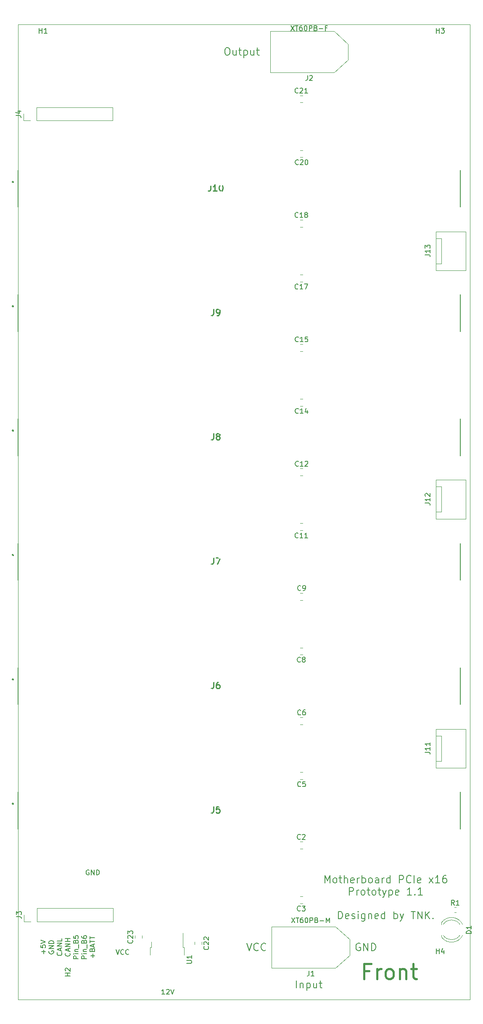
<source format=gbr>
G04 #@! TF.GenerationSoftware,KiCad,Pcbnew,(5.1.5)-3*
G04 #@! TF.CreationDate,2020-02-01T14:09:59+09:00*
G04 #@! TF.ProjectId,MotherBoard_PCIe,4d6f7468-6572-4426-9f61-72645f504349,rev?*
G04 #@! TF.SameCoordinates,Original*
G04 #@! TF.FileFunction,Legend,Top*
G04 #@! TF.FilePolarity,Positive*
%FSLAX46Y46*%
G04 Gerber Fmt 4.6, Leading zero omitted, Abs format (unit mm)*
G04 Created by KiCad (PCBNEW (5.1.5)-3) date 2020-02-01 14:09:59*
%MOMM*%
%LPD*%
G04 APERTURE LIST*
%ADD10C,0.150000*%
%ADD11C,0.450000*%
%ADD12C,0.050000*%
%ADD13C,0.120000*%
%ADD14C,0.200000*%
%ADD15C,0.254000*%
%ADD16O,2.132000X1.832000*%
%ADD17R,2.132000X1.832000*%
%ADD18C,0.100000*%
%ADD19R,5.902000X6.502000*%
%ADD20R,1.302000X2.302000*%
%ADD21C,2.502000*%
%ADD22R,2.502000X2.502000*%
%ADD23C,1.382000*%
%ADD24R,1.802000X1.802000*%
%ADD25O,1.802000X1.802000*%
%ADD26C,6.102000*%
%ADD27C,3.302000*%
%ADD28C,1.902000*%
%ADD29R,1.902000X1.902000*%
G04 APERTURE END LIST*
D10*
X136750000Y-169578571D02*
X136750000Y-168078571D01*
X137250000Y-169150000D01*
X137750000Y-168078571D01*
X137750000Y-169578571D01*
X138678571Y-169578571D02*
X138535714Y-169507142D01*
X138464285Y-169435714D01*
X138392857Y-169292857D01*
X138392857Y-168864285D01*
X138464285Y-168721428D01*
X138535714Y-168650000D01*
X138678571Y-168578571D01*
X138892857Y-168578571D01*
X139035714Y-168650000D01*
X139107142Y-168721428D01*
X139178571Y-168864285D01*
X139178571Y-169292857D01*
X139107142Y-169435714D01*
X139035714Y-169507142D01*
X138892857Y-169578571D01*
X138678571Y-169578571D01*
X139607142Y-168578571D02*
X140178571Y-168578571D01*
X139821428Y-168078571D02*
X139821428Y-169364285D01*
X139892857Y-169507142D01*
X140035714Y-169578571D01*
X140178571Y-169578571D01*
X140678571Y-169578571D02*
X140678571Y-168078571D01*
X141321428Y-169578571D02*
X141321428Y-168792857D01*
X141250000Y-168650000D01*
X141107142Y-168578571D01*
X140892857Y-168578571D01*
X140750000Y-168650000D01*
X140678571Y-168721428D01*
X142607142Y-169507142D02*
X142464285Y-169578571D01*
X142178571Y-169578571D01*
X142035714Y-169507142D01*
X141964285Y-169364285D01*
X141964285Y-168792857D01*
X142035714Y-168650000D01*
X142178571Y-168578571D01*
X142464285Y-168578571D01*
X142607142Y-168650000D01*
X142678571Y-168792857D01*
X142678571Y-168935714D01*
X141964285Y-169078571D01*
X143321428Y-169578571D02*
X143321428Y-168578571D01*
X143321428Y-168864285D02*
X143392857Y-168721428D01*
X143464285Y-168650000D01*
X143607142Y-168578571D01*
X143750000Y-168578571D01*
X144250000Y-169578571D02*
X144250000Y-168078571D01*
X144250000Y-168650000D02*
X144392857Y-168578571D01*
X144678571Y-168578571D01*
X144821428Y-168650000D01*
X144892857Y-168721428D01*
X144964285Y-168864285D01*
X144964285Y-169292857D01*
X144892857Y-169435714D01*
X144821428Y-169507142D01*
X144678571Y-169578571D01*
X144392857Y-169578571D01*
X144250000Y-169507142D01*
X145821428Y-169578571D02*
X145678571Y-169507142D01*
X145607142Y-169435714D01*
X145535714Y-169292857D01*
X145535714Y-168864285D01*
X145607142Y-168721428D01*
X145678571Y-168650000D01*
X145821428Y-168578571D01*
X146035714Y-168578571D01*
X146178571Y-168650000D01*
X146250000Y-168721428D01*
X146321428Y-168864285D01*
X146321428Y-169292857D01*
X146250000Y-169435714D01*
X146178571Y-169507142D01*
X146035714Y-169578571D01*
X145821428Y-169578571D01*
X147607142Y-169578571D02*
X147607142Y-168792857D01*
X147535714Y-168650000D01*
X147392857Y-168578571D01*
X147107142Y-168578571D01*
X146964285Y-168650000D01*
X147607142Y-169507142D02*
X147464285Y-169578571D01*
X147107142Y-169578571D01*
X146964285Y-169507142D01*
X146892857Y-169364285D01*
X146892857Y-169221428D01*
X146964285Y-169078571D01*
X147107142Y-169007142D01*
X147464285Y-169007142D01*
X147607142Y-168935714D01*
X148321428Y-169578571D02*
X148321428Y-168578571D01*
X148321428Y-168864285D02*
X148392857Y-168721428D01*
X148464285Y-168650000D01*
X148607142Y-168578571D01*
X148750000Y-168578571D01*
X149892857Y-169578571D02*
X149892857Y-168078571D01*
X149892857Y-169507142D02*
X149750000Y-169578571D01*
X149464285Y-169578571D01*
X149321428Y-169507142D01*
X149250000Y-169435714D01*
X149178571Y-169292857D01*
X149178571Y-168864285D01*
X149250000Y-168721428D01*
X149321428Y-168650000D01*
X149464285Y-168578571D01*
X149750000Y-168578571D01*
X149892857Y-168650000D01*
X151750000Y-169578571D02*
X151750000Y-168078571D01*
X152321428Y-168078571D01*
X152464285Y-168150000D01*
X152535714Y-168221428D01*
X152607142Y-168364285D01*
X152607142Y-168578571D01*
X152535714Y-168721428D01*
X152464285Y-168792857D01*
X152321428Y-168864285D01*
X151750000Y-168864285D01*
X154107142Y-169435714D02*
X154035714Y-169507142D01*
X153821428Y-169578571D01*
X153678571Y-169578571D01*
X153464285Y-169507142D01*
X153321428Y-169364285D01*
X153250000Y-169221428D01*
X153178571Y-168935714D01*
X153178571Y-168721428D01*
X153250000Y-168435714D01*
X153321428Y-168292857D01*
X153464285Y-168150000D01*
X153678571Y-168078571D01*
X153821428Y-168078571D01*
X154035714Y-168150000D01*
X154107142Y-168221428D01*
X154750000Y-169578571D02*
X154750000Y-168078571D01*
X156035714Y-169507142D02*
X155892857Y-169578571D01*
X155607142Y-169578571D01*
X155464285Y-169507142D01*
X155392857Y-169364285D01*
X155392857Y-168792857D01*
X155464285Y-168650000D01*
X155607142Y-168578571D01*
X155892857Y-168578571D01*
X156035714Y-168650000D01*
X156107142Y-168792857D01*
X156107142Y-168935714D01*
X155392857Y-169078571D01*
X157750000Y-169578571D02*
X158535714Y-168578571D01*
X157750000Y-168578571D02*
X158535714Y-169578571D01*
X159892857Y-169578571D02*
X159035714Y-169578571D01*
X159464285Y-169578571D02*
X159464285Y-168078571D01*
X159321428Y-168292857D01*
X159178571Y-168435714D01*
X159035714Y-168507142D01*
X161178571Y-168078571D02*
X160892857Y-168078571D01*
X160750000Y-168150000D01*
X160678571Y-168221428D01*
X160535714Y-168435714D01*
X160464285Y-168721428D01*
X160464285Y-169292857D01*
X160535714Y-169435714D01*
X160607142Y-169507142D01*
X160750000Y-169578571D01*
X161035714Y-169578571D01*
X161178571Y-169507142D01*
X161250000Y-169435714D01*
X161321428Y-169292857D01*
X161321428Y-168935714D01*
X161250000Y-168792857D01*
X161178571Y-168721428D01*
X161035714Y-168650000D01*
X160750000Y-168650000D01*
X160607142Y-168721428D01*
X160535714Y-168792857D01*
X160464285Y-168935714D01*
X141678571Y-171978571D02*
X141678571Y-170478571D01*
X142250000Y-170478571D01*
X142392857Y-170550000D01*
X142464285Y-170621428D01*
X142535714Y-170764285D01*
X142535714Y-170978571D01*
X142464285Y-171121428D01*
X142392857Y-171192857D01*
X142250000Y-171264285D01*
X141678571Y-171264285D01*
X143178571Y-171978571D02*
X143178571Y-170978571D01*
X143178571Y-171264285D02*
X143250000Y-171121428D01*
X143321428Y-171050000D01*
X143464285Y-170978571D01*
X143607142Y-170978571D01*
X144321428Y-171978571D02*
X144178571Y-171907142D01*
X144107142Y-171835714D01*
X144035714Y-171692857D01*
X144035714Y-171264285D01*
X144107142Y-171121428D01*
X144178571Y-171050000D01*
X144321428Y-170978571D01*
X144535714Y-170978571D01*
X144678571Y-171050000D01*
X144750000Y-171121428D01*
X144821428Y-171264285D01*
X144821428Y-171692857D01*
X144750000Y-171835714D01*
X144678571Y-171907142D01*
X144535714Y-171978571D01*
X144321428Y-171978571D01*
X145250000Y-170978571D02*
X145821428Y-170978571D01*
X145464285Y-170478571D02*
X145464285Y-171764285D01*
X145535714Y-171907142D01*
X145678571Y-171978571D01*
X145821428Y-171978571D01*
X146535714Y-171978571D02*
X146392857Y-171907142D01*
X146321428Y-171835714D01*
X146250000Y-171692857D01*
X146250000Y-171264285D01*
X146321428Y-171121428D01*
X146392857Y-171050000D01*
X146535714Y-170978571D01*
X146750000Y-170978571D01*
X146892857Y-171050000D01*
X146964285Y-171121428D01*
X147035714Y-171264285D01*
X147035714Y-171692857D01*
X146964285Y-171835714D01*
X146892857Y-171907142D01*
X146750000Y-171978571D01*
X146535714Y-171978571D01*
X147464285Y-170978571D02*
X148035714Y-170978571D01*
X147678571Y-170478571D02*
X147678571Y-171764285D01*
X147750000Y-171907142D01*
X147892857Y-171978571D01*
X148035714Y-171978571D01*
X148392857Y-170978571D02*
X148750000Y-171978571D01*
X149107142Y-170978571D02*
X148750000Y-171978571D01*
X148607142Y-172335714D01*
X148535714Y-172407142D01*
X148392857Y-172478571D01*
X149678571Y-170978571D02*
X149678571Y-172478571D01*
X149678571Y-171050000D02*
X149821428Y-170978571D01*
X150107142Y-170978571D01*
X150250000Y-171050000D01*
X150321428Y-171121428D01*
X150392857Y-171264285D01*
X150392857Y-171692857D01*
X150321428Y-171835714D01*
X150250000Y-171907142D01*
X150107142Y-171978571D01*
X149821428Y-171978571D01*
X149678571Y-171907142D01*
X151607142Y-171907142D02*
X151464285Y-171978571D01*
X151178571Y-171978571D01*
X151035714Y-171907142D01*
X150964285Y-171764285D01*
X150964285Y-171192857D01*
X151035714Y-171050000D01*
X151178571Y-170978571D01*
X151464285Y-170978571D01*
X151607142Y-171050000D01*
X151678571Y-171192857D01*
X151678571Y-171335714D01*
X150964285Y-171478571D01*
X154250000Y-171978571D02*
X153392857Y-171978571D01*
X153821428Y-171978571D02*
X153821428Y-170478571D01*
X153678571Y-170692857D01*
X153535714Y-170835714D01*
X153392857Y-170907142D01*
X154892857Y-171835714D02*
X154964285Y-171907142D01*
X154892857Y-171978571D01*
X154821428Y-171907142D01*
X154892857Y-171835714D01*
X154892857Y-171978571D01*
X156392857Y-171978571D02*
X155535714Y-171978571D01*
X155964285Y-171978571D02*
X155964285Y-170478571D01*
X155821428Y-170692857D01*
X155678571Y-170835714D01*
X155535714Y-170907142D01*
X139464285Y-176778571D02*
X139464285Y-175278571D01*
X139821428Y-175278571D01*
X140035714Y-175350000D01*
X140178571Y-175492857D01*
X140250000Y-175635714D01*
X140321428Y-175921428D01*
X140321428Y-176135714D01*
X140250000Y-176421428D01*
X140178571Y-176564285D01*
X140035714Y-176707142D01*
X139821428Y-176778571D01*
X139464285Y-176778571D01*
X141535714Y-176707142D02*
X141392857Y-176778571D01*
X141107142Y-176778571D01*
X140964285Y-176707142D01*
X140892857Y-176564285D01*
X140892857Y-175992857D01*
X140964285Y-175850000D01*
X141107142Y-175778571D01*
X141392857Y-175778571D01*
X141535714Y-175850000D01*
X141607142Y-175992857D01*
X141607142Y-176135714D01*
X140892857Y-176278571D01*
X142178571Y-176707142D02*
X142321428Y-176778571D01*
X142607142Y-176778571D01*
X142750000Y-176707142D01*
X142821428Y-176564285D01*
X142821428Y-176492857D01*
X142750000Y-176350000D01*
X142607142Y-176278571D01*
X142392857Y-176278571D01*
X142250000Y-176207142D01*
X142178571Y-176064285D01*
X142178571Y-175992857D01*
X142250000Y-175850000D01*
X142392857Y-175778571D01*
X142607142Y-175778571D01*
X142750000Y-175850000D01*
X143464285Y-176778571D02*
X143464285Y-175778571D01*
X143464285Y-175278571D02*
X143392857Y-175350000D01*
X143464285Y-175421428D01*
X143535714Y-175350000D01*
X143464285Y-175278571D01*
X143464285Y-175421428D01*
X144821428Y-175778571D02*
X144821428Y-176992857D01*
X144750000Y-177135714D01*
X144678571Y-177207142D01*
X144535714Y-177278571D01*
X144321428Y-177278571D01*
X144178571Y-177207142D01*
X144821428Y-176707142D02*
X144678571Y-176778571D01*
X144392857Y-176778571D01*
X144250000Y-176707142D01*
X144178571Y-176635714D01*
X144107142Y-176492857D01*
X144107142Y-176064285D01*
X144178571Y-175921428D01*
X144250000Y-175850000D01*
X144392857Y-175778571D01*
X144678571Y-175778571D01*
X144821428Y-175850000D01*
X145535714Y-175778571D02*
X145535714Y-176778571D01*
X145535714Y-175921428D02*
X145607142Y-175850000D01*
X145750000Y-175778571D01*
X145964285Y-175778571D01*
X146107142Y-175850000D01*
X146178571Y-175992857D01*
X146178571Y-176778571D01*
X147464285Y-176707142D02*
X147321428Y-176778571D01*
X147035714Y-176778571D01*
X146892857Y-176707142D01*
X146821428Y-176564285D01*
X146821428Y-175992857D01*
X146892857Y-175850000D01*
X147035714Y-175778571D01*
X147321428Y-175778571D01*
X147464285Y-175850000D01*
X147535714Y-175992857D01*
X147535714Y-176135714D01*
X146821428Y-176278571D01*
X148821428Y-176778571D02*
X148821428Y-175278571D01*
X148821428Y-176707142D02*
X148678571Y-176778571D01*
X148392857Y-176778571D01*
X148250000Y-176707142D01*
X148178571Y-176635714D01*
X148107142Y-176492857D01*
X148107142Y-176064285D01*
X148178571Y-175921428D01*
X148250000Y-175850000D01*
X148392857Y-175778571D01*
X148678571Y-175778571D01*
X148821428Y-175850000D01*
X150678571Y-176778571D02*
X150678571Y-175278571D01*
X150678571Y-175850000D02*
X150821428Y-175778571D01*
X151107142Y-175778571D01*
X151250000Y-175850000D01*
X151321428Y-175921428D01*
X151392857Y-176064285D01*
X151392857Y-176492857D01*
X151321428Y-176635714D01*
X151250000Y-176707142D01*
X151107142Y-176778571D01*
X150821428Y-176778571D01*
X150678571Y-176707142D01*
X151892857Y-175778571D02*
X152250000Y-176778571D01*
X152607142Y-175778571D02*
X152250000Y-176778571D01*
X152107142Y-177135714D01*
X152035714Y-177207142D01*
X151892857Y-177278571D01*
X154107142Y-175278571D02*
X154964285Y-175278571D01*
X154535714Y-176778571D02*
X154535714Y-175278571D01*
X155464285Y-176778571D02*
X155464285Y-175278571D01*
X156321428Y-176778571D01*
X156321428Y-175278571D01*
X157035714Y-176778571D02*
X157035714Y-175278571D01*
X157892857Y-176778571D02*
X157250000Y-175921428D01*
X157892857Y-175278571D02*
X157035714Y-176135714D01*
X158535714Y-176635714D02*
X158607142Y-176707142D01*
X158535714Y-176778571D01*
X158464285Y-176707142D01*
X158535714Y-176635714D01*
X158535714Y-176778571D01*
X89238095Y-167000000D02*
X89142857Y-166952380D01*
X89000000Y-166952380D01*
X88857142Y-167000000D01*
X88761904Y-167095238D01*
X88714285Y-167190476D01*
X88666666Y-167380952D01*
X88666666Y-167523809D01*
X88714285Y-167714285D01*
X88761904Y-167809523D01*
X88857142Y-167904761D01*
X89000000Y-167952380D01*
X89095238Y-167952380D01*
X89238095Y-167904761D01*
X89285714Y-167857142D01*
X89285714Y-167523809D01*
X89095238Y-167523809D01*
X89714285Y-167952380D02*
X89714285Y-166952380D01*
X90285714Y-167952380D01*
X90285714Y-166952380D01*
X90761904Y-167952380D02*
X90761904Y-166952380D01*
X91000000Y-166952380D01*
X91142857Y-167000000D01*
X91238095Y-167095238D01*
X91285714Y-167190476D01*
X91333333Y-167380952D01*
X91333333Y-167523809D01*
X91285714Y-167714285D01*
X91238095Y-167809523D01*
X91142857Y-167904761D01*
X91000000Y-167952380D01*
X90761904Y-167952380D01*
X94666666Y-182952380D02*
X95000000Y-183952380D01*
X95333333Y-182952380D01*
X96238095Y-183857142D02*
X96190476Y-183904761D01*
X96047619Y-183952380D01*
X95952380Y-183952380D01*
X95809523Y-183904761D01*
X95714285Y-183809523D01*
X95666666Y-183714285D01*
X95619047Y-183523809D01*
X95619047Y-183380952D01*
X95666666Y-183190476D01*
X95714285Y-183095238D01*
X95809523Y-183000000D01*
X95952380Y-182952380D01*
X96047619Y-182952380D01*
X96190476Y-183000000D01*
X96238095Y-183047619D01*
X97238095Y-183857142D02*
X97190476Y-183904761D01*
X97047619Y-183952380D01*
X96952380Y-183952380D01*
X96809523Y-183904761D01*
X96714285Y-183809523D01*
X96666666Y-183714285D01*
X96619047Y-183523809D01*
X96619047Y-183380952D01*
X96666666Y-183190476D01*
X96714285Y-183095238D01*
X96809523Y-183000000D01*
X96952380Y-182952380D01*
X97047619Y-182952380D01*
X97190476Y-183000000D01*
X97238095Y-183047619D01*
X143857142Y-181750000D02*
X143714285Y-181678571D01*
X143500000Y-181678571D01*
X143285714Y-181750000D01*
X143142857Y-181892857D01*
X143071428Y-182035714D01*
X143000000Y-182321428D01*
X143000000Y-182535714D01*
X143071428Y-182821428D01*
X143142857Y-182964285D01*
X143285714Y-183107142D01*
X143500000Y-183178571D01*
X143642857Y-183178571D01*
X143857142Y-183107142D01*
X143928571Y-183035714D01*
X143928571Y-182535714D01*
X143642857Y-182535714D01*
X144571428Y-183178571D02*
X144571428Y-181678571D01*
X145428571Y-183178571D01*
X145428571Y-181678571D01*
X146142857Y-183178571D02*
X146142857Y-181678571D01*
X146500000Y-181678571D01*
X146714285Y-181750000D01*
X146857142Y-181892857D01*
X146928571Y-182035714D01*
X147000000Y-182321428D01*
X147000000Y-182535714D01*
X146928571Y-182821428D01*
X146857142Y-182964285D01*
X146714285Y-183107142D01*
X146500000Y-183178571D01*
X146142857Y-183178571D01*
X121000000Y-181678571D02*
X121500000Y-183178571D01*
X122000000Y-181678571D01*
X123357142Y-183035714D02*
X123285714Y-183107142D01*
X123071428Y-183178571D01*
X122928571Y-183178571D01*
X122714285Y-183107142D01*
X122571428Y-182964285D01*
X122500000Y-182821428D01*
X122428571Y-182535714D01*
X122428571Y-182321428D01*
X122500000Y-182035714D01*
X122571428Y-181892857D01*
X122714285Y-181750000D01*
X122928571Y-181678571D01*
X123071428Y-181678571D01*
X123285714Y-181750000D01*
X123357142Y-181821428D01*
X124857142Y-183035714D02*
X124785714Y-183107142D01*
X124571428Y-183178571D01*
X124428571Y-183178571D01*
X124214285Y-183107142D01*
X124071428Y-182964285D01*
X124000000Y-182821428D01*
X123928571Y-182535714D01*
X123928571Y-182321428D01*
X124000000Y-182035714D01*
X124071428Y-181892857D01*
X124214285Y-181750000D01*
X124428571Y-181678571D01*
X124571428Y-181678571D01*
X124785714Y-181750000D01*
X124857142Y-181821428D01*
X116964285Y-1678571D02*
X117250000Y-1678571D01*
X117392857Y-1750000D01*
X117535714Y-1892857D01*
X117607142Y-2178571D01*
X117607142Y-2678571D01*
X117535714Y-2964285D01*
X117392857Y-3107142D01*
X117250000Y-3178571D01*
X116964285Y-3178571D01*
X116821428Y-3107142D01*
X116678571Y-2964285D01*
X116607142Y-2678571D01*
X116607142Y-2178571D01*
X116678571Y-1892857D01*
X116821428Y-1750000D01*
X116964285Y-1678571D01*
X118892857Y-2178571D02*
X118892857Y-3178571D01*
X118250000Y-2178571D02*
X118250000Y-2964285D01*
X118321428Y-3107142D01*
X118464285Y-3178571D01*
X118678571Y-3178571D01*
X118821428Y-3107142D01*
X118892857Y-3035714D01*
X119392857Y-2178571D02*
X119964285Y-2178571D01*
X119607142Y-1678571D02*
X119607142Y-2964285D01*
X119678571Y-3107142D01*
X119821428Y-3178571D01*
X119964285Y-3178571D01*
X120464285Y-2178571D02*
X120464285Y-3678571D01*
X120464285Y-2250000D02*
X120607142Y-2178571D01*
X120892857Y-2178571D01*
X121035714Y-2250000D01*
X121107142Y-2321428D01*
X121178571Y-2464285D01*
X121178571Y-2892857D01*
X121107142Y-3035714D01*
X121035714Y-3107142D01*
X120892857Y-3178571D01*
X120607142Y-3178571D01*
X120464285Y-3107142D01*
X122464285Y-2178571D02*
X122464285Y-3178571D01*
X121821428Y-2178571D02*
X121821428Y-2964285D01*
X121892857Y-3107142D01*
X122035714Y-3178571D01*
X122250000Y-3178571D01*
X122392857Y-3107142D01*
X122464285Y-3035714D01*
X122964285Y-2178571D02*
X123535714Y-2178571D01*
X123178571Y-1678571D02*
X123178571Y-2964285D01*
X123250000Y-3107142D01*
X123392857Y-3178571D01*
X123535714Y-3178571D01*
X131035714Y-190678571D02*
X131035714Y-189178571D01*
X131750000Y-189678571D02*
X131750000Y-190678571D01*
X131750000Y-189821428D02*
X131821428Y-189750000D01*
X131964285Y-189678571D01*
X132178571Y-189678571D01*
X132321428Y-189750000D01*
X132392857Y-189892857D01*
X132392857Y-190678571D01*
X133107142Y-189678571D02*
X133107142Y-191178571D01*
X133107142Y-189750000D02*
X133250000Y-189678571D01*
X133535714Y-189678571D01*
X133678571Y-189750000D01*
X133750000Y-189821428D01*
X133821428Y-189964285D01*
X133821428Y-190392857D01*
X133750000Y-190535714D01*
X133678571Y-190607142D01*
X133535714Y-190678571D01*
X133250000Y-190678571D01*
X133107142Y-190607142D01*
X135107142Y-189678571D02*
X135107142Y-190678571D01*
X134464285Y-189678571D02*
X134464285Y-190464285D01*
X134535714Y-190607142D01*
X134678571Y-190678571D01*
X134892857Y-190678571D01*
X135035714Y-190607142D01*
X135107142Y-190535714D01*
X135607142Y-189678571D02*
X136178571Y-189678571D01*
X135821428Y-189178571D02*
X135821428Y-190464285D01*
X135892857Y-190607142D01*
X136035714Y-190678571D01*
X136178571Y-190678571D01*
X80121428Y-183785714D02*
X80121428Y-183023809D01*
X80502380Y-183404761D02*
X79740476Y-183404761D01*
X79502380Y-182071428D02*
X79502380Y-182547619D01*
X79978571Y-182595238D01*
X79930952Y-182547619D01*
X79883333Y-182452380D01*
X79883333Y-182214285D01*
X79930952Y-182119047D01*
X79978571Y-182071428D01*
X80073809Y-182023809D01*
X80311904Y-182023809D01*
X80407142Y-182071428D01*
X80454761Y-182119047D01*
X80502380Y-182214285D01*
X80502380Y-182452380D01*
X80454761Y-182547619D01*
X80407142Y-182595238D01*
X79502380Y-181738095D02*
X80502380Y-181404761D01*
X79502380Y-181071428D01*
X81200000Y-183261904D02*
X81152380Y-183357142D01*
X81152380Y-183500000D01*
X81200000Y-183642857D01*
X81295238Y-183738095D01*
X81390476Y-183785714D01*
X81580952Y-183833333D01*
X81723809Y-183833333D01*
X81914285Y-183785714D01*
X82009523Y-183738095D01*
X82104761Y-183642857D01*
X82152380Y-183500000D01*
X82152380Y-183404761D01*
X82104761Y-183261904D01*
X82057142Y-183214285D01*
X81723809Y-183214285D01*
X81723809Y-183404761D01*
X82152380Y-182785714D02*
X81152380Y-182785714D01*
X82152380Y-182214285D01*
X81152380Y-182214285D01*
X82152380Y-181738095D02*
X81152380Y-181738095D01*
X81152380Y-181500000D01*
X81200000Y-181357142D01*
X81295238Y-181261904D01*
X81390476Y-181214285D01*
X81580952Y-181166666D01*
X81723809Y-181166666D01*
X81914285Y-181214285D01*
X82009523Y-181261904D01*
X82104761Y-181357142D01*
X82152380Y-181500000D01*
X82152380Y-181738095D01*
X83707142Y-183547619D02*
X83754761Y-183595238D01*
X83802380Y-183738095D01*
X83802380Y-183833333D01*
X83754761Y-183976190D01*
X83659523Y-184071428D01*
X83564285Y-184119047D01*
X83373809Y-184166666D01*
X83230952Y-184166666D01*
X83040476Y-184119047D01*
X82945238Y-184071428D01*
X82850000Y-183976190D01*
X82802380Y-183833333D01*
X82802380Y-183738095D01*
X82850000Y-183595238D01*
X82897619Y-183547619D01*
X83516666Y-183166666D02*
X83516666Y-182690476D01*
X83802380Y-183261904D02*
X82802380Y-182928571D01*
X83802380Y-182595238D01*
X83802380Y-182261904D02*
X82802380Y-182261904D01*
X83802380Y-181690476D01*
X82802380Y-181690476D01*
X83802380Y-180738095D02*
X83802380Y-181214285D01*
X82802380Y-181214285D01*
X85357142Y-183666666D02*
X85404761Y-183714285D01*
X85452380Y-183857142D01*
X85452380Y-183952380D01*
X85404761Y-184095238D01*
X85309523Y-184190476D01*
X85214285Y-184238095D01*
X85023809Y-184285714D01*
X84880952Y-184285714D01*
X84690476Y-184238095D01*
X84595238Y-184190476D01*
X84500000Y-184095238D01*
X84452380Y-183952380D01*
X84452380Y-183857142D01*
X84500000Y-183714285D01*
X84547619Y-183666666D01*
X85166666Y-183285714D02*
X85166666Y-182809523D01*
X85452380Y-183380952D02*
X84452380Y-183047619D01*
X85452380Y-182714285D01*
X85452380Y-182380952D02*
X84452380Y-182380952D01*
X85452380Y-181809523D01*
X84452380Y-181809523D01*
X85452380Y-181333333D02*
X84452380Y-181333333D01*
X84928571Y-181333333D02*
X84928571Y-180761904D01*
X85452380Y-180761904D02*
X84452380Y-180761904D01*
X87102380Y-184809523D02*
X86102380Y-184809523D01*
X86102380Y-184428571D01*
X86150000Y-184333333D01*
X86197619Y-184285714D01*
X86292857Y-184238095D01*
X86435714Y-184238095D01*
X86530952Y-184285714D01*
X86578571Y-184333333D01*
X86626190Y-184428571D01*
X86626190Y-184809523D01*
X87102380Y-183809523D02*
X86435714Y-183809523D01*
X86102380Y-183809523D02*
X86150000Y-183857142D01*
X86197619Y-183809523D01*
X86150000Y-183761904D01*
X86102380Y-183809523D01*
X86197619Y-183809523D01*
X86435714Y-183333333D02*
X87102380Y-183333333D01*
X86530952Y-183333333D02*
X86483333Y-183285714D01*
X86435714Y-183190476D01*
X86435714Y-183047619D01*
X86483333Y-182952380D01*
X86578571Y-182904761D01*
X87102380Y-182904761D01*
X87197619Y-182666666D02*
X87197619Y-181904761D01*
X86578571Y-181333333D02*
X86626190Y-181190476D01*
X86673809Y-181142857D01*
X86769047Y-181095238D01*
X86911904Y-181095238D01*
X87007142Y-181142857D01*
X87054761Y-181190476D01*
X87102380Y-181285714D01*
X87102380Y-181666666D01*
X86102380Y-181666666D01*
X86102380Y-181333333D01*
X86150000Y-181238095D01*
X86197619Y-181190476D01*
X86292857Y-181142857D01*
X86388095Y-181142857D01*
X86483333Y-181190476D01*
X86530952Y-181238095D01*
X86578571Y-181333333D01*
X86578571Y-181666666D01*
X86102380Y-180190476D02*
X86102380Y-180666666D01*
X86578571Y-180714285D01*
X86530952Y-180666666D01*
X86483333Y-180571428D01*
X86483333Y-180333333D01*
X86530952Y-180238095D01*
X86578571Y-180190476D01*
X86673809Y-180142857D01*
X86911904Y-180142857D01*
X87007142Y-180190476D01*
X87054761Y-180238095D01*
X87102380Y-180333333D01*
X87102380Y-180571428D01*
X87054761Y-180666666D01*
X87007142Y-180714285D01*
X88752380Y-184809523D02*
X87752380Y-184809523D01*
X87752380Y-184428571D01*
X87800000Y-184333333D01*
X87847619Y-184285714D01*
X87942857Y-184238095D01*
X88085714Y-184238095D01*
X88180952Y-184285714D01*
X88228571Y-184333333D01*
X88276190Y-184428571D01*
X88276190Y-184809523D01*
X88752380Y-183809523D02*
X88085714Y-183809523D01*
X87752380Y-183809523D02*
X87800000Y-183857142D01*
X87847619Y-183809523D01*
X87800000Y-183761904D01*
X87752380Y-183809523D01*
X87847619Y-183809523D01*
X88085714Y-183333333D02*
X88752380Y-183333333D01*
X88180952Y-183333333D02*
X88133333Y-183285714D01*
X88085714Y-183190476D01*
X88085714Y-183047619D01*
X88133333Y-182952380D01*
X88228571Y-182904761D01*
X88752380Y-182904761D01*
X88847619Y-182666666D02*
X88847619Y-181904761D01*
X88228571Y-181333333D02*
X88276190Y-181190476D01*
X88323809Y-181142857D01*
X88419047Y-181095238D01*
X88561904Y-181095238D01*
X88657142Y-181142857D01*
X88704761Y-181190476D01*
X88752380Y-181285714D01*
X88752380Y-181666666D01*
X87752380Y-181666666D01*
X87752380Y-181333333D01*
X87800000Y-181238095D01*
X87847619Y-181190476D01*
X87942857Y-181142857D01*
X88038095Y-181142857D01*
X88133333Y-181190476D01*
X88180952Y-181238095D01*
X88228571Y-181333333D01*
X88228571Y-181666666D01*
X87752380Y-180238095D02*
X87752380Y-180428571D01*
X87800000Y-180523809D01*
X87847619Y-180571428D01*
X87990476Y-180666666D01*
X88180952Y-180714285D01*
X88561904Y-180714285D01*
X88657142Y-180666666D01*
X88704761Y-180619047D01*
X88752380Y-180523809D01*
X88752380Y-180333333D01*
X88704761Y-180238095D01*
X88657142Y-180190476D01*
X88561904Y-180142857D01*
X88323809Y-180142857D01*
X88228571Y-180190476D01*
X88180952Y-180238095D01*
X88133333Y-180333333D01*
X88133333Y-180523809D01*
X88180952Y-180619047D01*
X88228571Y-180666666D01*
X88323809Y-180714285D01*
X90021428Y-184571428D02*
X90021428Y-183809523D01*
X90402380Y-184190476D02*
X89640476Y-184190476D01*
X89878571Y-183000000D02*
X89926190Y-182857142D01*
X89973809Y-182809523D01*
X90069047Y-182761904D01*
X90211904Y-182761904D01*
X90307142Y-182809523D01*
X90354761Y-182857142D01*
X90402380Y-182952380D01*
X90402380Y-183333333D01*
X89402380Y-183333333D01*
X89402380Y-183000000D01*
X89450000Y-182904761D01*
X89497619Y-182857142D01*
X89592857Y-182809523D01*
X89688095Y-182809523D01*
X89783333Y-182857142D01*
X89830952Y-182904761D01*
X89878571Y-183000000D01*
X89878571Y-183333333D01*
X90116666Y-182380952D02*
X90116666Y-181904761D01*
X90402380Y-182476190D02*
X89402380Y-182142857D01*
X90402380Y-181809523D01*
X89402380Y-181619047D02*
X89402380Y-181047619D01*
X90402380Y-181333333D02*
X89402380Y-181333333D01*
X89402380Y-180857142D02*
X89402380Y-180285714D01*
X90402380Y-180571428D02*
X89402380Y-180571428D01*
D11*
X145678571Y-187285714D02*
X144678571Y-187285714D01*
X144678571Y-188857142D02*
X144678571Y-185857142D01*
X146107142Y-185857142D01*
X147250000Y-188857142D02*
X147250000Y-186857142D01*
X147250000Y-187428571D02*
X147392857Y-187142857D01*
X147535714Y-187000000D01*
X147821428Y-186857142D01*
X148107142Y-186857142D01*
X149535714Y-188857142D02*
X149250000Y-188714285D01*
X149107142Y-188571428D01*
X148964285Y-188285714D01*
X148964285Y-187428571D01*
X149107142Y-187142857D01*
X149250000Y-187000000D01*
X149535714Y-186857142D01*
X149964285Y-186857142D01*
X150250000Y-187000000D01*
X150392857Y-187142857D01*
X150535714Y-187428571D01*
X150535714Y-188285714D01*
X150392857Y-188571428D01*
X150250000Y-188714285D01*
X149964285Y-188857142D01*
X149535714Y-188857142D01*
X151821428Y-186857142D02*
X151821428Y-188857142D01*
X151821428Y-187142857D02*
X151964285Y-187000000D01*
X152250000Y-186857142D01*
X152678571Y-186857142D01*
X152964285Y-187000000D01*
X153107142Y-187285714D01*
X153107142Y-188857142D01*
X154107142Y-186857142D02*
X155250000Y-186857142D01*
X154535714Y-185857142D02*
X154535714Y-188428571D01*
X154678571Y-188714285D01*
X154964285Y-188857142D01*
X155250000Y-188857142D01*
D12*
X75000000Y3000000D02*
X166000000Y3000000D01*
X75000000Y-193000000D02*
X75000000Y3000000D01*
X166000000Y-193000000D02*
X75000000Y-193000000D01*
X166000000Y3000000D02*
X166000000Y-193000000D01*
D13*
X160210000Y-45080000D02*
X159200000Y-45080000D01*
X160210000Y-40000000D02*
X160210000Y-45080000D01*
X159200000Y-40000000D02*
X160210000Y-40000000D01*
X159100000Y-46450000D02*
X159100000Y-38650000D01*
X165150000Y-46450000D02*
X159100000Y-46450000D01*
X165150000Y-38650000D02*
X165150000Y-46450000D01*
X159100000Y-38650000D02*
X165150000Y-38650000D01*
X162828733Y-175510000D02*
X163171267Y-175510000D01*
X162828733Y-174490000D02*
X163171267Y-174490000D01*
X101795000Y-182505000D02*
X101795000Y-181405000D01*
X101525000Y-182505000D02*
X101795000Y-182505000D01*
X101525000Y-184005000D02*
X101525000Y-182505000D01*
X108155000Y-182505000D02*
X108155000Y-179675000D01*
X108425000Y-182505000D02*
X108155000Y-182505000D01*
X108425000Y-184005000D02*
X108425000Y-182505000D01*
X99960000Y-180696078D02*
X99960000Y-180178922D01*
X98540000Y-180696078D02*
X98540000Y-180178922D01*
X110540000Y-181428922D02*
X110540000Y-181946078D01*
X111960000Y-181428922D02*
X111960000Y-181946078D01*
X160210000Y-95000000D02*
X159200000Y-95000000D01*
X160210000Y-89920000D02*
X160210000Y-95000000D01*
X159200000Y-89920000D02*
X160210000Y-89920000D01*
X159100000Y-96370000D02*
X159100000Y-88570000D01*
X165150000Y-96370000D02*
X159100000Y-96370000D01*
X165150000Y-88570000D02*
X165150000Y-96370000D01*
X159100000Y-88570000D02*
X165150000Y-88570000D01*
X159100000Y-138650000D02*
X165150000Y-138650000D01*
X165150000Y-138650000D02*
X165150000Y-146450000D01*
X165150000Y-146450000D02*
X159100000Y-146450000D01*
X159100000Y-146450000D02*
X159100000Y-138650000D01*
X159200000Y-140000000D02*
X160210000Y-140000000D01*
X160210000Y-140000000D02*
X160210000Y-145080000D01*
X160210000Y-145080000D02*
X159200000Y-145080000D01*
X131741422Y-173710000D02*
X132258578Y-173710000D01*
X131741422Y-172290000D02*
X132258578Y-172290000D01*
X131741422Y-162710000D02*
X132258578Y-162710000D01*
X131741422Y-161290000D02*
X132258578Y-161290000D01*
D14*
X74062330Y-128640000D02*
G75*
G03X74062330Y-128640000I-160330J0D01*
G01*
X74054060Y-128762000D02*
G75*
G03X74054060Y-128762000I-42060J0D01*
G01*
X164000000Y-126300000D02*
X164000000Y-133700000D01*
X75000000Y-126300000D02*
X75000000Y-133700000D01*
X74062330Y-153640000D02*
G75*
G03X74062330Y-153640000I-160330J0D01*
G01*
X74054060Y-153762000D02*
G75*
G03X74054060Y-153762000I-42060J0D01*
G01*
X164000000Y-151300000D02*
X164000000Y-158700000D01*
X75000000Y-151300000D02*
X75000000Y-158700000D01*
D13*
X93990000Y-16330000D02*
X93990000Y-13670000D01*
X78690000Y-16330000D02*
X93990000Y-16330000D01*
X78690000Y-13670000D02*
X93990000Y-13670000D01*
X78690000Y-16330000D02*
X78690000Y-13670000D01*
X77420000Y-16330000D02*
X76090000Y-16330000D01*
X76090000Y-16330000D02*
X76090000Y-15000000D01*
X76170000Y-177330000D02*
X76170000Y-176000000D01*
X77500000Y-177330000D02*
X76170000Y-177330000D01*
X78770000Y-177330000D02*
X78770000Y-174670000D01*
X78770000Y-174670000D02*
X94070000Y-174670000D01*
X78770000Y-177330000D02*
X94070000Y-177330000D01*
X94070000Y-177330000D02*
X94070000Y-174670000D01*
X141450000Y-950000D02*
X138600000Y1650000D01*
X138600000Y-6650000D02*
X141450000Y-4100000D01*
X125750000Y1650000D02*
X125750000Y-6650000D01*
X138600000Y1650000D02*
X125750000Y1650000D01*
X141450000Y-4100000D02*
X141450000Y-950000D01*
X125750000Y-6650000D02*
X138600000Y-6650000D01*
X126050000Y-186650000D02*
X138900000Y-186650000D01*
X141750000Y-184100000D02*
X141750000Y-180950000D01*
X138900000Y-178350000D02*
X126050000Y-178350000D01*
X126050000Y-178350000D02*
X126050000Y-186650000D01*
X138900000Y-186650000D02*
X141750000Y-184100000D01*
X141750000Y-180950000D02*
X138900000Y-178350000D01*
X160210000Y-180080000D02*
X160210000Y-180399000D01*
X160210000Y-177601000D02*
X160210000Y-177920000D01*
X163952713Y-180080961D02*
G75*
G02X160586670Y-180080000I-1682713J1080961D01*
G01*
X163952713Y-177919039D02*
G75*
G03X160586670Y-177920000I-1682713J-1080961D01*
G01*
X164513242Y-180080724D02*
G75*
G02X160210000Y-180398749I-2243242J1080724D01*
G01*
X164513242Y-177919276D02*
G75*
G03X160210000Y-177601251I-2243242J-1080724D01*
G01*
X131741422Y-12710000D02*
X132258578Y-12710000D01*
X131741422Y-11290000D02*
X132258578Y-11290000D01*
X131803922Y-23710000D02*
X132321078Y-23710000D01*
X131803922Y-22290000D02*
X132321078Y-22290000D01*
X131741422Y-37710000D02*
X132258578Y-37710000D01*
X131741422Y-36290000D02*
X132258578Y-36290000D01*
X131741422Y-48710000D02*
X132258578Y-48710000D01*
X131741422Y-47290000D02*
X132258578Y-47290000D01*
X131803922Y-62710000D02*
X132321078Y-62710000D01*
X131803922Y-61290000D02*
X132321078Y-61290000D01*
X131803922Y-73710000D02*
X132321078Y-73710000D01*
X131803922Y-72290000D02*
X132321078Y-72290000D01*
X131803922Y-87710000D02*
X132321078Y-87710000D01*
X131803922Y-86290000D02*
X132321078Y-86290000D01*
X131741422Y-98710000D02*
X132258578Y-98710000D01*
X131741422Y-97290000D02*
X132258578Y-97290000D01*
X131803922Y-112710000D02*
X132321078Y-112710000D01*
X131803922Y-111290000D02*
X132321078Y-111290000D01*
X131741422Y-123710000D02*
X132258578Y-123710000D01*
X131741422Y-122290000D02*
X132258578Y-122290000D01*
X131803922Y-137710000D02*
X132321078Y-137710000D01*
X131803922Y-136290000D02*
X132321078Y-136290000D01*
X131803922Y-148710000D02*
X132321078Y-148710000D01*
X131803922Y-147290000D02*
X132321078Y-147290000D01*
D14*
X74062330Y-28640000D02*
G75*
G03X74062330Y-28640000I-160330J0D01*
G01*
X74054060Y-28762000D02*
G75*
G03X74054060Y-28762000I-42060J0D01*
G01*
X164000000Y-26300000D02*
X164000000Y-33700000D01*
X75000000Y-26300000D02*
X75000000Y-33700000D01*
X74062330Y-53640000D02*
G75*
G03X74062330Y-53640000I-160330J0D01*
G01*
X74054060Y-53762000D02*
G75*
G03X74054060Y-53762000I-42060J0D01*
G01*
X164000000Y-51300000D02*
X164000000Y-58700000D01*
X75000000Y-51300000D02*
X75000000Y-58700000D01*
X74062330Y-78640000D02*
G75*
G03X74062330Y-78640000I-160330J0D01*
G01*
X74054060Y-78762000D02*
G75*
G03X74054060Y-78762000I-42060J0D01*
G01*
X164000000Y-76300000D02*
X164000000Y-83700000D01*
X75000000Y-76300000D02*
X75000000Y-83700000D01*
X74062330Y-103640000D02*
G75*
G03X74062330Y-103640000I-160330J0D01*
G01*
X74054060Y-103762000D02*
G75*
G03X74054060Y-103762000I-42060J0D01*
G01*
X164000000Y-101300000D02*
X164000000Y-108700000D01*
X75000000Y-101300000D02*
X75000000Y-108700000D01*
D10*
X156952380Y-43309523D02*
X157666666Y-43309523D01*
X157809523Y-43357142D01*
X157904761Y-43452380D01*
X157952380Y-43595238D01*
X157952380Y-43690476D01*
X157952380Y-42309523D02*
X157952380Y-42880952D01*
X157952380Y-42595238D02*
X156952380Y-42595238D01*
X157095238Y-42690476D01*
X157190476Y-42785714D01*
X157238095Y-42880952D01*
X156952380Y-41976190D02*
X156952380Y-41357142D01*
X157333333Y-41690476D01*
X157333333Y-41547619D01*
X157380952Y-41452380D01*
X157428571Y-41404761D01*
X157523809Y-41357142D01*
X157761904Y-41357142D01*
X157857142Y-41404761D01*
X157904761Y-41452380D01*
X157952380Y-41547619D01*
X157952380Y-41833333D01*
X157904761Y-41928571D01*
X157857142Y-41976190D01*
X162833333Y-174022380D02*
X162500000Y-173546190D01*
X162261904Y-174022380D02*
X162261904Y-173022380D01*
X162642857Y-173022380D01*
X162738095Y-173070000D01*
X162785714Y-173117619D01*
X162833333Y-173212857D01*
X162833333Y-173355714D01*
X162785714Y-173450952D01*
X162738095Y-173498571D01*
X162642857Y-173546190D01*
X162261904Y-173546190D01*
X163785714Y-174022380D02*
X163214285Y-174022380D01*
X163500000Y-174022380D02*
X163500000Y-173022380D01*
X163404761Y-173165238D01*
X163309523Y-173260476D01*
X163214285Y-173308095D01*
X108927380Y-185736904D02*
X109736904Y-185736904D01*
X109832142Y-185689285D01*
X109879761Y-185641666D01*
X109927380Y-185546428D01*
X109927380Y-185355952D01*
X109879761Y-185260714D01*
X109832142Y-185213095D01*
X109736904Y-185165476D01*
X108927380Y-185165476D01*
X109927380Y-184165476D02*
X109927380Y-184736904D01*
X109927380Y-184451190D02*
X108927380Y-184451190D01*
X109070238Y-184546428D01*
X109165476Y-184641666D01*
X109213095Y-184736904D01*
X104480952Y-191952380D02*
X103909523Y-191952380D01*
X104195238Y-191952380D02*
X104195238Y-190952380D01*
X104100000Y-191095238D01*
X104004761Y-191190476D01*
X103909523Y-191238095D01*
X104861904Y-191047619D02*
X104909523Y-191000000D01*
X105004761Y-190952380D01*
X105242857Y-190952380D01*
X105338095Y-191000000D01*
X105385714Y-191047619D01*
X105433333Y-191142857D01*
X105433333Y-191238095D01*
X105385714Y-191380952D01*
X104814285Y-191952380D01*
X105433333Y-191952380D01*
X105719047Y-190952380D02*
X106052380Y-191952380D01*
X106385714Y-190952380D01*
X97957142Y-181080357D02*
X98004761Y-181127976D01*
X98052380Y-181270833D01*
X98052380Y-181366071D01*
X98004761Y-181508928D01*
X97909523Y-181604166D01*
X97814285Y-181651785D01*
X97623809Y-181699404D01*
X97480952Y-181699404D01*
X97290476Y-181651785D01*
X97195238Y-181604166D01*
X97100000Y-181508928D01*
X97052380Y-181366071D01*
X97052380Y-181270833D01*
X97100000Y-181127976D01*
X97147619Y-181080357D01*
X97147619Y-180699404D02*
X97100000Y-180651785D01*
X97052380Y-180556547D01*
X97052380Y-180318452D01*
X97100000Y-180223214D01*
X97147619Y-180175595D01*
X97242857Y-180127976D01*
X97338095Y-180127976D01*
X97480952Y-180175595D01*
X98052380Y-180747023D01*
X98052380Y-180127976D01*
X97052380Y-179794642D02*
X97052380Y-179175595D01*
X97433333Y-179508928D01*
X97433333Y-179366071D01*
X97480952Y-179270833D01*
X97528571Y-179223214D01*
X97623809Y-179175595D01*
X97861904Y-179175595D01*
X97957142Y-179223214D01*
X98004761Y-179270833D01*
X98052380Y-179366071D01*
X98052380Y-179651785D01*
X98004761Y-179747023D01*
X97957142Y-179794642D01*
X113257142Y-182330357D02*
X113304761Y-182377976D01*
X113352380Y-182520833D01*
X113352380Y-182616071D01*
X113304761Y-182758928D01*
X113209523Y-182854166D01*
X113114285Y-182901785D01*
X112923809Y-182949404D01*
X112780952Y-182949404D01*
X112590476Y-182901785D01*
X112495238Y-182854166D01*
X112400000Y-182758928D01*
X112352380Y-182616071D01*
X112352380Y-182520833D01*
X112400000Y-182377976D01*
X112447619Y-182330357D01*
X112447619Y-181949404D02*
X112400000Y-181901785D01*
X112352380Y-181806547D01*
X112352380Y-181568452D01*
X112400000Y-181473214D01*
X112447619Y-181425595D01*
X112542857Y-181377976D01*
X112638095Y-181377976D01*
X112780952Y-181425595D01*
X113352380Y-181997023D01*
X113352380Y-181377976D01*
X112447619Y-180997023D02*
X112400000Y-180949404D01*
X112352380Y-180854166D01*
X112352380Y-180616071D01*
X112400000Y-180520833D01*
X112447619Y-180473214D01*
X112542857Y-180425595D01*
X112638095Y-180425595D01*
X112780952Y-180473214D01*
X113352380Y-181044642D01*
X113352380Y-180425595D01*
X156952380Y-93229523D02*
X157666666Y-93229523D01*
X157809523Y-93277142D01*
X157904761Y-93372380D01*
X157952380Y-93515238D01*
X157952380Y-93610476D01*
X157952380Y-92229523D02*
X157952380Y-92800952D01*
X157952380Y-92515238D02*
X156952380Y-92515238D01*
X157095238Y-92610476D01*
X157190476Y-92705714D01*
X157238095Y-92800952D01*
X157047619Y-91848571D02*
X157000000Y-91800952D01*
X156952380Y-91705714D01*
X156952380Y-91467619D01*
X157000000Y-91372380D01*
X157047619Y-91324761D01*
X157142857Y-91277142D01*
X157238095Y-91277142D01*
X157380952Y-91324761D01*
X157952380Y-91896190D01*
X157952380Y-91277142D01*
X156952380Y-143309523D02*
X157666666Y-143309523D01*
X157809523Y-143357142D01*
X157904761Y-143452380D01*
X157952380Y-143595238D01*
X157952380Y-143690476D01*
X157952380Y-142309523D02*
X157952380Y-142880952D01*
X157952380Y-142595238D02*
X156952380Y-142595238D01*
X157095238Y-142690476D01*
X157190476Y-142785714D01*
X157238095Y-142880952D01*
X157952380Y-141357142D02*
X157952380Y-141928571D01*
X157952380Y-141642857D02*
X156952380Y-141642857D01*
X157095238Y-141738095D01*
X157190476Y-141833333D01*
X157238095Y-141928571D01*
X131833333Y-175107142D02*
X131785714Y-175154761D01*
X131642857Y-175202380D01*
X131547619Y-175202380D01*
X131404761Y-175154761D01*
X131309523Y-175059523D01*
X131261904Y-174964285D01*
X131214285Y-174773809D01*
X131214285Y-174630952D01*
X131261904Y-174440476D01*
X131309523Y-174345238D01*
X131404761Y-174250000D01*
X131547619Y-174202380D01*
X131642857Y-174202380D01*
X131785714Y-174250000D01*
X131833333Y-174297619D01*
X132166666Y-174202380D02*
X132785714Y-174202380D01*
X132452380Y-174583333D01*
X132595238Y-174583333D01*
X132690476Y-174630952D01*
X132738095Y-174678571D01*
X132785714Y-174773809D01*
X132785714Y-175011904D01*
X132738095Y-175107142D01*
X132690476Y-175154761D01*
X132595238Y-175202380D01*
X132309523Y-175202380D01*
X132214285Y-175154761D01*
X132166666Y-175107142D01*
X131833333Y-160707142D02*
X131785714Y-160754761D01*
X131642857Y-160802380D01*
X131547619Y-160802380D01*
X131404761Y-160754761D01*
X131309523Y-160659523D01*
X131261904Y-160564285D01*
X131214285Y-160373809D01*
X131214285Y-160230952D01*
X131261904Y-160040476D01*
X131309523Y-159945238D01*
X131404761Y-159850000D01*
X131547619Y-159802380D01*
X131642857Y-159802380D01*
X131785714Y-159850000D01*
X131833333Y-159897619D01*
X132214285Y-159897619D02*
X132261904Y-159850000D01*
X132357142Y-159802380D01*
X132595238Y-159802380D01*
X132690476Y-159850000D01*
X132738095Y-159897619D01*
X132785714Y-159992857D01*
X132785714Y-160088095D01*
X132738095Y-160230952D01*
X132166666Y-160802380D01*
X132785714Y-160802380D01*
D15*
X114316666Y-129207523D02*
X114316666Y-130114666D01*
X114256190Y-130296095D01*
X114135238Y-130417047D01*
X113953809Y-130477523D01*
X113832857Y-130477523D01*
X115465714Y-129207523D02*
X115223809Y-129207523D01*
X115102857Y-129268000D01*
X115042380Y-129328476D01*
X114921428Y-129509904D01*
X114860952Y-129751809D01*
X114860952Y-130235619D01*
X114921428Y-130356571D01*
X114981904Y-130417047D01*
X115102857Y-130477523D01*
X115344761Y-130477523D01*
X115465714Y-130417047D01*
X115526190Y-130356571D01*
X115586666Y-130235619D01*
X115586666Y-129933238D01*
X115526190Y-129812285D01*
X115465714Y-129751809D01*
X115344761Y-129691333D01*
X115102857Y-129691333D01*
X114981904Y-129751809D01*
X114921428Y-129812285D01*
X114860952Y-129933238D01*
X114316666Y-154207523D02*
X114316666Y-155114666D01*
X114256190Y-155296095D01*
X114135238Y-155417047D01*
X113953809Y-155477523D01*
X113832857Y-155477523D01*
X115526190Y-154207523D02*
X114921428Y-154207523D01*
X114860952Y-154812285D01*
X114921428Y-154751809D01*
X115042380Y-154691333D01*
X115344761Y-154691333D01*
X115465714Y-154751809D01*
X115526190Y-154812285D01*
X115586666Y-154933238D01*
X115586666Y-155235619D01*
X115526190Y-155356571D01*
X115465714Y-155417047D01*
X115344761Y-155477523D01*
X115042380Y-155477523D01*
X114921428Y-155417047D01*
X114860952Y-155356571D01*
D10*
X74542380Y-15333333D02*
X75256666Y-15333333D01*
X75399523Y-15380952D01*
X75494761Y-15476190D01*
X75542380Y-15619047D01*
X75542380Y-15714285D01*
X74875714Y-14428571D02*
X75542380Y-14428571D01*
X74494761Y-14666666D02*
X75209047Y-14904761D01*
X75209047Y-14285714D01*
X74622380Y-176333333D02*
X75336666Y-176333333D01*
X75479523Y-176380952D01*
X75574761Y-176476190D01*
X75622380Y-176619047D01*
X75622380Y-176714285D01*
X74622380Y-175952380D02*
X74622380Y-175333333D01*
X75003333Y-175666666D01*
X75003333Y-175523809D01*
X75050952Y-175428571D01*
X75098571Y-175380952D01*
X75193809Y-175333333D01*
X75431904Y-175333333D01*
X75527142Y-175380952D01*
X75574761Y-175428571D01*
X75622380Y-175523809D01*
X75622380Y-175809523D01*
X75574761Y-175904761D01*
X75527142Y-175952380D01*
X133266666Y-7252380D02*
X133266666Y-7966666D01*
X133219047Y-8109523D01*
X133123809Y-8204761D01*
X132980952Y-8252380D01*
X132885714Y-8252380D01*
X133695238Y-7347619D02*
X133742857Y-7300000D01*
X133838095Y-7252380D01*
X134076190Y-7252380D01*
X134171428Y-7300000D01*
X134219047Y-7347619D01*
X134266666Y-7442857D01*
X134266666Y-7538095D01*
X134219047Y-7680952D01*
X133647619Y-8252380D01*
X134266666Y-8252380D01*
X129885714Y2747619D02*
X130552380Y1747619D01*
X130552380Y2747619D02*
X129885714Y1747619D01*
X130790476Y2747619D02*
X131361904Y2747619D01*
X131076190Y1747619D02*
X131076190Y2747619D01*
X132123809Y2747619D02*
X131933333Y2747619D01*
X131838095Y2700000D01*
X131790476Y2652380D01*
X131695238Y2509523D01*
X131647619Y2319047D01*
X131647619Y1938095D01*
X131695238Y1842857D01*
X131742857Y1795238D01*
X131838095Y1747619D01*
X132028571Y1747619D01*
X132123809Y1795238D01*
X132171428Y1842857D01*
X132219047Y1938095D01*
X132219047Y2176190D01*
X132171428Y2271428D01*
X132123809Y2319047D01*
X132028571Y2366666D01*
X131838095Y2366666D01*
X131742857Y2319047D01*
X131695238Y2271428D01*
X131647619Y2176190D01*
X132838095Y2747619D02*
X132933333Y2747619D01*
X133028571Y2700000D01*
X133076190Y2652380D01*
X133123809Y2557142D01*
X133171428Y2366666D01*
X133171428Y2128571D01*
X133123809Y1938095D01*
X133076190Y1842857D01*
X133028571Y1795238D01*
X132933333Y1747619D01*
X132838095Y1747619D01*
X132742857Y1795238D01*
X132695238Y1842857D01*
X132647619Y1938095D01*
X132600000Y2128571D01*
X132600000Y2366666D01*
X132647619Y2557142D01*
X132695238Y2652380D01*
X132742857Y2700000D01*
X132838095Y2747619D01*
X133600000Y1747619D02*
X133600000Y2747619D01*
X133980952Y2747619D01*
X134076190Y2700000D01*
X134123809Y2652380D01*
X134171428Y2557142D01*
X134171428Y2414285D01*
X134123809Y2319047D01*
X134076190Y2271428D01*
X133980952Y2223809D01*
X133600000Y2223809D01*
X134933333Y2271428D02*
X135076190Y2223809D01*
X135123809Y2176190D01*
X135171428Y2080952D01*
X135171428Y1938095D01*
X135123809Y1842857D01*
X135076190Y1795238D01*
X134980952Y1747619D01*
X134600000Y1747619D01*
X134600000Y2747619D01*
X134933333Y2747619D01*
X135028571Y2700000D01*
X135076190Y2652380D01*
X135123809Y2557142D01*
X135123809Y2461904D01*
X135076190Y2366666D01*
X135028571Y2319047D01*
X134933333Y2271428D01*
X134600000Y2271428D01*
X135600000Y2128571D02*
X136361904Y2128571D01*
X137171428Y2271428D02*
X136838095Y2271428D01*
X136838095Y1747619D02*
X136838095Y2747619D01*
X137314285Y2747619D01*
X133566666Y-187252380D02*
X133566666Y-187966666D01*
X133519047Y-188109523D01*
X133423809Y-188204761D01*
X133280952Y-188252380D01*
X133185714Y-188252380D01*
X134566666Y-188252380D02*
X133995238Y-188252380D01*
X134280952Y-188252380D02*
X134280952Y-187252380D01*
X134185714Y-187395238D01*
X134090476Y-187490476D01*
X133995238Y-187538095D01*
X130042857Y-176552380D02*
X130709523Y-177552380D01*
X130709523Y-176552380D02*
X130042857Y-177552380D01*
X130947619Y-176552380D02*
X131519047Y-176552380D01*
X131233333Y-177552380D02*
X131233333Y-176552380D01*
X132280952Y-176552380D02*
X132090476Y-176552380D01*
X131995238Y-176600000D01*
X131947619Y-176647619D01*
X131852380Y-176790476D01*
X131804761Y-176980952D01*
X131804761Y-177361904D01*
X131852380Y-177457142D01*
X131900000Y-177504761D01*
X131995238Y-177552380D01*
X132185714Y-177552380D01*
X132280952Y-177504761D01*
X132328571Y-177457142D01*
X132376190Y-177361904D01*
X132376190Y-177123809D01*
X132328571Y-177028571D01*
X132280952Y-176980952D01*
X132185714Y-176933333D01*
X131995238Y-176933333D01*
X131900000Y-176980952D01*
X131852380Y-177028571D01*
X131804761Y-177123809D01*
X132995238Y-176552380D02*
X133090476Y-176552380D01*
X133185714Y-176600000D01*
X133233333Y-176647619D01*
X133280952Y-176742857D01*
X133328571Y-176933333D01*
X133328571Y-177171428D01*
X133280952Y-177361904D01*
X133233333Y-177457142D01*
X133185714Y-177504761D01*
X133090476Y-177552380D01*
X132995238Y-177552380D01*
X132900000Y-177504761D01*
X132852380Y-177457142D01*
X132804761Y-177361904D01*
X132757142Y-177171428D01*
X132757142Y-176933333D01*
X132804761Y-176742857D01*
X132852380Y-176647619D01*
X132900000Y-176600000D01*
X132995238Y-176552380D01*
X133757142Y-177552380D02*
X133757142Y-176552380D01*
X134138095Y-176552380D01*
X134233333Y-176600000D01*
X134280952Y-176647619D01*
X134328571Y-176742857D01*
X134328571Y-176885714D01*
X134280952Y-176980952D01*
X134233333Y-177028571D01*
X134138095Y-177076190D01*
X133757142Y-177076190D01*
X135090476Y-177028571D02*
X135233333Y-177076190D01*
X135280952Y-177123809D01*
X135328571Y-177219047D01*
X135328571Y-177361904D01*
X135280952Y-177457142D01*
X135233333Y-177504761D01*
X135138095Y-177552380D01*
X134757142Y-177552380D01*
X134757142Y-176552380D01*
X135090476Y-176552380D01*
X135185714Y-176600000D01*
X135233333Y-176647619D01*
X135280952Y-176742857D01*
X135280952Y-176838095D01*
X135233333Y-176933333D01*
X135185714Y-176980952D01*
X135090476Y-177028571D01*
X134757142Y-177028571D01*
X135757142Y-177171428D02*
X136519047Y-177171428D01*
X136995238Y-177552380D02*
X136995238Y-176552380D01*
X137328571Y-177266666D01*
X137661904Y-176552380D01*
X137661904Y-177552380D01*
X159238095Y-183752380D02*
X159238095Y-182752380D01*
X159238095Y-183228571D02*
X159809523Y-183228571D01*
X159809523Y-183752380D02*
X159809523Y-182752380D01*
X160714285Y-183085714D02*
X160714285Y-183752380D01*
X160476190Y-182704761D02*
X160238095Y-183419047D01*
X160857142Y-183419047D01*
X159238095Y1247619D02*
X159238095Y2247619D01*
X159238095Y1771428D02*
X159809523Y1771428D01*
X159809523Y1247619D02*
X159809523Y2247619D01*
X160190476Y2247619D02*
X160809523Y2247619D01*
X160476190Y1866666D01*
X160619047Y1866666D01*
X160714285Y1819047D01*
X160761904Y1771428D01*
X160809523Y1676190D01*
X160809523Y1438095D01*
X160761904Y1342857D01*
X160714285Y1295238D01*
X160619047Y1247619D01*
X160333333Y1247619D01*
X160238095Y1295238D01*
X160190476Y1342857D01*
X85452380Y-188261904D02*
X84452380Y-188261904D01*
X84928571Y-188261904D02*
X84928571Y-187690476D01*
X85452380Y-187690476D02*
X84452380Y-187690476D01*
X84547619Y-187261904D02*
X84500000Y-187214285D01*
X84452380Y-187119047D01*
X84452380Y-186880952D01*
X84500000Y-186785714D01*
X84547619Y-186738095D01*
X84642857Y-186690476D01*
X84738095Y-186690476D01*
X84880952Y-186738095D01*
X85452380Y-187309523D01*
X85452380Y-186690476D01*
X79238095Y1247619D02*
X79238095Y2247619D01*
X79238095Y1771428D02*
X79809523Y1771428D01*
X79809523Y1247619D02*
X79809523Y2247619D01*
X80809523Y1247619D02*
X80238095Y1247619D01*
X80523809Y1247619D02*
X80523809Y2247619D01*
X80428571Y2104761D01*
X80333333Y2009523D01*
X80238095Y1961904D01*
X166252380Y-179738095D02*
X165252380Y-179738095D01*
X165252380Y-179500000D01*
X165300000Y-179357142D01*
X165395238Y-179261904D01*
X165490476Y-179214285D01*
X165680952Y-179166666D01*
X165823809Y-179166666D01*
X166014285Y-179214285D01*
X166109523Y-179261904D01*
X166204761Y-179357142D01*
X166252380Y-179500000D01*
X166252380Y-179738095D01*
X166252380Y-178214285D02*
X166252380Y-178785714D01*
X166252380Y-178500000D02*
X165252380Y-178500000D01*
X165395238Y-178595238D01*
X165490476Y-178690476D01*
X165538095Y-178785714D01*
X131357142Y-10707142D02*
X131309523Y-10754761D01*
X131166666Y-10802380D01*
X131071428Y-10802380D01*
X130928571Y-10754761D01*
X130833333Y-10659523D01*
X130785714Y-10564285D01*
X130738095Y-10373809D01*
X130738095Y-10230952D01*
X130785714Y-10040476D01*
X130833333Y-9945238D01*
X130928571Y-9850000D01*
X131071428Y-9802380D01*
X131166666Y-9802380D01*
X131309523Y-9850000D01*
X131357142Y-9897619D01*
X131738095Y-9897619D02*
X131785714Y-9850000D01*
X131880952Y-9802380D01*
X132119047Y-9802380D01*
X132214285Y-9850000D01*
X132261904Y-9897619D01*
X132309523Y-9992857D01*
X132309523Y-10088095D01*
X132261904Y-10230952D01*
X131690476Y-10802380D01*
X132309523Y-10802380D01*
X133261904Y-10802380D02*
X132690476Y-10802380D01*
X132976190Y-10802380D02*
X132976190Y-9802380D01*
X132880952Y-9945238D01*
X132785714Y-10040476D01*
X132690476Y-10088095D01*
X131419642Y-25107142D02*
X131372023Y-25154761D01*
X131229166Y-25202380D01*
X131133928Y-25202380D01*
X130991071Y-25154761D01*
X130895833Y-25059523D01*
X130848214Y-24964285D01*
X130800595Y-24773809D01*
X130800595Y-24630952D01*
X130848214Y-24440476D01*
X130895833Y-24345238D01*
X130991071Y-24250000D01*
X131133928Y-24202380D01*
X131229166Y-24202380D01*
X131372023Y-24250000D01*
X131419642Y-24297619D01*
X131800595Y-24297619D02*
X131848214Y-24250000D01*
X131943452Y-24202380D01*
X132181547Y-24202380D01*
X132276785Y-24250000D01*
X132324404Y-24297619D01*
X132372023Y-24392857D01*
X132372023Y-24488095D01*
X132324404Y-24630952D01*
X131752976Y-25202380D01*
X132372023Y-25202380D01*
X132991071Y-24202380D02*
X133086309Y-24202380D01*
X133181547Y-24250000D01*
X133229166Y-24297619D01*
X133276785Y-24392857D01*
X133324404Y-24583333D01*
X133324404Y-24821428D01*
X133276785Y-25011904D01*
X133229166Y-25107142D01*
X133181547Y-25154761D01*
X133086309Y-25202380D01*
X132991071Y-25202380D01*
X132895833Y-25154761D01*
X132848214Y-25107142D01*
X132800595Y-25011904D01*
X132752976Y-24821428D01*
X132752976Y-24583333D01*
X132800595Y-24392857D01*
X132848214Y-24297619D01*
X132895833Y-24250000D01*
X132991071Y-24202380D01*
X131357142Y-35707142D02*
X131309523Y-35754761D01*
X131166666Y-35802380D01*
X131071428Y-35802380D01*
X130928571Y-35754761D01*
X130833333Y-35659523D01*
X130785714Y-35564285D01*
X130738095Y-35373809D01*
X130738095Y-35230952D01*
X130785714Y-35040476D01*
X130833333Y-34945238D01*
X130928571Y-34850000D01*
X131071428Y-34802380D01*
X131166666Y-34802380D01*
X131309523Y-34850000D01*
X131357142Y-34897619D01*
X132309523Y-35802380D02*
X131738095Y-35802380D01*
X132023809Y-35802380D02*
X132023809Y-34802380D01*
X131928571Y-34945238D01*
X131833333Y-35040476D01*
X131738095Y-35088095D01*
X132880952Y-35230952D02*
X132785714Y-35183333D01*
X132738095Y-35135714D01*
X132690476Y-35040476D01*
X132690476Y-34992857D01*
X132738095Y-34897619D01*
X132785714Y-34850000D01*
X132880952Y-34802380D01*
X133071428Y-34802380D01*
X133166666Y-34850000D01*
X133214285Y-34897619D01*
X133261904Y-34992857D01*
X133261904Y-35040476D01*
X133214285Y-35135714D01*
X133166666Y-35183333D01*
X133071428Y-35230952D01*
X132880952Y-35230952D01*
X132785714Y-35278571D01*
X132738095Y-35326190D01*
X132690476Y-35421428D01*
X132690476Y-35611904D01*
X132738095Y-35707142D01*
X132785714Y-35754761D01*
X132880952Y-35802380D01*
X133071428Y-35802380D01*
X133166666Y-35754761D01*
X133214285Y-35707142D01*
X133261904Y-35611904D01*
X133261904Y-35421428D01*
X133214285Y-35326190D01*
X133166666Y-35278571D01*
X133071428Y-35230952D01*
X131357142Y-50107142D02*
X131309523Y-50154761D01*
X131166666Y-50202380D01*
X131071428Y-50202380D01*
X130928571Y-50154761D01*
X130833333Y-50059523D01*
X130785714Y-49964285D01*
X130738095Y-49773809D01*
X130738095Y-49630952D01*
X130785714Y-49440476D01*
X130833333Y-49345238D01*
X130928571Y-49250000D01*
X131071428Y-49202380D01*
X131166666Y-49202380D01*
X131309523Y-49250000D01*
X131357142Y-49297619D01*
X132309523Y-50202380D02*
X131738095Y-50202380D01*
X132023809Y-50202380D02*
X132023809Y-49202380D01*
X131928571Y-49345238D01*
X131833333Y-49440476D01*
X131738095Y-49488095D01*
X132642857Y-49202380D02*
X133309523Y-49202380D01*
X132880952Y-50202380D01*
X131419642Y-60707142D02*
X131372023Y-60754761D01*
X131229166Y-60802380D01*
X131133928Y-60802380D01*
X130991071Y-60754761D01*
X130895833Y-60659523D01*
X130848214Y-60564285D01*
X130800595Y-60373809D01*
X130800595Y-60230952D01*
X130848214Y-60040476D01*
X130895833Y-59945238D01*
X130991071Y-59850000D01*
X131133928Y-59802380D01*
X131229166Y-59802380D01*
X131372023Y-59850000D01*
X131419642Y-59897619D01*
X132372023Y-60802380D02*
X131800595Y-60802380D01*
X132086309Y-60802380D02*
X132086309Y-59802380D01*
X131991071Y-59945238D01*
X131895833Y-60040476D01*
X131800595Y-60088095D01*
X133276785Y-59802380D02*
X132800595Y-59802380D01*
X132752976Y-60278571D01*
X132800595Y-60230952D01*
X132895833Y-60183333D01*
X133133928Y-60183333D01*
X133229166Y-60230952D01*
X133276785Y-60278571D01*
X133324404Y-60373809D01*
X133324404Y-60611904D01*
X133276785Y-60707142D01*
X133229166Y-60754761D01*
X133133928Y-60802380D01*
X132895833Y-60802380D01*
X132800595Y-60754761D01*
X132752976Y-60707142D01*
X131419642Y-75107142D02*
X131372023Y-75154761D01*
X131229166Y-75202380D01*
X131133928Y-75202380D01*
X130991071Y-75154761D01*
X130895833Y-75059523D01*
X130848214Y-74964285D01*
X130800595Y-74773809D01*
X130800595Y-74630952D01*
X130848214Y-74440476D01*
X130895833Y-74345238D01*
X130991071Y-74250000D01*
X131133928Y-74202380D01*
X131229166Y-74202380D01*
X131372023Y-74250000D01*
X131419642Y-74297619D01*
X132372023Y-75202380D02*
X131800595Y-75202380D01*
X132086309Y-75202380D02*
X132086309Y-74202380D01*
X131991071Y-74345238D01*
X131895833Y-74440476D01*
X131800595Y-74488095D01*
X133229166Y-74535714D02*
X133229166Y-75202380D01*
X132991071Y-74154761D02*
X132752976Y-74869047D01*
X133372023Y-74869047D01*
X131419642Y-85707142D02*
X131372023Y-85754761D01*
X131229166Y-85802380D01*
X131133928Y-85802380D01*
X130991071Y-85754761D01*
X130895833Y-85659523D01*
X130848214Y-85564285D01*
X130800595Y-85373809D01*
X130800595Y-85230952D01*
X130848214Y-85040476D01*
X130895833Y-84945238D01*
X130991071Y-84850000D01*
X131133928Y-84802380D01*
X131229166Y-84802380D01*
X131372023Y-84850000D01*
X131419642Y-84897619D01*
X132372023Y-85802380D02*
X131800595Y-85802380D01*
X132086309Y-85802380D02*
X132086309Y-84802380D01*
X131991071Y-84945238D01*
X131895833Y-85040476D01*
X131800595Y-85088095D01*
X132752976Y-84897619D02*
X132800595Y-84850000D01*
X132895833Y-84802380D01*
X133133928Y-84802380D01*
X133229166Y-84850000D01*
X133276785Y-84897619D01*
X133324404Y-84992857D01*
X133324404Y-85088095D01*
X133276785Y-85230952D01*
X132705357Y-85802380D01*
X133324404Y-85802380D01*
X131357142Y-100107142D02*
X131309523Y-100154761D01*
X131166666Y-100202380D01*
X131071428Y-100202380D01*
X130928571Y-100154761D01*
X130833333Y-100059523D01*
X130785714Y-99964285D01*
X130738095Y-99773809D01*
X130738095Y-99630952D01*
X130785714Y-99440476D01*
X130833333Y-99345238D01*
X130928571Y-99250000D01*
X131071428Y-99202380D01*
X131166666Y-99202380D01*
X131309523Y-99250000D01*
X131357142Y-99297619D01*
X132309523Y-100202380D02*
X131738095Y-100202380D01*
X132023809Y-100202380D02*
X132023809Y-99202380D01*
X131928571Y-99345238D01*
X131833333Y-99440476D01*
X131738095Y-99488095D01*
X133261904Y-100202380D02*
X132690476Y-100202380D01*
X132976190Y-100202380D02*
X132976190Y-99202380D01*
X132880952Y-99345238D01*
X132785714Y-99440476D01*
X132690476Y-99488095D01*
X131895833Y-110707142D02*
X131848214Y-110754761D01*
X131705357Y-110802380D01*
X131610119Y-110802380D01*
X131467261Y-110754761D01*
X131372023Y-110659523D01*
X131324404Y-110564285D01*
X131276785Y-110373809D01*
X131276785Y-110230952D01*
X131324404Y-110040476D01*
X131372023Y-109945238D01*
X131467261Y-109850000D01*
X131610119Y-109802380D01*
X131705357Y-109802380D01*
X131848214Y-109850000D01*
X131895833Y-109897619D01*
X132372023Y-110802380D02*
X132562500Y-110802380D01*
X132657738Y-110754761D01*
X132705357Y-110707142D01*
X132800595Y-110564285D01*
X132848214Y-110373809D01*
X132848214Y-109992857D01*
X132800595Y-109897619D01*
X132752976Y-109850000D01*
X132657738Y-109802380D01*
X132467261Y-109802380D01*
X132372023Y-109850000D01*
X132324404Y-109897619D01*
X132276785Y-109992857D01*
X132276785Y-110230952D01*
X132324404Y-110326190D01*
X132372023Y-110373809D01*
X132467261Y-110421428D01*
X132657738Y-110421428D01*
X132752976Y-110373809D01*
X132800595Y-110326190D01*
X132848214Y-110230952D01*
X131833333Y-125107142D02*
X131785714Y-125154761D01*
X131642857Y-125202380D01*
X131547619Y-125202380D01*
X131404761Y-125154761D01*
X131309523Y-125059523D01*
X131261904Y-124964285D01*
X131214285Y-124773809D01*
X131214285Y-124630952D01*
X131261904Y-124440476D01*
X131309523Y-124345238D01*
X131404761Y-124250000D01*
X131547619Y-124202380D01*
X131642857Y-124202380D01*
X131785714Y-124250000D01*
X131833333Y-124297619D01*
X132404761Y-124630952D02*
X132309523Y-124583333D01*
X132261904Y-124535714D01*
X132214285Y-124440476D01*
X132214285Y-124392857D01*
X132261904Y-124297619D01*
X132309523Y-124250000D01*
X132404761Y-124202380D01*
X132595238Y-124202380D01*
X132690476Y-124250000D01*
X132738095Y-124297619D01*
X132785714Y-124392857D01*
X132785714Y-124440476D01*
X132738095Y-124535714D01*
X132690476Y-124583333D01*
X132595238Y-124630952D01*
X132404761Y-124630952D01*
X132309523Y-124678571D01*
X132261904Y-124726190D01*
X132214285Y-124821428D01*
X132214285Y-125011904D01*
X132261904Y-125107142D01*
X132309523Y-125154761D01*
X132404761Y-125202380D01*
X132595238Y-125202380D01*
X132690476Y-125154761D01*
X132738095Y-125107142D01*
X132785714Y-125011904D01*
X132785714Y-124821428D01*
X132738095Y-124726190D01*
X132690476Y-124678571D01*
X132595238Y-124630952D01*
X131895833Y-135707142D02*
X131848214Y-135754761D01*
X131705357Y-135802380D01*
X131610119Y-135802380D01*
X131467261Y-135754761D01*
X131372023Y-135659523D01*
X131324404Y-135564285D01*
X131276785Y-135373809D01*
X131276785Y-135230952D01*
X131324404Y-135040476D01*
X131372023Y-134945238D01*
X131467261Y-134850000D01*
X131610119Y-134802380D01*
X131705357Y-134802380D01*
X131848214Y-134850000D01*
X131895833Y-134897619D01*
X132752976Y-134802380D02*
X132562500Y-134802380D01*
X132467261Y-134850000D01*
X132419642Y-134897619D01*
X132324404Y-135040476D01*
X132276785Y-135230952D01*
X132276785Y-135611904D01*
X132324404Y-135707142D01*
X132372023Y-135754761D01*
X132467261Y-135802380D01*
X132657738Y-135802380D01*
X132752976Y-135754761D01*
X132800595Y-135707142D01*
X132848214Y-135611904D01*
X132848214Y-135373809D01*
X132800595Y-135278571D01*
X132752976Y-135230952D01*
X132657738Y-135183333D01*
X132467261Y-135183333D01*
X132372023Y-135230952D01*
X132324404Y-135278571D01*
X132276785Y-135373809D01*
X131895833Y-150107142D02*
X131848214Y-150154761D01*
X131705357Y-150202380D01*
X131610119Y-150202380D01*
X131467261Y-150154761D01*
X131372023Y-150059523D01*
X131324404Y-149964285D01*
X131276785Y-149773809D01*
X131276785Y-149630952D01*
X131324404Y-149440476D01*
X131372023Y-149345238D01*
X131467261Y-149250000D01*
X131610119Y-149202380D01*
X131705357Y-149202380D01*
X131848214Y-149250000D01*
X131895833Y-149297619D01*
X132800595Y-149202380D02*
X132324404Y-149202380D01*
X132276785Y-149678571D01*
X132324404Y-149630952D01*
X132419642Y-149583333D01*
X132657738Y-149583333D01*
X132752976Y-149630952D01*
X132800595Y-149678571D01*
X132848214Y-149773809D01*
X132848214Y-150011904D01*
X132800595Y-150107142D01*
X132752976Y-150154761D01*
X132657738Y-150202380D01*
X132419642Y-150202380D01*
X132324404Y-150154761D01*
X132276785Y-150107142D01*
D15*
X113711904Y-29207523D02*
X113711904Y-30114666D01*
X113651428Y-30296095D01*
X113530476Y-30417047D01*
X113349047Y-30477523D01*
X113228095Y-30477523D01*
X114981904Y-30477523D02*
X114256190Y-30477523D01*
X114619047Y-30477523D02*
X114619047Y-29207523D01*
X114498095Y-29388952D01*
X114377142Y-29509904D01*
X114256190Y-29570380D01*
X115768095Y-29207523D02*
X115889047Y-29207523D01*
X116010000Y-29268000D01*
X116070476Y-29328476D01*
X116130952Y-29449428D01*
X116191428Y-29691333D01*
X116191428Y-29993714D01*
X116130952Y-30235619D01*
X116070476Y-30356571D01*
X116010000Y-30417047D01*
X115889047Y-30477523D01*
X115768095Y-30477523D01*
X115647142Y-30417047D01*
X115586666Y-30356571D01*
X115526190Y-30235619D01*
X115465714Y-29993714D01*
X115465714Y-29691333D01*
X115526190Y-29449428D01*
X115586666Y-29328476D01*
X115647142Y-29268000D01*
X115768095Y-29207523D01*
X114316666Y-54207523D02*
X114316666Y-55114666D01*
X114256190Y-55296095D01*
X114135238Y-55417047D01*
X113953809Y-55477523D01*
X113832857Y-55477523D01*
X114981904Y-55477523D02*
X115223809Y-55477523D01*
X115344761Y-55417047D01*
X115405238Y-55356571D01*
X115526190Y-55175142D01*
X115586666Y-54933238D01*
X115586666Y-54449428D01*
X115526190Y-54328476D01*
X115465714Y-54268000D01*
X115344761Y-54207523D01*
X115102857Y-54207523D01*
X114981904Y-54268000D01*
X114921428Y-54328476D01*
X114860952Y-54449428D01*
X114860952Y-54751809D01*
X114921428Y-54872761D01*
X114981904Y-54933238D01*
X115102857Y-54993714D01*
X115344761Y-54993714D01*
X115465714Y-54933238D01*
X115526190Y-54872761D01*
X115586666Y-54751809D01*
X114316666Y-79207523D02*
X114316666Y-80114666D01*
X114256190Y-80296095D01*
X114135238Y-80417047D01*
X113953809Y-80477523D01*
X113832857Y-80477523D01*
X115102857Y-79751809D02*
X114981904Y-79691333D01*
X114921428Y-79630857D01*
X114860952Y-79509904D01*
X114860952Y-79449428D01*
X114921428Y-79328476D01*
X114981904Y-79268000D01*
X115102857Y-79207523D01*
X115344761Y-79207523D01*
X115465714Y-79268000D01*
X115526190Y-79328476D01*
X115586666Y-79449428D01*
X115586666Y-79509904D01*
X115526190Y-79630857D01*
X115465714Y-79691333D01*
X115344761Y-79751809D01*
X115102857Y-79751809D01*
X114981904Y-79812285D01*
X114921428Y-79872761D01*
X114860952Y-79993714D01*
X114860952Y-80235619D01*
X114921428Y-80356571D01*
X114981904Y-80417047D01*
X115102857Y-80477523D01*
X115344761Y-80477523D01*
X115465714Y-80417047D01*
X115526190Y-80356571D01*
X115586666Y-80235619D01*
X115586666Y-79993714D01*
X115526190Y-79872761D01*
X115465714Y-79812285D01*
X115344761Y-79751809D01*
X114316666Y-104207523D02*
X114316666Y-105114666D01*
X114256190Y-105296095D01*
X114135238Y-105417047D01*
X113953809Y-105477523D01*
X113832857Y-105477523D01*
X114800476Y-104207523D02*
X115647142Y-104207523D01*
X115102857Y-105477523D01*
%LPC*%
D16*
X162500000Y-45080000D03*
X162500000Y-42540000D03*
D17*
X162500000Y-40000000D03*
D18*
G36*
X164213779Y-174475266D02*
G01*
X164239309Y-174479053D01*
X164264345Y-174485325D01*
X164288646Y-174494020D01*
X164311977Y-174505055D01*
X164334115Y-174518323D01*
X164354845Y-174533698D01*
X164373969Y-174551031D01*
X164391302Y-174570155D01*
X164406677Y-174590885D01*
X164419945Y-174613023D01*
X164430980Y-174636354D01*
X164439675Y-174660655D01*
X164445947Y-174685691D01*
X164449734Y-174711221D01*
X164451000Y-174737000D01*
X164451000Y-175263000D01*
X164449734Y-175288779D01*
X164445947Y-175314309D01*
X164439675Y-175339345D01*
X164430980Y-175363646D01*
X164419945Y-175386977D01*
X164406677Y-175409115D01*
X164391302Y-175429845D01*
X164373969Y-175448969D01*
X164354845Y-175466302D01*
X164334115Y-175481677D01*
X164311977Y-175494945D01*
X164288646Y-175505980D01*
X164264345Y-175514675D01*
X164239309Y-175520947D01*
X164213779Y-175524734D01*
X164188000Y-175526000D01*
X163562000Y-175526000D01*
X163536221Y-175524734D01*
X163510691Y-175520947D01*
X163485655Y-175514675D01*
X163461354Y-175505980D01*
X163438023Y-175494945D01*
X163415885Y-175481677D01*
X163395155Y-175466302D01*
X163376031Y-175448969D01*
X163358698Y-175429845D01*
X163343323Y-175409115D01*
X163330055Y-175386977D01*
X163319020Y-175363646D01*
X163310325Y-175339345D01*
X163304053Y-175314309D01*
X163300266Y-175288779D01*
X163299000Y-175263000D01*
X163299000Y-174737000D01*
X163300266Y-174711221D01*
X163304053Y-174685691D01*
X163310325Y-174660655D01*
X163319020Y-174636354D01*
X163330055Y-174613023D01*
X163343323Y-174590885D01*
X163358698Y-174570155D01*
X163376031Y-174551031D01*
X163395155Y-174533698D01*
X163415885Y-174518323D01*
X163438023Y-174505055D01*
X163461354Y-174494020D01*
X163485655Y-174485325D01*
X163510691Y-174479053D01*
X163536221Y-174475266D01*
X163562000Y-174474000D01*
X164188000Y-174474000D01*
X164213779Y-174475266D01*
G37*
G36*
X162463779Y-174475266D02*
G01*
X162489309Y-174479053D01*
X162514345Y-174485325D01*
X162538646Y-174494020D01*
X162561977Y-174505055D01*
X162584115Y-174518323D01*
X162604845Y-174533698D01*
X162623969Y-174551031D01*
X162641302Y-174570155D01*
X162656677Y-174590885D01*
X162669945Y-174613023D01*
X162680980Y-174636354D01*
X162689675Y-174660655D01*
X162695947Y-174685691D01*
X162699734Y-174711221D01*
X162701000Y-174737000D01*
X162701000Y-175263000D01*
X162699734Y-175288779D01*
X162695947Y-175314309D01*
X162689675Y-175339345D01*
X162680980Y-175363646D01*
X162669945Y-175386977D01*
X162656677Y-175409115D01*
X162641302Y-175429845D01*
X162623969Y-175448969D01*
X162604845Y-175466302D01*
X162584115Y-175481677D01*
X162561977Y-175494945D01*
X162538646Y-175505980D01*
X162514345Y-175514675D01*
X162489309Y-175520947D01*
X162463779Y-175524734D01*
X162438000Y-175526000D01*
X161812000Y-175526000D01*
X161786221Y-175524734D01*
X161760691Y-175520947D01*
X161735655Y-175514675D01*
X161711354Y-175505980D01*
X161688023Y-175494945D01*
X161665885Y-175481677D01*
X161645155Y-175466302D01*
X161626031Y-175448969D01*
X161608698Y-175429845D01*
X161593323Y-175409115D01*
X161580055Y-175386977D01*
X161569020Y-175363646D01*
X161560325Y-175339345D01*
X161554053Y-175314309D01*
X161550266Y-175288779D01*
X161549000Y-175263000D01*
X161549000Y-174737000D01*
X161550266Y-174711221D01*
X161554053Y-174685691D01*
X161560325Y-174660655D01*
X161569020Y-174636354D01*
X161580055Y-174613023D01*
X161593323Y-174590885D01*
X161608698Y-174570155D01*
X161626031Y-174551031D01*
X161645155Y-174533698D01*
X161665885Y-174518323D01*
X161688023Y-174505055D01*
X161711354Y-174494020D01*
X161735655Y-174485325D01*
X161760691Y-174479053D01*
X161786221Y-174475266D01*
X161812000Y-174474000D01*
X162438000Y-174474000D01*
X162463779Y-174475266D01*
G37*
D19*
X104975000Y-187075000D03*
D20*
X102695000Y-180775000D03*
X107255000Y-180775000D03*
D18*
G36*
X99758141Y-178962797D02*
G01*
X99784278Y-178966674D01*
X99809909Y-178973094D01*
X99834788Y-178981995D01*
X99858674Y-178993293D01*
X99881337Y-179006877D01*
X99902560Y-179022617D01*
X99922139Y-179040361D01*
X99939883Y-179059940D01*
X99955623Y-179081163D01*
X99969207Y-179103826D01*
X99980505Y-179127712D01*
X99989406Y-179152591D01*
X99995826Y-179178222D01*
X99999703Y-179204359D01*
X100001000Y-179230750D01*
X100001000Y-179769250D01*
X99999703Y-179795641D01*
X99995826Y-179821778D01*
X99989406Y-179847409D01*
X99980505Y-179872288D01*
X99969207Y-179896174D01*
X99955623Y-179918837D01*
X99939883Y-179940060D01*
X99922139Y-179959639D01*
X99902560Y-179977383D01*
X99881337Y-179993123D01*
X99858674Y-180006707D01*
X99834788Y-180018005D01*
X99809909Y-180026906D01*
X99784278Y-180033326D01*
X99758141Y-180037203D01*
X99731750Y-180038500D01*
X98768250Y-180038500D01*
X98741859Y-180037203D01*
X98715722Y-180033326D01*
X98690091Y-180026906D01*
X98665212Y-180018005D01*
X98641326Y-180006707D01*
X98618663Y-179993123D01*
X98597440Y-179977383D01*
X98577861Y-179959639D01*
X98560117Y-179940060D01*
X98544377Y-179918837D01*
X98530793Y-179896174D01*
X98519495Y-179872288D01*
X98510594Y-179847409D01*
X98504174Y-179821778D01*
X98500297Y-179795641D01*
X98499000Y-179769250D01*
X98499000Y-179230750D01*
X98500297Y-179204359D01*
X98504174Y-179178222D01*
X98510594Y-179152591D01*
X98519495Y-179127712D01*
X98530793Y-179103826D01*
X98544377Y-179081163D01*
X98560117Y-179059940D01*
X98577861Y-179040361D01*
X98597440Y-179022617D01*
X98618663Y-179006877D01*
X98641326Y-178993293D01*
X98665212Y-178981995D01*
X98690091Y-178973094D01*
X98715722Y-178966674D01*
X98741859Y-178962797D01*
X98768250Y-178961500D01*
X99731750Y-178961500D01*
X99758141Y-178962797D01*
G37*
G36*
X99758141Y-180837797D02*
G01*
X99784278Y-180841674D01*
X99809909Y-180848094D01*
X99834788Y-180856995D01*
X99858674Y-180868293D01*
X99881337Y-180881877D01*
X99902560Y-180897617D01*
X99922139Y-180915361D01*
X99939883Y-180934940D01*
X99955623Y-180956163D01*
X99969207Y-180978826D01*
X99980505Y-181002712D01*
X99989406Y-181027591D01*
X99995826Y-181053222D01*
X99999703Y-181079359D01*
X100001000Y-181105750D01*
X100001000Y-181644250D01*
X99999703Y-181670641D01*
X99995826Y-181696778D01*
X99989406Y-181722409D01*
X99980505Y-181747288D01*
X99969207Y-181771174D01*
X99955623Y-181793837D01*
X99939883Y-181815060D01*
X99922139Y-181834639D01*
X99902560Y-181852383D01*
X99881337Y-181868123D01*
X99858674Y-181881707D01*
X99834788Y-181893005D01*
X99809909Y-181901906D01*
X99784278Y-181908326D01*
X99758141Y-181912203D01*
X99731750Y-181913500D01*
X98768250Y-181913500D01*
X98741859Y-181912203D01*
X98715722Y-181908326D01*
X98690091Y-181901906D01*
X98665212Y-181893005D01*
X98641326Y-181881707D01*
X98618663Y-181868123D01*
X98597440Y-181852383D01*
X98577861Y-181834639D01*
X98560117Y-181815060D01*
X98544377Y-181793837D01*
X98530793Y-181771174D01*
X98519495Y-181747288D01*
X98510594Y-181722409D01*
X98504174Y-181696778D01*
X98500297Y-181670641D01*
X98499000Y-181644250D01*
X98499000Y-181105750D01*
X98500297Y-181079359D01*
X98504174Y-181053222D01*
X98510594Y-181027591D01*
X98519495Y-181002712D01*
X98530793Y-180978826D01*
X98544377Y-180956163D01*
X98560117Y-180934940D01*
X98577861Y-180915361D01*
X98597440Y-180897617D01*
X98618663Y-180881877D01*
X98641326Y-180868293D01*
X98665212Y-180856995D01*
X98690091Y-180848094D01*
X98715722Y-180841674D01*
X98741859Y-180837797D01*
X98768250Y-180836500D01*
X99731750Y-180836500D01*
X99758141Y-180837797D01*
G37*
G36*
X111758141Y-182087797D02*
G01*
X111784278Y-182091674D01*
X111809909Y-182098094D01*
X111834788Y-182106995D01*
X111858674Y-182118293D01*
X111881337Y-182131877D01*
X111902560Y-182147617D01*
X111922139Y-182165361D01*
X111939883Y-182184940D01*
X111955623Y-182206163D01*
X111969207Y-182228826D01*
X111980505Y-182252712D01*
X111989406Y-182277591D01*
X111995826Y-182303222D01*
X111999703Y-182329359D01*
X112001000Y-182355750D01*
X112001000Y-182894250D01*
X111999703Y-182920641D01*
X111995826Y-182946778D01*
X111989406Y-182972409D01*
X111980505Y-182997288D01*
X111969207Y-183021174D01*
X111955623Y-183043837D01*
X111939883Y-183065060D01*
X111922139Y-183084639D01*
X111902560Y-183102383D01*
X111881337Y-183118123D01*
X111858674Y-183131707D01*
X111834788Y-183143005D01*
X111809909Y-183151906D01*
X111784278Y-183158326D01*
X111758141Y-183162203D01*
X111731750Y-183163500D01*
X110768250Y-183163500D01*
X110741859Y-183162203D01*
X110715722Y-183158326D01*
X110690091Y-183151906D01*
X110665212Y-183143005D01*
X110641326Y-183131707D01*
X110618663Y-183118123D01*
X110597440Y-183102383D01*
X110577861Y-183084639D01*
X110560117Y-183065060D01*
X110544377Y-183043837D01*
X110530793Y-183021174D01*
X110519495Y-182997288D01*
X110510594Y-182972409D01*
X110504174Y-182946778D01*
X110500297Y-182920641D01*
X110499000Y-182894250D01*
X110499000Y-182355750D01*
X110500297Y-182329359D01*
X110504174Y-182303222D01*
X110510594Y-182277591D01*
X110519495Y-182252712D01*
X110530793Y-182228826D01*
X110544377Y-182206163D01*
X110560117Y-182184940D01*
X110577861Y-182165361D01*
X110597440Y-182147617D01*
X110618663Y-182131877D01*
X110641326Y-182118293D01*
X110665212Y-182106995D01*
X110690091Y-182098094D01*
X110715722Y-182091674D01*
X110741859Y-182087797D01*
X110768250Y-182086500D01*
X111731750Y-182086500D01*
X111758141Y-182087797D01*
G37*
G36*
X111758141Y-180212797D02*
G01*
X111784278Y-180216674D01*
X111809909Y-180223094D01*
X111834788Y-180231995D01*
X111858674Y-180243293D01*
X111881337Y-180256877D01*
X111902560Y-180272617D01*
X111922139Y-180290361D01*
X111939883Y-180309940D01*
X111955623Y-180331163D01*
X111969207Y-180353826D01*
X111980505Y-180377712D01*
X111989406Y-180402591D01*
X111995826Y-180428222D01*
X111999703Y-180454359D01*
X112001000Y-180480750D01*
X112001000Y-181019250D01*
X111999703Y-181045641D01*
X111995826Y-181071778D01*
X111989406Y-181097409D01*
X111980505Y-181122288D01*
X111969207Y-181146174D01*
X111955623Y-181168837D01*
X111939883Y-181190060D01*
X111922139Y-181209639D01*
X111902560Y-181227383D01*
X111881337Y-181243123D01*
X111858674Y-181256707D01*
X111834788Y-181268005D01*
X111809909Y-181276906D01*
X111784278Y-181283326D01*
X111758141Y-181287203D01*
X111731750Y-181288500D01*
X110768250Y-181288500D01*
X110741859Y-181287203D01*
X110715722Y-181283326D01*
X110690091Y-181276906D01*
X110665212Y-181268005D01*
X110641326Y-181256707D01*
X110618663Y-181243123D01*
X110597440Y-181227383D01*
X110577861Y-181209639D01*
X110560117Y-181190060D01*
X110544377Y-181168837D01*
X110530793Y-181146174D01*
X110519495Y-181122288D01*
X110510594Y-181097409D01*
X110504174Y-181071778D01*
X110500297Y-181045641D01*
X110499000Y-181019250D01*
X110499000Y-180480750D01*
X110500297Y-180454359D01*
X110504174Y-180428222D01*
X110510594Y-180402591D01*
X110519495Y-180377712D01*
X110530793Y-180353826D01*
X110544377Y-180331163D01*
X110560117Y-180309940D01*
X110577861Y-180290361D01*
X110597440Y-180272617D01*
X110618663Y-180256877D01*
X110641326Y-180243293D01*
X110665212Y-180231995D01*
X110690091Y-180223094D01*
X110715722Y-180216674D01*
X110741859Y-180212797D01*
X110768250Y-180211500D01*
X111731750Y-180211500D01*
X111758141Y-180212797D01*
G37*
D16*
X162500000Y-95000000D03*
X162500000Y-92460000D03*
D17*
X162500000Y-89920000D03*
X162500000Y-140000000D03*
D16*
X162500000Y-142540000D03*
X162500000Y-145080000D03*
D18*
G36*
X133233141Y-172250297D02*
G01*
X133259278Y-172254174D01*
X133284909Y-172260594D01*
X133309788Y-172269495D01*
X133333674Y-172280793D01*
X133356337Y-172294377D01*
X133377560Y-172310117D01*
X133397139Y-172327861D01*
X133414883Y-172347440D01*
X133430623Y-172368663D01*
X133444207Y-172391326D01*
X133455505Y-172415212D01*
X133464406Y-172440091D01*
X133470826Y-172465722D01*
X133474703Y-172491859D01*
X133476000Y-172518250D01*
X133476000Y-173481750D01*
X133474703Y-173508141D01*
X133470826Y-173534278D01*
X133464406Y-173559909D01*
X133455505Y-173584788D01*
X133444207Y-173608674D01*
X133430623Y-173631337D01*
X133414883Y-173652560D01*
X133397139Y-173672139D01*
X133377560Y-173689883D01*
X133356337Y-173705623D01*
X133333674Y-173719207D01*
X133309788Y-173730505D01*
X133284909Y-173739406D01*
X133259278Y-173745826D01*
X133233141Y-173749703D01*
X133206750Y-173751000D01*
X132668250Y-173751000D01*
X132641859Y-173749703D01*
X132615722Y-173745826D01*
X132590091Y-173739406D01*
X132565212Y-173730505D01*
X132541326Y-173719207D01*
X132518663Y-173705623D01*
X132497440Y-173689883D01*
X132477861Y-173672139D01*
X132460117Y-173652560D01*
X132444377Y-173631337D01*
X132430793Y-173608674D01*
X132419495Y-173584788D01*
X132410594Y-173559909D01*
X132404174Y-173534278D01*
X132400297Y-173508141D01*
X132399000Y-173481750D01*
X132399000Y-172518250D01*
X132400297Y-172491859D01*
X132404174Y-172465722D01*
X132410594Y-172440091D01*
X132419495Y-172415212D01*
X132430793Y-172391326D01*
X132444377Y-172368663D01*
X132460117Y-172347440D01*
X132477861Y-172327861D01*
X132497440Y-172310117D01*
X132518663Y-172294377D01*
X132541326Y-172280793D01*
X132565212Y-172269495D01*
X132590091Y-172260594D01*
X132615722Y-172254174D01*
X132641859Y-172250297D01*
X132668250Y-172249000D01*
X133206750Y-172249000D01*
X133233141Y-172250297D01*
G37*
G36*
X131358141Y-172250297D02*
G01*
X131384278Y-172254174D01*
X131409909Y-172260594D01*
X131434788Y-172269495D01*
X131458674Y-172280793D01*
X131481337Y-172294377D01*
X131502560Y-172310117D01*
X131522139Y-172327861D01*
X131539883Y-172347440D01*
X131555623Y-172368663D01*
X131569207Y-172391326D01*
X131580505Y-172415212D01*
X131589406Y-172440091D01*
X131595826Y-172465722D01*
X131599703Y-172491859D01*
X131601000Y-172518250D01*
X131601000Y-173481750D01*
X131599703Y-173508141D01*
X131595826Y-173534278D01*
X131589406Y-173559909D01*
X131580505Y-173584788D01*
X131569207Y-173608674D01*
X131555623Y-173631337D01*
X131539883Y-173652560D01*
X131522139Y-173672139D01*
X131502560Y-173689883D01*
X131481337Y-173705623D01*
X131458674Y-173719207D01*
X131434788Y-173730505D01*
X131409909Y-173739406D01*
X131384278Y-173745826D01*
X131358141Y-173749703D01*
X131331750Y-173751000D01*
X130793250Y-173751000D01*
X130766859Y-173749703D01*
X130740722Y-173745826D01*
X130715091Y-173739406D01*
X130690212Y-173730505D01*
X130666326Y-173719207D01*
X130643663Y-173705623D01*
X130622440Y-173689883D01*
X130602861Y-173672139D01*
X130585117Y-173652560D01*
X130569377Y-173631337D01*
X130555793Y-173608674D01*
X130544495Y-173584788D01*
X130535594Y-173559909D01*
X130529174Y-173534278D01*
X130525297Y-173508141D01*
X130524000Y-173481750D01*
X130524000Y-172518250D01*
X130525297Y-172491859D01*
X130529174Y-172465722D01*
X130535594Y-172440091D01*
X130544495Y-172415212D01*
X130555793Y-172391326D01*
X130569377Y-172368663D01*
X130585117Y-172347440D01*
X130602861Y-172327861D01*
X130622440Y-172310117D01*
X130643663Y-172294377D01*
X130666326Y-172280793D01*
X130690212Y-172269495D01*
X130715091Y-172260594D01*
X130740722Y-172254174D01*
X130766859Y-172250297D01*
X130793250Y-172249000D01*
X131331750Y-172249000D01*
X131358141Y-172250297D01*
G37*
G36*
X133233141Y-161250297D02*
G01*
X133259278Y-161254174D01*
X133284909Y-161260594D01*
X133309788Y-161269495D01*
X133333674Y-161280793D01*
X133356337Y-161294377D01*
X133377560Y-161310117D01*
X133397139Y-161327861D01*
X133414883Y-161347440D01*
X133430623Y-161368663D01*
X133444207Y-161391326D01*
X133455505Y-161415212D01*
X133464406Y-161440091D01*
X133470826Y-161465722D01*
X133474703Y-161491859D01*
X133476000Y-161518250D01*
X133476000Y-162481750D01*
X133474703Y-162508141D01*
X133470826Y-162534278D01*
X133464406Y-162559909D01*
X133455505Y-162584788D01*
X133444207Y-162608674D01*
X133430623Y-162631337D01*
X133414883Y-162652560D01*
X133397139Y-162672139D01*
X133377560Y-162689883D01*
X133356337Y-162705623D01*
X133333674Y-162719207D01*
X133309788Y-162730505D01*
X133284909Y-162739406D01*
X133259278Y-162745826D01*
X133233141Y-162749703D01*
X133206750Y-162751000D01*
X132668250Y-162751000D01*
X132641859Y-162749703D01*
X132615722Y-162745826D01*
X132590091Y-162739406D01*
X132565212Y-162730505D01*
X132541326Y-162719207D01*
X132518663Y-162705623D01*
X132497440Y-162689883D01*
X132477861Y-162672139D01*
X132460117Y-162652560D01*
X132444377Y-162631337D01*
X132430793Y-162608674D01*
X132419495Y-162584788D01*
X132410594Y-162559909D01*
X132404174Y-162534278D01*
X132400297Y-162508141D01*
X132399000Y-162481750D01*
X132399000Y-161518250D01*
X132400297Y-161491859D01*
X132404174Y-161465722D01*
X132410594Y-161440091D01*
X132419495Y-161415212D01*
X132430793Y-161391326D01*
X132444377Y-161368663D01*
X132460117Y-161347440D01*
X132477861Y-161327861D01*
X132497440Y-161310117D01*
X132518663Y-161294377D01*
X132541326Y-161280793D01*
X132565212Y-161269495D01*
X132590091Y-161260594D01*
X132615722Y-161254174D01*
X132641859Y-161250297D01*
X132668250Y-161249000D01*
X133206750Y-161249000D01*
X133233141Y-161250297D01*
G37*
G36*
X131358141Y-161250297D02*
G01*
X131384278Y-161254174D01*
X131409909Y-161260594D01*
X131434788Y-161269495D01*
X131458674Y-161280793D01*
X131481337Y-161294377D01*
X131502560Y-161310117D01*
X131522139Y-161327861D01*
X131539883Y-161347440D01*
X131555623Y-161368663D01*
X131569207Y-161391326D01*
X131580505Y-161415212D01*
X131589406Y-161440091D01*
X131595826Y-161465722D01*
X131599703Y-161491859D01*
X131601000Y-161518250D01*
X131601000Y-162481750D01*
X131599703Y-162508141D01*
X131595826Y-162534278D01*
X131589406Y-162559909D01*
X131580505Y-162584788D01*
X131569207Y-162608674D01*
X131555623Y-162631337D01*
X131539883Y-162652560D01*
X131522139Y-162672139D01*
X131502560Y-162689883D01*
X131481337Y-162705623D01*
X131458674Y-162719207D01*
X131434788Y-162730505D01*
X131409909Y-162739406D01*
X131384278Y-162745826D01*
X131358141Y-162749703D01*
X131331750Y-162751000D01*
X130793250Y-162751000D01*
X130766859Y-162749703D01*
X130740722Y-162745826D01*
X130715091Y-162739406D01*
X130690212Y-162730505D01*
X130666326Y-162719207D01*
X130643663Y-162705623D01*
X130622440Y-162689883D01*
X130602861Y-162672139D01*
X130585117Y-162652560D01*
X130569377Y-162631337D01*
X130555793Y-162608674D01*
X130544495Y-162584788D01*
X130535594Y-162559909D01*
X130529174Y-162534278D01*
X130525297Y-162508141D01*
X130524000Y-162481750D01*
X130524000Y-161518250D01*
X130525297Y-161491859D01*
X130529174Y-161465722D01*
X130535594Y-161440091D01*
X130544495Y-161415212D01*
X130555793Y-161391326D01*
X130569377Y-161368663D01*
X130585117Y-161347440D01*
X130602861Y-161327861D01*
X130622440Y-161310117D01*
X130643663Y-161294377D01*
X130666326Y-161280793D01*
X130690212Y-161269495D01*
X130715091Y-161260594D01*
X130740722Y-161254174D01*
X130766859Y-161250297D01*
X130793250Y-161249000D01*
X131331750Y-161249000D01*
X131358141Y-161250297D01*
G37*
D21*
X131000000Y-165000000D03*
D22*
X131000000Y-170000000D03*
D23*
X160850000Y-133250000D03*
X160850000Y-126750000D03*
X159850000Y-131250000D03*
X158850000Y-133250000D03*
X159850000Y-128750000D03*
X158850000Y-126750000D03*
X157850000Y-131250000D03*
X156850000Y-133250000D03*
X157850000Y-128750000D03*
X156850000Y-126750000D03*
X155850000Y-131250000D03*
X154850000Y-133250000D03*
X155850000Y-128750000D03*
X154850000Y-126750000D03*
X153850000Y-131250000D03*
X152850000Y-133250000D03*
X153850000Y-128750000D03*
X152850000Y-126750000D03*
X151850000Y-131250000D03*
X150850000Y-133250000D03*
X151850000Y-128750000D03*
X150850000Y-126750000D03*
X149850000Y-131250000D03*
X148850000Y-133250000D03*
X149850000Y-128750000D03*
X148850000Y-126750000D03*
X147850000Y-131250000D03*
X146850000Y-133250000D03*
X147850000Y-128750000D03*
X146850000Y-126750000D03*
X145850000Y-131250000D03*
X144850000Y-133250000D03*
X145850000Y-128750000D03*
X144850000Y-126750000D03*
X143850000Y-131250000D03*
X142850000Y-133250000D03*
X143850000Y-128750000D03*
X142850000Y-126750000D03*
X141850000Y-131250000D03*
X140850000Y-133250000D03*
X141850000Y-128750000D03*
X140850000Y-126750000D03*
X139850000Y-131250000D03*
X138850000Y-133250000D03*
X139850000Y-128750000D03*
X138850000Y-126750000D03*
X137850000Y-131250000D03*
X136850000Y-133250000D03*
X137850000Y-128750000D03*
X136850000Y-126750000D03*
X135850000Y-131250000D03*
X134850000Y-133250000D03*
X135850000Y-128750000D03*
X134850000Y-126750000D03*
X133850000Y-131250000D03*
X132850000Y-133250000D03*
X133850000Y-128750000D03*
X132850000Y-126750000D03*
X131850000Y-131250000D03*
X130850000Y-133250000D03*
X131850000Y-128750000D03*
X130850000Y-126750000D03*
X129850000Y-131250000D03*
X128850000Y-133250000D03*
X129850000Y-128750000D03*
X128850000Y-126750000D03*
X127850000Y-131250000D03*
X126850000Y-133250000D03*
X127850000Y-128750000D03*
X126850000Y-126750000D03*
X125850000Y-131250000D03*
X124850000Y-133250000D03*
X125850000Y-128750000D03*
X124850000Y-126750000D03*
X123850000Y-131250000D03*
X122850000Y-133250000D03*
X123850000Y-128750000D03*
X122850000Y-126750000D03*
X121850000Y-131250000D03*
X120850000Y-133250000D03*
X121850000Y-128750000D03*
X120850000Y-126750000D03*
X119850000Y-131250000D03*
X118850000Y-133250000D03*
X119850000Y-128750000D03*
X118850000Y-126750000D03*
X117850000Y-131250000D03*
X116850000Y-133250000D03*
X117850000Y-128750000D03*
X116850000Y-126750000D03*
X115850000Y-131250000D03*
X114850000Y-133250000D03*
X115850000Y-128750000D03*
X114850000Y-126750000D03*
X113850000Y-131250000D03*
X112850000Y-133250000D03*
X113850000Y-128750000D03*
X112850000Y-126750000D03*
X111850000Y-131250000D03*
X110850000Y-133250000D03*
X111850000Y-128750000D03*
X110850000Y-126750000D03*
X109850000Y-131250000D03*
X108850000Y-133250000D03*
X109850000Y-128750000D03*
X108850000Y-126750000D03*
X107850000Y-131250000D03*
X106850000Y-133250000D03*
X107850000Y-128750000D03*
X106850000Y-126750000D03*
X105850000Y-131250000D03*
X104850000Y-133250000D03*
X105850000Y-128750000D03*
X104850000Y-126750000D03*
X103850000Y-131250000D03*
X102850000Y-133250000D03*
X103850000Y-128750000D03*
X102850000Y-126750000D03*
X101850000Y-131250000D03*
X100850000Y-133250000D03*
X101850000Y-128750000D03*
X100850000Y-126750000D03*
X99850000Y-131250000D03*
X98850000Y-133250000D03*
X99850000Y-128750000D03*
X98850000Y-126750000D03*
X97850000Y-131250000D03*
X96850000Y-133250000D03*
X97850000Y-128750000D03*
X96850000Y-126750000D03*
X95850000Y-131250000D03*
X94850000Y-133250000D03*
X95850000Y-128750000D03*
X94850000Y-126750000D03*
X93850000Y-131250000D03*
X92850000Y-133250000D03*
X93850000Y-128750000D03*
X92850000Y-126750000D03*
X78850000Y-126750000D03*
X77850000Y-128750000D03*
X78850000Y-133250000D03*
X77850000Y-131250000D03*
D21*
X162650000Y-130000000D03*
D23*
X91850000Y-131250000D03*
X91850000Y-128750000D03*
X90850000Y-133250000D03*
X90850000Y-126750000D03*
X80850000Y-126750000D03*
X80850000Y-133250000D03*
X82850000Y-126750000D03*
X82850000Y-133250000D03*
X84850000Y-126750000D03*
X84850000Y-133250000D03*
X86850000Y-133250000D03*
X86850000Y-126750000D03*
X79850000Y-131250000D03*
X79850000Y-128750000D03*
X81850000Y-131250000D03*
X81850000Y-128750000D03*
X83850000Y-131250000D03*
X83850000Y-128750000D03*
X85850000Y-131250000D03*
X85850000Y-128750000D03*
D21*
X89500000Y-130000000D03*
D23*
X87850000Y-131250000D03*
X87850000Y-128750000D03*
X160850000Y-158250000D03*
X160850000Y-151750000D03*
X159850000Y-156250000D03*
X158850000Y-158250000D03*
X159850000Y-153750000D03*
X158850000Y-151750000D03*
X157850000Y-156250000D03*
X156850000Y-158250000D03*
X157850000Y-153750000D03*
X156850000Y-151750000D03*
X155850000Y-156250000D03*
X154850000Y-158250000D03*
X155850000Y-153750000D03*
X154850000Y-151750000D03*
X153850000Y-156250000D03*
X152850000Y-158250000D03*
X153850000Y-153750000D03*
X152850000Y-151750000D03*
X151850000Y-156250000D03*
X150850000Y-158250000D03*
X151850000Y-153750000D03*
X150850000Y-151750000D03*
X149850000Y-156250000D03*
X148850000Y-158250000D03*
X149850000Y-153750000D03*
X148850000Y-151750000D03*
X147850000Y-156250000D03*
X146850000Y-158250000D03*
X147850000Y-153750000D03*
X146850000Y-151750000D03*
X145850000Y-156250000D03*
X144850000Y-158250000D03*
X145850000Y-153750000D03*
X144850000Y-151750000D03*
X143850000Y-156250000D03*
X142850000Y-158250000D03*
X143850000Y-153750000D03*
X142850000Y-151750000D03*
X141850000Y-156250000D03*
X140850000Y-158250000D03*
X141850000Y-153750000D03*
X140850000Y-151750000D03*
X139850000Y-156250000D03*
X138850000Y-158250000D03*
X139850000Y-153750000D03*
X138850000Y-151750000D03*
X137850000Y-156250000D03*
X136850000Y-158250000D03*
X137850000Y-153750000D03*
X136850000Y-151750000D03*
X135850000Y-156250000D03*
X134850000Y-158250000D03*
X135850000Y-153750000D03*
X134850000Y-151750000D03*
X133850000Y-156250000D03*
X132850000Y-158250000D03*
X133850000Y-153750000D03*
X132850000Y-151750000D03*
X131850000Y-156250000D03*
X130850000Y-158250000D03*
X131850000Y-153750000D03*
X130850000Y-151750000D03*
X129850000Y-156250000D03*
X128850000Y-158250000D03*
X129850000Y-153750000D03*
X128850000Y-151750000D03*
X127850000Y-156250000D03*
X126850000Y-158250000D03*
X127850000Y-153750000D03*
X126850000Y-151750000D03*
X125850000Y-156250000D03*
X124850000Y-158250000D03*
X125850000Y-153750000D03*
X124850000Y-151750000D03*
X123850000Y-156250000D03*
X122850000Y-158250000D03*
X123850000Y-153750000D03*
X122850000Y-151750000D03*
X121850000Y-156250000D03*
X120850000Y-158250000D03*
X121850000Y-153750000D03*
X120850000Y-151750000D03*
X119850000Y-156250000D03*
X118850000Y-158250000D03*
X119850000Y-153750000D03*
X118850000Y-151750000D03*
X117850000Y-156250000D03*
X116850000Y-158250000D03*
X117850000Y-153750000D03*
X116850000Y-151750000D03*
X115850000Y-156250000D03*
X114850000Y-158250000D03*
X115850000Y-153750000D03*
X114850000Y-151750000D03*
X113850000Y-156250000D03*
X112850000Y-158250000D03*
X113850000Y-153750000D03*
X112850000Y-151750000D03*
X111850000Y-156250000D03*
X110850000Y-158250000D03*
X111850000Y-153750000D03*
X110850000Y-151750000D03*
X109850000Y-156250000D03*
X108850000Y-158250000D03*
X109850000Y-153750000D03*
X108850000Y-151750000D03*
X107850000Y-156250000D03*
X106850000Y-158250000D03*
X107850000Y-153750000D03*
X106850000Y-151750000D03*
X105850000Y-156250000D03*
X104850000Y-158250000D03*
X105850000Y-153750000D03*
X104850000Y-151750000D03*
X103850000Y-156250000D03*
X102850000Y-158250000D03*
X103850000Y-153750000D03*
X102850000Y-151750000D03*
X101850000Y-156250000D03*
X100850000Y-158250000D03*
X101850000Y-153750000D03*
X100850000Y-151750000D03*
X99850000Y-156250000D03*
X98850000Y-158250000D03*
X99850000Y-153750000D03*
X98850000Y-151750000D03*
X97850000Y-156250000D03*
X96850000Y-158250000D03*
X97850000Y-153750000D03*
X96850000Y-151750000D03*
X95850000Y-156250000D03*
X94850000Y-158250000D03*
X95850000Y-153750000D03*
X94850000Y-151750000D03*
X93850000Y-156250000D03*
X92850000Y-158250000D03*
X93850000Y-153750000D03*
X92850000Y-151750000D03*
X78850000Y-151750000D03*
X77850000Y-153750000D03*
X78850000Y-158250000D03*
X77850000Y-156250000D03*
D21*
X162650000Y-155000000D03*
D23*
X91850000Y-156250000D03*
X91850000Y-153750000D03*
X90850000Y-158250000D03*
X90850000Y-151750000D03*
X80850000Y-151750000D03*
X80850000Y-158250000D03*
X82850000Y-151750000D03*
X82850000Y-158250000D03*
X84850000Y-151750000D03*
X84850000Y-158250000D03*
X86850000Y-158250000D03*
X86850000Y-151750000D03*
X79850000Y-156250000D03*
X79850000Y-153750000D03*
X81850000Y-156250000D03*
X81850000Y-153750000D03*
X83850000Y-156250000D03*
X83850000Y-153750000D03*
X85850000Y-156250000D03*
X85850000Y-153750000D03*
D21*
X89500000Y-155000000D03*
D23*
X87850000Y-156250000D03*
X87850000Y-153750000D03*
D24*
X77420000Y-15000000D03*
D25*
X79960000Y-15000000D03*
X82500000Y-15000000D03*
X85040000Y-15000000D03*
X87580000Y-15000000D03*
X90120000Y-15000000D03*
X92660000Y-15000000D03*
X92740000Y-176000000D03*
X90200000Y-176000000D03*
X87660000Y-176000000D03*
X85120000Y-176000000D03*
X82580000Y-176000000D03*
X80040000Y-176000000D03*
D24*
X77500000Y-176000000D03*
D18*
G36*
X138875025Y543654D02*
G01*
X139023110Y521688D01*
X139168329Y485312D01*
X139309284Y434878D01*
X139444616Y370871D01*
X139573022Y293907D01*
X139693267Y204727D01*
X139804191Y104191D01*
X139904727Y-6733D01*
X139993907Y-126978D01*
X140070871Y-255384D01*
X140134878Y-390716D01*
X140185312Y-531671D01*
X140221688Y-676890D01*
X140243654Y-824975D01*
X140251000Y-974500D01*
X140251000Y-4025500D01*
X140243654Y-4175025D01*
X140221688Y-4323110D01*
X140185312Y-4468329D01*
X140134878Y-4609284D01*
X140070871Y-4744616D01*
X139993907Y-4873022D01*
X139904727Y-4993267D01*
X139804191Y-5104191D01*
X139693267Y-5204727D01*
X139573022Y-5293907D01*
X139444616Y-5370871D01*
X139309284Y-5434878D01*
X139168329Y-5485312D01*
X139023110Y-5521688D01*
X138875025Y-5543654D01*
X138725500Y-5551000D01*
X135674500Y-5551000D01*
X135524975Y-5543654D01*
X135376890Y-5521688D01*
X135231671Y-5485312D01*
X135090716Y-5434878D01*
X134955384Y-5370871D01*
X134826978Y-5293907D01*
X134706733Y-5204727D01*
X134595809Y-5104191D01*
X134495273Y-4993267D01*
X134406093Y-4873022D01*
X134329129Y-4744616D01*
X134265122Y-4609284D01*
X134214688Y-4468329D01*
X134178312Y-4323110D01*
X134156346Y-4175025D01*
X134149000Y-4025500D01*
X134149000Y-974500D01*
X134156346Y-824975D01*
X134178312Y-676890D01*
X134214688Y-531671D01*
X134265122Y-390716D01*
X134329129Y-255384D01*
X134406093Y-126978D01*
X134495273Y-6733D01*
X134595809Y104191D01*
X134706733Y204727D01*
X134826978Y293907D01*
X134955384Y370871D01*
X135090716Y434878D01*
X135231671Y485312D01*
X135376890Y521688D01*
X135524975Y543654D01*
X135674500Y551000D01*
X138725500Y551000D01*
X138875025Y543654D01*
G37*
D26*
X130000000Y-2500000D03*
D18*
G36*
X139175025Y-179456346D02*
G01*
X139323110Y-179478312D01*
X139468329Y-179514688D01*
X139609284Y-179565122D01*
X139744616Y-179629129D01*
X139873022Y-179706093D01*
X139993267Y-179795273D01*
X140104191Y-179895809D01*
X140204727Y-180006733D01*
X140293907Y-180126978D01*
X140370871Y-180255384D01*
X140434878Y-180390716D01*
X140485312Y-180531671D01*
X140521688Y-180676890D01*
X140543654Y-180824975D01*
X140551000Y-180974500D01*
X140551000Y-184025500D01*
X140543654Y-184175025D01*
X140521688Y-184323110D01*
X140485312Y-184468329D01*
X140434878Y-184609284D01*
X140370871Y-184744616D01*
X140293907Y-184873022D01*
X140204727Y-184993267D01*
X140104191Y-185104191D01*
X139993267Y-185204727D01*
X139873022Y-185293907D01*
X139744616Y-185370871D01*
X139609284Y-185434878D01*
X139468329Y-185485312D01*
X139323110Y-185521688D01*
X139175025Y-185543654D01*
X139025500Y-185551000D01*
X135974500Y-185551000D01*
X135824975Y-185543654D01*
X135676890Y-185521688D01*
X135531671Y-185485312D01*
X135390716Y-185434878D01*
X135255384Y-185370871D01*
X135126978Y-185293907D01*
X135006733Y-185204727D01*
X134895809Y-185104191D01*
X134795273Y-184993267D01*
X134706093Y-184873022D01*
X134629129Y-184744616D01*
X134565122Y-184609284D01*
X134514688Y-184468329D01*
X134478312Y-184323110D01*
X134456346Y-184175025D01*
X134449000Y-184025500D01*
X134449000Y-180974500D01*
X134456346Y-180824975D01*
X134478312Y-180676890D01*
X134514688Y-180531671D01*
X134565122Y-180390716D01*
X134629129Y-180255384D01*
X134706093Y-180126978D01*
X134795273Y-180006733D01*
X134895809Y-179895809D01*
X135006733Y-179795273D01*
X135126978Y-179706093D01*
X135255384Y-179629129D01*
X135390716Y-179565122D01*
X135531671Y-179514688D01*
X135676890Y-179478312D01*
X135824975Y-179456346D01*
X135974500Y-179449000D01*
X139025500Y-179449000D01*
X139175025Y-179456346D01*
G37*
D26*
X130300000Y-182500000D03*
D27*
X160000000Y-187500000D03*
X160000000Y-2500000D03*
X80000000Y-187500000D03*
X80000000Y-2500000D03*
D28*
X163540000Y-179000000D03*
D29*
X161000000Y-179000000D03*
D18*
G36*
X133233141Y-11250297D02*
G01*
X133259278Y-11254174D01*
X133284909Y-11260594D01*
X133309788Y-11269495D01*
X133333674Y-11280793D01*
X133356337Y-11294377D01*
X133377560Y-11310117D01*
X133397139Y-11327861D01*
X133414883Y-11347440D01*
X133430623Y-11368663D01*
X133444207Y-11391326D01*
X133455505Y-11415212D01*
X133464406Y-11440091D01*
X133470826Y-11465722D01*
X133474703Y-11491859D01*
X133476000Y-11518250D01*
X133476000Y-12481750D01*
X133474703Y-12508141D01*
X133470826Y-12534278D01*
X133464406Y-12559909D01*
X133455505Y-12584788D01*
X133444207Y-12608674D01*
X133430623Y-12631337D01*
X133414883Y-12652560D01*
X133397139Y-12672139D01*
X133377560Y-12689883D01*
X133356337Y-12705623D01*
X133333674Y-12719207D01*
X133309788Y-12730505D01*
X133284909Y-12739406D01*
X133259278Y-12745826D01*
X133233141Y-12749703D01*
X133206750Y-12751000D01*
X132668250Y-12751000D01*
X132641859Y-12749703D01*
X132615722Y-12745826D01*
X132590091Y-12739406D01*
X132565212Y-12730505D01*
X132541326Y-12719207D01*
X132518663Y-12705623D01*
X132497440Y-12689883D01*
X132477861Y-12672139D01*
X132460117Y-12652560D01*
X132444377Y-12631337D01*
X132430793Y-12608674D01*
X132419495Y-12584788D01*
X132410594Y-12559909D01*
X132404174Y-12534278D01*
X132400297Y-12508141D01*
X132399000Y-12481750D01*
X132399000Y-11518250D01*
X132400297Y-11491859D01*
X132404174Y-11465722D01*
X132410594Y-11440091D01*
X132419495Y-11415212D01*
X132430793Y-11391326D01*
X132444377Y-11368663D01*
X132460117Y-11347440D01*
X132477861Y-11327861D01*
X132497440Y-11310117D01*
X132518663Y-11294377D01*
X132541326Y-11280793D01*
X132565212Y-11269495D01*
X132590091Y-11260594D01*
X132615722Y-11254174D01*
X132641859Y-11250297D01*
X132668250Y-11249000D01*
X133206750Y-11249000D01*
X133233141Y-11250297D01*
G37*
G36*
X131358141Y-11250297D02*
G01*
X131384278Y-11254174D01*
X131409909Y-11260594D01*
X131434788Y-11269495D01*
X131458674Y-11280793D01*
X131481337Y-11294377D01*
X131502560Y-11310117D01*
X131522139Y-11327861D01*
X131539883Y-11347440D01*
X131555623Y-11368663D01*
X131569207Y-11391326D01*
X131580505Y-11415212D01*
X131589406Y-11440091D01*
X131595826Y-11465722D01*
X131599703Y-11491859D01*
X131601000Y-11518250D01*
X131601000Y-12481750D01*
X131599703Y-12508141D01*
X131595826Y-12534278D01*
X131589406Y-12559909D01*
X131580505Y-12584788D01*
X131569207Y-12608674D01*
X131555623Y-12631337D01*
X131539883Y-12652560D01*
X131522139Y-12672139D01*
X131502560Y-12689883D01*
X131481337Y-12705623D01*
X131458674Y-12719207D01*
X131434788Y-12730505D01*
X131409909Y-12739406D01*
X131384278Y-12745826D01*
X131358141Y-12749703D01*
X131331750Y-12751000D01*
X130793250Y-12751000D01*
X130766859Y-12749703D01*
X130740722Y-12745826D01*
X130715091Y-12739406D01*
X130690212Y-12730505D01*
X130666326Y-12719207D01*
X130643663Y-12705623D01*
X130622440Y-12689883D01*
X130602861Y-12672139D01*
X130585117Y-12652560D01*
X130569377Y-12631337D01*
X130555793Y-12608674D01*
X130544495Y-12584788D01*
X130535594Y-12559909D01*
X130529174Y-12534278D01*
X130525297Y-12508141D01*
X130524000Y-12481750D01*
X130524000Y-11518250D01*
X130525297Y-11491859D01*
X130529174Y-11465722D01*
X130535594Y-11440091D01*
X130544495Y-11415212D01*
X130555793Y-11391326D01*
X130569377Y-11368663D01*
X130585117Y-11347440D01*
X130602861Y-11327861D01*
X130622440Y-11310117D01*
X130643663Y-11294377D01*
X130666326Y-11280793D01*
X130690212Y-11269495D01*
X130715091Y-11260594D01*
X130740722Y-11254174D01*
X130766859Y-11250297D01*
X130793250Y-11249000D01*
X131331750Y-11249000D01*
X131358141Y-11250297D01*
G37*
G36*
X133295641Y-22250297D02*
G01*
X133321778Y-22254174D01*
X133347409Y-22260594D01*
X133372288Y-22269495D01*
X133396174Y-22280793D01*
X133418837Y-22294377D01*
X133440060Y-22310117D01*
X133459639Y-22327861D01*
X133477383Y-22347440D01*
X133493123Y-22368663D01*
X133506707Y-22391326D01*
X133518005Y-22415212D01*
X133526906Y-22440091D01*
X133533326Y-22465722D01*
X133537203Y-22491859D01*
X133538500Y-22518250D01*
X133538500Y-23481750D01*
X133537203Y-23508141D01*
X133533326Y-23534278D01*
X133526906Y-23559909D01*
X133518005Y-23584788D01*
X133506707Y-23608674D01*
X133493123Y-23631337D01*
X133477383Y-23652560D01*
X133459639Y-23672139D01*
X133440060Y-23689883D01*
X133418837Y-23705623D01*
X133396174Y-23719207D01*
X133372288Y-23730505D01*
X133347409Y-23739406D01*
X133321778Y-23745826D01*
X133295641Y-23749703D01*
X133269250Y-23751000D01*
X132730750Y-23751000D01*
X132704359Y-23749703D01*
X132678222Y-23745826D01*
X132652591Y-23739406D01*
X132627712Y-23730505D01*
X132603826Y-23719207D01*
X132581163Y-23705623D01*
X132559940Y-23689883D01*
X132540361Y-23672139D01*
X132522617Y-23652560D01*
X132506877Y-23631337D01*
X132493293Y-23608674D01*
X132481995Y-23584788D01*
X132473094Y-23559909D01*
X132466674Y-23534278D01*
X132462797Y-23508141D01*
X132461500Y-23481750D01*
X132461500Y-22518250D01*
X132462797Y-22491859D01*
X132466674Y-22465722D01*
X132473094Y-22440091D01*
X132481995Y-22415212D01*
X132493293Y-22391326D01*
X132506877Y-22368663D01*
X132522617Y-22347440D01*
X132540361Y-22327861D01*
X132559940Y-22310117D01*
X132581163Y-22294377D01*
X132603826Y-22280793D01*
X132627712Y-22269495D01*
X132652591Y-22260594D01*
X132678222Y-22254174D01*
X132704359Y-22250297D01*
X132730750Y-22249000D01*
X133269250Y-22249000D01*
X133295641Y-22250297D01*
G37*
G36*
X131420641Y-22250297D02*
G01*
X131446778Y-22254174D01*
X131472409Y-22260594D01*
X131497288Y-22269495D01*
X131521174Y-22280793D01*
X131543837Y-22294377D01*
X131565060Y-22310117D01*
X131584639Y-22327861D01*
X131602383Y-22347440D01*
X131618123Y-22368663D01*
X131631707Y-22391326D01*
X131643005Y-22415212D01*
X131651906Y-22440091D01*
X131658326Y-22465722D01*
X131662203Y-22491859D01*
X131663500Y-22518250D01*
X131663500Y-23481750D01*
X131662203Y-23508141D01*
X131658326Y-23534278D01*
X131651906Y-23559909D01*
X131643005Y-23584788D01*
X131631707Y-23608674D01*
X131618123Y-23631337D01*
X131602383Y-23652560D01*
X131584639Y-23672139D01*
X131565060Y-23689883D01*
X131543837Y-23705623D01*
X131521174Y-23719207D01*
X131497288Y-23730505D01*
X131472409Y-23739406D01*
X131446778Y-23745826D01*
X131420641Y-23749703D01*
X131394250Y-23751000D01*
X130855750Y-23751000D01*
X130829359Y-23749703D01*
X130803222Y-23745826D01*
X130777591Y-23739406D01*
X130752712Y-23730505D01*
X130728826Y-23719207D01*
X130706163Y-23705623D01*
X130684940Y-23689883D01*
X130665361Y-23672139D01*
X130647617Y-23652560D01*
X130631877Y-23631337D01*
X130618293Y-23608674D01*
X130606995Y-23584788D01*
X130598094Y-23559909D01*
X130591674Y-23534278D01*
X130587797Y-23508141D01*
X130586500Y-23481750D01*
X130586500Y-22518250D01*
X130587797Y-22491859D01*
X130591674Y-22465722D01*
X130598094Y-22440091D01*
X130606995Y-22415212D01*
X130618293Y-22391326D01*
X130631877Y-22368663D01*
X130647617Y-22347440D01*
X130665361Y-22327861D01*
X130684940Y-22310117D01*
X130706163Y-22294377D01*
X130728826Y-22280793D01*
X130752712Y-22269495D01*
X130777591Y-22260594D01*
X130803222Y-22254174D01*
X130829359Y-22250297D01*
X130855750Y-22249000D01*
X131394250Y-22249000D01*
X131420641Y-22250297D01*
G37*
G36*
X133233141Y-36250297D02*
G01*
X133259278Y-36254174D01*
X133284909Y-36260594D01*
X133309788Y-36269495D01*
X133333674Y-36280793D01*
X133356337Y-36294377D01*
X133377560Y-36310117D01*
X133397139Y-36327861D01*
X133414883Y-36347440D01*
X133430623Y-36368663D01*
X133444207Y-36391326D01*
X133455505Y-36415212D01*
X133464406Y-36440091D01*
X133470826Y-36465722D01*
X133474703Y-36491859D01*
X133476000Y-36518250D01*
X133476000Y-37481750D01*
X133474703Y-37508141D01*
X133470826Y-37534278D01*
X133464406Y-37559909D01*
X133455505Y-37584788D01*
X133444207Y-37608674D01*
X133430623Y-37631337D01*
X133414883Y-37652560D01*
X133397139Y-37672139D01*
X133377560Y-37689883D01*
X133356337Y-37705623D01*
X133333674Y-37719207D01*
X133309788Y-37730505D01*
X133284909Y-37739406D01*
X133259278Y-37745826D01*
X133233141Y-37749703D01*
X133206750Y-37751000D01*
X132668250Y-37751000D01*
X132641859Y-37749703D01*
X132615722Y-37745826D01*
X132590091Y-37739406D01*
X132565212Y-37730505D01*
X132541326Y-37719207D01*
X132518663Y-37705623D01*
X132497440Y-37689883D01*
X132477861Y-37672139D01*
X132460117Y-37652560D01*
X132444377Y-37631337D01*
X132430793Y-37608674D01*
X132419495Y-37584788D01*
X132410594Y-37559909D01*
X132404174Y-37534278D01*
X132400297Y-37508141D01*
X132399000Y-37481750D01*
X132399000Y-36518250D01*
X132400297Y-36491859D01*
X132404174Y-36465722D01*
X132410594Y-36440091D01*
X132419495Y-36415212D01*
X132430793Y-36391326D01*
X132444377Y-36368663D01*
X132460117Y-36347440D01*
X132477861Y-36327861D01*
X132497440Y-36310117D01*
X132518663Y-36294377D01*
X132541326Y-36280793D01*
X132565212Y-36269495D01*
X132590091Y-36260594D01*
X132615722Y-36254174D01*
X132641859Y-36250297D01*
X132668250Y-36249000D01*
X133206750Y-36249000D01*
X133233141Y-36250297D01*
G37*
G36*
X131358141Y-36250297D02*
G01*
X131384278Y-36254174D01*
X131409909Y-36260594D01*
X131434788Y-36269495D01*
X131458674Y-36280793D01*
X131481337Y-36294377D01*
X131502560Y-36310117D01*
X131522139Y-36327861D01*
X131539883Y-36347440D01*
X131555623Y-36368663D01*
X131569207Y-36391326D01*
X131580505Y-36415212D01*
X131589406Y-36440091D01*
X131595826Y-36465722D01*
X131599703Y-36491859D01*
X131601000Y-36518250D01*
X131601000Y-37481750D01*
X131599703Y-37508141D01*
X131595826Y-37534278D01*
X131589406Y-37559909D01*
X131580505Y-37584788D01*
X131569207Y-37608674D01*
X131555623Y-37631337D01*
X131539883Y-37652560D01*
X131522139Y-37672139D01*
X131502560Y-37689883D01*
X131481337Y-37705623D01*
X131458674Y-37719207D01*
X131434788Y-37730505D01*
X131409909Y-37739406D01*
X131384278Y-37745826D01*
X131358141Y-37749703D01*
X131331750Y-37751000D01*
X130793250Y-37751000D01*
X130766859Y-37749703D01*
X130740722Y-37745826D01*
X130715091Y-37739406D01*
X130690212Y-37730505D01*
X130666326Y-37719207D01*
X130643663Y-37705623D01*
X130622440Y-37689883D01*
X130602861Y-37672139D01*
X130585117Y-37652560D01*
X130569377Y-37631337D01*
X130555793Y-37608674D01*
X130544495Y-37584788D01*
X130535594Y-37559909D01*
X130529174Y-37534278D01*
X130525297Y-37508141D01*
X130524000Y-37481750D01*
X130524000Y-36518250D01*
X130525297Y-36491859D01*
X130529174Y-36465722D01*
X130535594Y-36440091D01*
X130544495Y-36415212D01*
X130555793Y-36391326D01*
X130569377Y-36368663D01*
X130585117Y-36347440D01*
X130602861Y-36327861D01*
X130622440Y-36310117D01*
X130643663Y-36294377D01*
X130666326Y-36280793D01*
X130690212Y-36269495D01*
X130715091Y-36260594D01*
X130740722Y-36254174D01*
X130766859Y-36250297D01*
X130793250Y-36249000D01*
X131331750Y-36249000D01*
X131358141Y-36250297D01*
G37*
G36*
X133233141Y-47250297D02*
G01*
X133259278Y-47254174D01*
X133284909Y-47260594D01*
X133309788Y-47269495D01*
X133333674Y-47280793D01*
X133356337Y-47294377D01*
X133377560Y-47310117D01*
X133397139Y-47327861D01*
X133414883Y-47347440D01*
X133430623Y-47368663D01*
X133444207Y-47391326D01*
X133455505Y-47415212D01*
X133464406Y-47440091D01*
X133470826Y-47465722D01*
X133474703Y-47491859D01*
X133476000Y-47518250D01*
X133476000Y-48481750D01*
X133474703Y-48508141D01*
X133470826Y-48534278D01*
X133464406Y-48559909D01*
X133455505Y-48584788D01*
X133444207Y-48608674D01*
X133430623Y-48631337D01*
X133414883Y-48652560D01*
X133397139Y-48672139D01*
X133377560Y-48689883D01*
X133356337Y-48705623D01*
X133333674Y-48719207D01*
X133309788Y-48730505D01*
X133284909Y-48739406D01*
X133259278Y-48745826D01*
X133233141Y-48749703D01*
X133206750Y-48751000D01*
X132668250Y-48751000D01*
X132641859Y-48749703D01*
X132615722Y-48745826D01*
X132590091Y-48739406D01*
X132565212Y-48730505D01*
X132541326Y-48719207D01*
X132518663Y-48705623D01*
X132497440Y-48689883D01*
X132477861Y-48672139D01*
X132460117Y-48652560D01*
X132444377Y-48631337D01*
X132430793Y-48608674D01*
X132419495Y-48584788D01*
X132410594Y-48559909D01*
X132404174Y-48534278D01*
X132400297Y-48508141D01*
X132399000Y-48481750D01*
X132399000Y-47518250D01*
X132400297Y-47491859D01*
X132404174Y-47465722D01*
X132410594Y-47440091D01*
X132419495Y-47415212D01*
X132430793Y-47391326D01*
X132444377Y-47368663D01*
X132460117Y-47347440D01*
X132477861Y-47327861D01*
X132497440Y-47310117D01*
X132518663Y-47294377D01*
X132541326Y-47280793D01*
X132565212Y-47269495D01*
X132590091Y-47260594D01*
X132615722Y-47254174D01*
X132641859Y-47250297D01*
X132668250Y-47249000D01*
X133206750Y-47249000D01*
X133233141Y-47250297D01*
G37*
G36*
X131358141Y-47250297D02*
G01*
X131384278Y-47254174D01*
X131409909Y-47260594D01*
X131434788Y-47269495D01*
X131458674Y-47280793D01*
X131481337Y-47294377D01*
X131502560Y-47310117D01*
X131522139Y-47327861D01*
X131539883Y-47347440D01*
X131555623Y-47368663D01*
X131569207Y-47391326D01*
X131580505Y-47415212D01*
X131589406Y-47440091D01*
X131595826Y-47465722D01*
X131599703Y-47491859D01*
X131601000Y-47518250D01*
X131601000Y-48481750D01*
X131599703Y-48508141D01*
X131595826Y-48534278D01*
X131589406Y-48559909D01*
X131580505Y-48584788D01*
X131569207Y-48608674D01*
X131555623Y-48631337D01*
X131539883Y-48652560D01*
X131522139Y-48672139D01*
X131502560Y-48689883D01*
X131481337Y-48705623D01*
X131458674Y-48719207D01*
X131434788Y-48730505D01*
X131409909Y-48739406D01*
X131384278Y-48745826D01*
X131358141Y-48749703D01*
X131331750Y-48751000D01*
X130793250Y-48751000D01*
X130766859Y-48749703D01*
X130740722Y-48745826D01*
X130715091Y-48739406D01*
X130690212Y-48730505D01*
X130666326Y-48719207D01*
X130643663Y-48705623D01*
X130622440Y-48689883D01*
X130602861Y-48672139D01*
X130585117Y-48652560D01*
X130569377Y-48631337D01*
X130555793Y-48608674D01*
X130544495Y-48584788D01*
X130535594Y-48559909D01*
X130529174Y-48534278D01*
X130525297Y-48508141D01*
X130524000Y-48481750D01*
X130524000Y-47518250D01*
X130525297Y-47491859D01*
X130529174Y-47465722D01*
X130535594Y-47440091D01*
X130544495Y-47415212D01*
X130555793Y-47391326D01*
X130569377Y-47368663D01*
X130585117Y-47347440D01*
X130602861Y-47327861D01*
X130622440Y-47310117D01*
X130643663Y-47294377D01*
X130666326Y-47280793D01*
X130690212Y-47269495D01*
X130715091Y-47260594D01*
X130740722Y-47254174D01*
X130766859Y-47250297D01*
X130793250Y-47249000D01*
X131331750Y-47249000D01*
X131358141Y-47250297D01*
G37*
G36*
X133295641Y-61250297D02*
G01*
X133321778Y-61254174D01*
X133347409Y-61260594D01*
X133372288Y-61269495D01*
X133396174Y-61280793D01*
X133418837Y-61294377D01*
X133440060Y-61310117D01*
X133459639Y-61327861D01*
X133477383Y-61347440D01*
X133493123Y-61368663D01*
X133506707Y-61391326D01*
X133518005Y-61415212D01*
X133526906Y-61440091D01*
X133533326Y-61465722D01*
X133537203Y-61491859D01*
X133538500Y-61518250D01*
X133538500Y-62481750D01*
X133537203Y-62508141D01*
X133533326Y-62534278D01*
X133526906Y-62559909D01*
X133518005Y-62584788D01*
X133506707Y-62608674D01*
X133493123Y-62631337D01*
X133477383Y-62652560D01*
X133459639Y-62672139D01*
X133440060Y-62689883D01*
X133418837Y-62705623D01*
X133396174Y-62719207D01*
X133372288Y-62730505D01*
X133347409Y-62739406D01*
X133321778Y-62745826D01*
X133295641Y-62749703D01*
X133269250Y-62751000D01*
X132730750Y-62751000D01*
X132704359Y-62749703D01*
X132678222Y-62745826D01*
X132652591Y-62739406D01*
X132627712Y-62730505D01*
X132603826Y-62719207D01*
X132581163Y-62705623D01*
X132559940Y-62689883D01*
X132540361Y-62672139D01*
X132522617Y-62652560D01*
X132506877Y-62631337D01*
X132493293Y-62608674D01*
X132481995Y-62584788D01*
X132473094Y-62559909D01*
X132466674Y-62534278D01*
X132462797Y-62508141D01*
X132461500Y-62481750D01*
X132461500Y-61518250D01*
X132462797Y-61491859D01*
X132466674Y-61465722D01*
X132473094Y-61440091D01*
X132481995Y-61415212D01*
X132493293Y-61391326D01*
X132506877Y-61368663D01*
X132522617Y-61347440D01*
X132540361Y-61327861D01*
X132559940Y-61310117D01*
X132581163Y-61294377D01*
X132603826Y-61280793D01*
X132627712Y-61269495D01*
X132652591Y-61260594D01*
X132678222Y-61254174D01*
X132704359Y-61250297D01*
X132730750Y-61249000D01*
X133269250Y-61249000D01*
X133295641Y-61250297D01*
G37*
G36*
X131420641Y-61250297D02*
G01*
X131446778Y-61254174D01*
X131472409Y-61260594D01*
X131497288Y-61269495D01*
X131521174Y-61280793D01*
X131543837Y-61294377D01*
X131565060Y-61310117D01*
X131584639Y-61327861D01*
X131602383Y-61347440D01*
X131618123Y-61368663D01*
X131631707Y-61391326D01*
X131643005Y-61415212D01*
X131651906Y-61440091D01*
X131658326Y-61465722D01*
X131662203Y-61491859D01*
X131663500Y-61518250D01*
X131663500Y-62481750D01*
X131662203Y-62508141D01*
X131658326Y-62534278D01*
X131651906Y-62559909D01*
X131643005Y-62584788D01*
X131631707Y-62608674D01*
X131618123Y-62631337D01*
X131602383Y-62652560D01*
X131584639Y-62672139D01*
X131565060Y-62689883D01*
X131543837Y-62705623D01*
X131521174Y-62719207D01*
X131497288Y-62730505D01*
X131472409Y-62739406D01*
X131446778Y-62745826D01*
X131420641Y-62749703D01*
X131394250Y-62751000D01*
X130855750Y-62751000D01*
X130829359Y-62749703D01*
X130803222Y-62745826D01*
X130777591Y-62739406D01*
X130752712Y-62730505D01*
X130728826Y-62719207D01*
X130706163Y-62705623D01*
X130684940Y-62689883D01*
X130665361Y-62672139D01*
X130647617Y-62652560D01*
X130631877Y-62631337D01*
X130618293Y-62608674D01*
X130606995Y-62584788D01*
X130598094Y-62559909D01*
X130591674Y-62534278D01*
X130587797Y-62508141D01*
X130586500Y-62481750D01*
X130586500Y-61518250D01*
X130587797Y-61491859D01*
X130591674Y-61465722D01*
X130598094Y-61440091D01*
X130606995Y-61415212D01*
X130618293Y-61391326D01*
X130631877Y-61368663D01*
X130647617Y-61347440D01*
X130665361Y-61327861D01*
X130684940Y-61310117D01*
X130706163Y-61294377D01*
X130728826Y-61280793D01*
X130752712Y-61269495D01*
X130777591Y-61260594D01*
X130803222Y-61254174D01*
X130829359Y-61250297D01*
X130855750Y-61249000D01*
X131394250Y-61249000D01*
X131420641Y-61250297D01*
G37*
G36*
X133295641Y-72250297D02*
G01*
X133321778Y-72254174D01*
X133347409Y-72260594D01*
X133372288Y-72269495D01*
X133396174Y-72280793D01*
X133418837Y-72294377D01*
X133440060Y-72310117D01*
X133459639Y-72327861D01*
X133477383Y-72347440D01*
X133493123Y-72368663D01*
X133506707Y-72391326D01*
X133518005Y-72415212D01*
X133526906Y-72440091D01*
X133533326Y-72465722D01*
X133537203Y-72491859D01*
X133538500Y-72518250D01*
X133538500Y-73481750D01*
X133537203Y-73508141D01*
X133533326Y-73534278D01*
X133526906Y-73559909D01*
X133518005Y-73584788D01*
X133506707Y-73608674D01*
X133493123Y-73631337D01*
X133477383Y-73652560D01*
X133459639Y-73672139D01*
X133440060Y-73689883D01*
X133418837Y-73705623D01*
X133396174Y-73719207D01*
X133372288Y-73730505D01*
X133347409Y-73739406D01*
X133321778Y-73745826D01*
X133295641Y-73749703D01*
X133269250Y-73751000D01*
X132730750Y-73751000D01*
X132704359Y-73749703D01*
X132678222Y-73745826D01*
X132652591Y-73739406D01*
X132627712Y-73730505D01*
X132603826Y-73719207D01*
X132581163Y-73705623D01*
X132559940Y-73689883D01*
X132540361Y-73672139D01*
X132522617Y-73652560D01*
X132506877Y-73631337D01*
X132493293Y-73608674D01*
X132481995Y-73584788D01*
X132473094Y-73559909D01*
X132466674Y-73534278D01*
X132462797Y-73508141D01*
X132461500Y-73481750D01*
X132461500Y-72518250D01*
X132462797Y-72491859D01*
X132466674Y-72465722D01*
X132473094Y-72440091D01*
X132481995Y-72415212D01*
X132493293Y-72391326D01*
X132506877Y-72368663D01*
X132522617Y-72347440D01*
X132540361Y-72327861D01*
X132559940Y-72310117D01*
X132581163Y-72294377D01*
X132603826Y-72280793D01*
X132627712Y-72269495D01*
X132652591Y-72260594D01*
X132678222Y-72254174D01*
X132704359Y-72250297D01*
X132730750Y-72249000D01*
X133269250Y-72249000D01*
X133295641Y-72250297D01*
G37*
G36*
X131420641Y-72250297D02*
G01*
X131446778Y-72254174D01*
X131472409Y-72260594D01*
X131497288Y-72269495D01*
X131521174Y-72280793D01*
X131543837Y-72294377D01*
X131565060Y-72310117D01*
X131584639Y-72327861D01*
X131602383Y-72347440D01*
X131618123Y-72368663D01*
X131631707Y-72391326D01*
X131643005Y-72415212D01*
X131651906Y-72440091D01*
X131658326Y-72465722D01*
X131662203Y-72491859D01*
X131663500Y-72518250D01*
X131663500Y-73481750D01*
X131662203Y-73508141D01*
X131658326Y-73534278D01*
X131651906Y-73559909D01*
X131643005Y-73584788D01*
X131631707Y-73608674D01*
X131618123Y-73631337D01*
X131602383Y-73652560D01*
X131584639Y-73672139D01*
X131565060Y-73689883D01*
X131543837Y-73705623D01*
X131521174Y-73719207D01*
X131497288Y-73730505D01*
X131472409Y-73739406D01*
X131446778Y-73745826D01*
X131420641Y-73749703D01*
X131394250Y-73751000D01*
X130855750Y-73751000D01*
X130829359Y-73749703D01*
X130803222Y-73745826D01*
X130777591Y-73739406D01*
X130752712Y-73730505D01*
X130728826Y-73719207D01*
X130706163Y-73705623D01*
X130684940Y-73689883D01*
X130665361Y-73672139D01*
X130647617Y-73652560D01*
X130631877Y-73631337D01*
X130618293Y-73608674D01*
X130606995Y-73584788D01*
X130598094Y-73559909D01*
X130591674Y-73534278D01*
X130587797Y-73508141D01*
X130586500Y-73481750D01*
X130586500Y-72518250D01*
X130587797Y-72491859D01*
X130591674Y-72465722D01*
X130598094Y-72440091D01*
X130606995Y-72415212D01*
X130618293Y-72391326D01*
X130631877Y-72368663D01*
X130647617Y-72347440D01*
X130665361Y-72327861D01*
X130684940Y-72310117D01*
X130706163Y-72294377D01*
X130728826Y-72280793D01*
X130752712Y-72269495D01*
X130777591Y-72260594D01*
X130803222Y-72254174D01*
X130829359Y-72250297D01*
X130855750Y-72249000D01*
X131394250Y-72249000D01*
X131420641Y-72250297D01*
G37*
D21*
X131500000Y-65000000D03*
D22*
X131500000Y-70000000D03*
D18*
G36*
X133295641Y-86250297D02*
G01*
X133321778Y-86254174D01*
X133347409Y-86260594D01*
X133372288Y-86269495D01*
X133396174Y-86280793D01*
X133418837Y-86294377D01*
X133440060Y-86310117D01*
X133459639Y-86327861D01*
X133477383Y-86347440D01*
X133493123Y-86368663D01*
X133506707Y-86391326D01*
X133518005Y-86415212D01*
X133526906Y-86440091D01*
X133533326Y-86465722D01*
X133537203Y-86491859D01*
X133538500Y-86518250D01*
X133538500Y-87481750D01*
X133537203Y-87508141D01*
X133533326Y-87534278D01*
X133526906Y-87559909D01*
X133518005Y-87584788D01*
X133506707Y-87608674D01*
X133493123Y-87631337D01*
X133477383Y-87652560D01*
X133459639Y-87672139D01*
X133440060Y-87689883D01*
X133418837Y-87705623D01*
X133396174Y-87719207D01*
X133372288Y-87730505D01*
X133347409Y-87739406D01*
X133321778Y-87745826D01*
X133295641Y-87749703D01*
X133269250Y-87751000D01*
X132730750Y-87751000D01*
X132704359Y-87749703D01*
X132678222Y-87745826D01*
X132652591Y-87739406D01*
X132627712Y-87730505D01*
X132603826Y-87719207D01*
X132581163Y-87705623D01*
X132559940Y-87689883D01*
X132540361Y-87672139D01*
X132522617Y-87652560D01*
X132506877Y-87631337D01*
X132493293Y-87608674D01*
X132481995Y-87584788D01*
X132473094Y-87559909D01*
X132466674Y-87534278D01*
X132462797Y-87508141D01*
X132461500Y-87481750D01*
X132461500Y-86518250D01*
X132462797Y-86491859D01*
X132466674Y-86465722D01*
X132473094Y-86440091D01*
X132481995Y-86415212D01*
X132493293Y-86391326D01*
X132506877Y-86368663D01*
X132522617Y-86347440D01*
X132540361Y-86327861D01*
X132559940Y-86310117D01*
X132581163Y-86294377D01*
X132603826Y-86280793D01*
X132627712Y-86269495D01*
X132652591Y-86260594D01*
X132678222Y-86254174D01*
X132704359Y-86250297D01*
X132730750Y-86249000D01*
X133269250Y-86249000D01*
X133295641Y-86250297D01*
G37*
G36*
X131420641Y-86250297D02*
G01*
X131446778Y-86254174D01*
X131472409Y-86260594D01*
X131497288Y-86269495D01*
X131521174Y-86280793D01*
X131543837Y-86294377D01*
X131565060Y-86310117D01*
X131584639Y-86327861D01*
X131602383Y-86347440D01*
X131618123Y-86368663D01*
X131631707Y-86391326D01*
X131643005Y-86415212D01*
X131651906Y-86440091D01*
X131658326Y-86465722D01*
X131662203Y-86491859D01*
X131663500Y-86518250D01*
X131663500Y-87481750D01*
X131662203Y-87508141D01*
X131658326Y-87534278D01*
X131651906Y-87559909D01*
X131643005Y-87584788D01*
X131631707Y-87608674D01*
X131618123Y-87631337D01*
X131602383Y-87652560D01*
X131584639Y-87672139D01*
X131565060Y-87689883D01*
X131543837Y-87705623D01*
X131521174Y-87719207D01*
X131497288Y-87730505D01*
X131472409Y-87739406D01*
X131446778Y-87745826D01*
X131420641Y-87749703D01*
X131394250Y-87751000D01*
X130855750Y-87751000D01*
X130829359Y-87749703D01*
X130803222Y-87745826D01*
X130777591Y-87739406D01*
X130752712Y-87730505D01*
X130728826Y-87719207D01*
X130706163Y-87705623D01*
X130684940Y-87689883D01*
X130665361Y-87672139D01*
X130647617Y-87652560D01*
X130631877Y-87631337D01*
X130618293Y-87608674D01*
X130606995Y-87584788D01*
X130598094Y-87559909D01*
X130591674Y-87534278D01*
X130587797Y-87508141D01*
X130586500Y-87481750D01*
X130586500Y-86518250D01*
X130587797Y-86491859D01*
X130591674Y-86465722D01*
X130598094Y-86440091D01*
X130606995Y-86415212D01*
X130618293Y-86391326D01*
X130631877Y-86368663D01*
X130647617Y-86347440D01*
X130665361Y-86327861D01*
X130684940Y-86310117D01*
X130706163Y-86294377D01*
X130728826Y-86280793D01*
X130752712Y-86269495D01*
X130777591Y-86260594D01*
X130803222Y-86254174D01*
X130829359Y-86250297D01*
X130855750Y-86249000D01*
X131394250Y-86249000D01*
X131420641Y-86250297D01*
G37*
G36*
X133233141Y-97250297D02*
G01*
X133259278Y-97254174D01*
X133284909Y-97260594D01*
X133309788Y-97269495D01*
X133333674Y-97280793D01*
X133356337Y-97294377D01*
X133377560Y-97310117D01*
X133397139Y-97327861D01*
X133414883Y-97347440D01*
X133430623Y-97368663D01*
X133444207Y-97391326D01*
X133455505Y-97415212D01*
X133464406Y-97440091D01*
X133470826Y-97465722D01*
X133474703Y-97491859D01*
X133476000Y-97518250D01*
X133476000Y-98481750D01*
X133474703Y-98508141D01*
X133470826Y-98534278D01*
X133464406Y-98559909D01*
X133455505Y-98584788D01*
X133444207Y-98608674D01*
X133430623Y-98631337D01*
X133414883Y-98652560D01*
X133397139Y-98672139D01*
X133377560Y-98689883D01*
X133356337Y-98705623D01*
X133333674Y-98719207D01*
X133309788Y-98730505D01*
X133284909Y-98739406D01*
X133259278Y-98745826D01*
X133233141Y-98749703D01*
X133206750Y-98751000D01*
X132668250Y-98751000D01*
X132641859Y-98749703D01*
X132615722Y-98745826D01*
X132590091Y-98739406D01*
X132565212Y-98730505D01*
X132541326Y-98719207D01*
X132518663Y-98705623D01*
X132497440Y-98689883D01*
X132477861Y-98672139D01*
X132460117Y-98652560D01*
X132444377Y-98631337D01*
X132430793Y-98608674D01*
X132419495Y-98584788D01*
X132410594Y-98559909D01*
X132404174Y-98534278D01*
X132400297Y-98508141D01*
X132399000Y-98481750D01*
X132399000Y-97518250D01*
X132400297Y-97491859D01*
X132404174Y-97465722D01*
X132410594Y-97440091D01*
X132419495Y-97415212D01*
X132430793Y-97391326D01*
X132444377Y-97368663D01*
X132460117Y-97347440D01*
X132477861Y-97327861D01*
X132497440Y-97310117D01*
X132518663Y-97294377D01*
X132541326Y-97280793D01*
X132565212Y-97269495D01*
X132590091Y-97260594D01*
X132615722Y-97254174D01*
X132641859Y-97250297D01*
X132668250Y-97249000D01*
X133206750Y-97249000D01*
X133233141Y-97250297D01*
G37*
G36*
X131358141Y-97250297D02*
G01*
X131384278Y-97254174D01*
X131409909Y-97260594D01*
X131434788Y-97269495D01*
X131458674Y-97280793D01*
X131481337Y-97294377D01*
X131502560Y-97310117D01*
X131522139Y-97327861D01*
X131539883Y-97347440D01*
X131555623Y-97368663D01*
X131569207Y-97391326D01*
X131580505Y-97415212D01*
X131589406Y-97440091D01*
X131595826Y-97465722D01*
X131599703Y-97491859D01*
X131601000Y-97518250D01*
X131601000Y-98481750D01*
X131599703Y-98508141D01*
X131595826Y-98534278D01*
X131589406Y-98559909D01*
X131580505Y-98584788D01*
X131569207Y-98608674D01*
X131555623Y-98631337D01*
X131539883Y-98652560D01*
X131522139Y-98672139D01*
X131502560Y-98689883D01*
X131481337Y-98705623D01*
X131458674Y-98719207D01*
X131434788Y-98730505D01*
X131409909Y-98739406D01*
X131384278Y-98745826D01*
X131358141Y-98749703D01*
X131331750Y-98751000D01*
X130793250Y-98751000D01*
X130766859Y-98749703D01*
X130740722Y-98745826D01*
X130715091Y-98739406D01*
X130690212Y-98730505D01*
X130666326Y-98719207D01*
X130643663Y-98705623D01*
X130622440Y-98689883D01*
X130602861Y-98672139D01*
X130585117Y-98652560D01*
X130569377Y-98631337D01*
X130555793Y-98608674D01*
X130544495Y-98584788D01*
X130535594Y-98559909D01*
X130529174Y-98534278D01*
X130525297Y-98508141D01*
X130524000Y-98481750D01*
X130524000Y-97518250D01*
X130525297Y-97491859D01*
X130529174Y-97465722D01*
X130535594Y-97440091D01*
X130544495Y-97415212D01*
X130555793Y-97391326D01*
X130569377Y-97368663D01*
X130585117Y-97347440D01*
X130602861Y-97327861D01*
X130622440Y-97310117D01*
X130643663Y-97294377D01*
X130666326Y-97280793D01*
X130690212Y-97269495D01*
X130715091Y-97260594D01*
X130740722Y-97254174D01*
X130766859Y-97250297D01*
X130793250Y-97249000D01*
X131331750Y-97249000D01*
X131358141Y-97250297D01*
G37*
D21*
X131500000Y-90000000D03*
D22*
X131500000Y-95000000D03*
D18*
G36*
X133295641Y-111250297D02*
G01*
X133321778Y-111254174D01*
X133347409Y-111260594D01*
X133372288Y-111269495D01*
X133396174Y-111280793D01*
X133418837Y-111294377D01*
X133440060Y-111310117D01*
X133459639Y-111327861D01*
X133477383Y-111347440D01*
X133493123Y-111368663D01*
X133506707Y-111391326D01*
X133518005Y-111415212D01*
X133526906Y-111440091D01*
X133533326Y-111465722D01*
X133537203Y-111491859D01*
X133538500Y-111518250D01*
X133538500Y-112481750D01*
X133537203Y-112508141D01*
X133533326Y-112534278D01*
X133526906Y-112559909D01*
X133518005Y-112584788D01*
X133506707Y-112608674D01*
X133493123Y-112631337D01*
X133477383Y-112652560D01*
X133459639Y-112672139D01*
X133440060Y-112689883D01*
X133418837Y-112705623D01*
X133396174Y-112719207D01*
X133372288Y-112730505D01*
X133347409Y-112739406D01*
X133321778Y-112745826D01*
X133295641Y-112749703D01*
X133269250Y-112751000D01*
X132730750Y-112751000D01*
X132704359Y-112749703D01*
X132678222Y-112745826D01*
X132652591Y-112739406D01*
X132627712Y-112730505D01*
X132603826Y-112719207D01*
X132581163Y-112705623D01*
X132559940Y-112689883D01*
X132540361Y-112672139D01*
X132522617Y-112652560D01*
X132506877Y-112631337D01*
X132493293Y-112608674D01*
X132481995Y-112584788D01*
X132473094Y-112559909D01*
X132466674Y-112534278D01*
X132462797Y-112508141D01*
X132461500Y-112481750D01*
X132461500Y-111518250D01*
X132462797Y-111491859D01*
X132466674Y-111465722D01*
X132473094Y-111440091D01*
X132481995Y-111415212D01*
X132493293Y-111391326D01*
X132506877Y-111368663D01*
X132522617Y-111347440D01*
X132540361Y-111327861D01*
X132559940Y-111310117D01*
X132581163Y-111294377D01*
X132603826Y-111280793D01*
X132627712Y-111269495D01*
X132652591Y-111260594D01*
X132678222Y-111254174D01*
X132704359Y-111250297D01*
X132730750Y-111249000D01*
X133269250Y-111249000D01*
X133295641Y-111250297D01*
G37*
G36*
X131420641Y-111250297D02*
G01*
X131446778Y-111254174D01*
X131472409Y-111260594D01*
X131497288Y-111269495D01*
X131521174Y-111280793D01*
X131543837Y-111294377D01*
X131565060Y-111310117D01*
X131584639Y-111327861D01*
X131602383Y-111347440D01*
X131618123Y-111368663D01*
X131631707Y-111391326D01*
X131643005Y-111415212D01*
X131651906Y-111440091D01*
X131658326Y-111465722D01*
X131662203Y-111491859D01*
X131663500Y-111518250D01*
X131663500Y-112481750D01*
X131662203Y-112508141D01*
X131658326Y-112534278D01*
X131651906Y-112559909D01*
X131643005Y-112584788D01*
X131631707Y-112608674D01*
X131618123Y-112631337D01*
X131602383Y-112652560D01*
X131584639Y-112672139D01*
X131565060Y-112689883D01*
X131543837Y-112705623D01*
X131521174Y-112719207D01*
X131497288Y-112730505D01*
X131472409Y-112739406D01*
X131446778Y-112745826D01*
X131420641Y-112749703D01*
X131394250Y-112751000D01*
X130855750Y-112751000D01*
X130829359Y-112749703D01*
X130803222Y-112745826D01*
X130777591Y-112739406D01*
X130752712Y-112730505D01*
X130728826Y-112719207D01*
X130706163Y-112705623D01*
X130684940Y-112689883D01*
X130665361Y-112672139D01*
X130647617Y-112652560D01*
X130631877Y-112631337D01*
X130618293Y-112608674D01*
X130606995Y-112584788D01*
X130598094Y-112559909D01*
X130591674Y-112534278D01*
X130587797Y-112508141D01*
X130586500Y-112481750D01*
X130586500Y-111518250D01*
X130587797Y-111491859D01*
X130591674Y-111465722D01*
X130598094Y-111440091D01*
X130606995Y-111415212D01*
X130618293Y-111391326D01*
X130631877Y-111368663D01*
X130647617Y-111347440D01*
X130665361Y-111327861D01*
X130684940Y-111310117D01*
X130706163Y-111294377D01*
X130728826Y-111280793D01*
X130752712Y-111269495D01*
X130777591Y-111260594D01*
X130803222Y-111254174D01*
X130829359Y-111250297D01*
X130855750Y-111249000D01*
X131394250Y-111249000D01*
X131420641Y-111250297D01*
G37*
G36*
X133233141Y-122250297D02*
G01*
X133259278Y-122254174D01*
X133284909Y-122260594D01*
X133309788Y-122269495D01*
X133333674Y-122280793D01*
X133356337Y-122294377D01*
X133377560Y-122310117D01*
X133397139Y-122327861D01*
X133414883Y-122347440D01*
X133430623Y-122368663D01*
X133444207Y-122391326D01*
X133455505Y-122415212D01*
X133464406Y-122440091D01*
X133470826Y-122465722D01*
X133474703Y-122491859D01*
X133476000Y-122518250D01*
X133476000Y-123481750D01*
X133474703Y-123508141D01*
X133470826Y-123534278D01*
X133464406Y-123559909D01*
X133455505Y-123584788D01*
X133444207Y-123608674D01*
X133430623Y-123631337D01*
X133414883Y-123652560D01*
X133397139Y-123672139D01*
X133377560Y-123689883D01*
X133356337Y-123705623D01*
X133333674Y-123719207D01*
X133309788Y-123730505D01*
X133284909Y-123739406D01*
X133259278Y-123745826D01*
X133233141Y-123749703D01*
X133206750Y-123751000D01*
X132668250Y-123751000D01*
X132641859Y-123749703D01*
X132615722Y-123745826D01*
X132590091Y-123739406D01*
X132565212Y-123730505D01*
X132541326Y-123719207D01*
X132518663Y-123705623D01*
X132497440Y-123689883D01*
X132477861Y-123672139D01*
X132460117Y-123652560D01*
X132444377Y-123631337D01*
X132430793Y-123608674D01*
X132419495Y-123584788D01*
X132410594Y-123559909D01*
X132404174Y-123534278D01*
X132400297Y-123508141D01*
X132399000Y-123481750D01*
X132399000Y-122518250D01*
X132400297Y-122491859D01*
X132404174Y-122465722D01*
X132410594Y-122440091D01*
X132419495Y-122415212D01*
X132430793Y-122391326D01*
X132444377Y-122368663D01*
X132460117Y-122347440D01*
X132477861Y-122327861D01*
X132497440Y-122310117D01*
X132518663Y-122294377D01*
X132541326Y-122280793D01*
X132565212Y-122269495D01*
X132590091Y-122260594D01*
X132615722Y-122254174D01*
X132641859Y-122250297D01*
X132668250Y-122249000D01*
X133206750Y-122249000D01*
X133233141Y-122250297D01*
G37*
G36*
X131358141Y-122250297D02*
G01*
X131384278Y-122254174D01*
X131409909Y-122260594D01*
X131434788Y-122269495D01*
X131458674Y-122280793D01*
X131481337Y-122294377D01*
X131502560Y-122310117D01*
X131522139Y-122327861D01*
X131539883Y-122347440D01*
X131555623Y-122368663D01*
X131569207Y-122391326D01*
X131580505Y-122415212D01*
X131589406Y-122440091D01*
X131595826Y-122465722D01*
X131599703Y-122491859D01*
X131601000Y-122518250D01*
X131601000Y-123481750D01*
X131599703Y-123508141D01*
X131595826Y-123534278D01*
X131589406Y-123559909D01*
X131580505Y-123584788D01*
X131569207Y-123608674D01*
X131555623Y-123631337D01*
X131539883Y-123652560D01*
X131522139Y-123672139D01*
X131502560Y-123689883D01*
X131481337Y-123705623D01*
X131458674Y-123719207D01*
X131434788Y-123730505D01*
X131409909Y-123739406D01*
X131384278Y-123745826D01*
X131358141Y-123749703D01*
X131331750Y-123751000D01*
X130793250Y-123751000D01*
X130766859Y-123749703D01*
X130740722Y-123745826D01*
X130715091Y-123739406D01*
X130690212Y-123730505D01*
X130666326Y-123719207D01*
X130643663Y-123705623D01*
X130622440Y-123689883D01*
X130602861Y-123672139D01*
X130585117Y-123652560D01*
X130569377Y-123631337D01*
X130555793Y-123608674D01*
X130544495Y-123584788D01*
X130535594Y-123559909D01*
X130529174Y-123534278D01*
X130525297Y-123508141D01*
X130524000Y-123481750D01*
X130524000Y-122518250D01*
X130525297Y-122491859D01*
X130529174Y-122465722D01*
X130535594Y-122440091D01*
X130544495Y-122415212D01*
X130555793Y-122391326D01*
X130569377Y-122368663D01*
X130585117Y-122347440D01*
X130602861Y-122327861D01*
X130622440Y-122310117D01*
X130643663Y-122294377D01*
X130666326Y-122280793D01*
X130690212Y-122269495D01*
X130715091Y-122260594D01*
X130740722Y-122254174D01*
X130766859Y-122250297D01*
X130793250Y-122249000D01*
X131331750Y-122249000D01*
X131358141Y-122250297D01*
G37*
D21*
X131500000Y-115000000D03*
D22*
X131500000Y-120000000D03*
D18*
G36*
X133295641Y-136250297D02*
G01*
X133321778Y-136254174D01*
X133347409Y-136260594D01*
X133372288Y-136269495D01*
X133396174Y-136280793D01*
X133418837Y-136294377D01*
X133440060Y-136310117D01*
X133459639Y-136327861D01*
X133477383Y-136347440D01*
X133493123Y-136368663D01*
X133506707Y-136391326D01*
X133518005Y-136415212D01*
X133526906Y-136440091D01*
X133533326Y-136465722D01*
X133537203Y-136491859D01*
X133538500Y-136518250D01*
X133538500Y-137481750D01*
X133537203Y-137508141D01*
X133533326Y-137534278D01*
X133526906Y-137559909D01*
X133518005Y-137584788D01*
X133506707Y-137608674D01*
X133493123Y-137631337D01*
X133477383Y-137652560D01*
X133459639Y-137672139D01*
X133440060Y-137689883D01*
X133418837Y-137705623D01*
X133396174Y-137719207D01*
X133372288Y-137730505D01*
X133347409Y-137739406D01*
X133321778Y-137745826D01*
X133295641Y-137749703D01*
X133269250Y-137751000D01*
X132730750Y-137751000D01*
X132704359Y-137749703D01*
X132678222Y-137745826D01*
X132652591Y-137739406D01*
X132627712Y-137730505D01*
X132603826Y-137719207D01*
X132581163Y-137705623D01*
X132559940Y-137689883D01*
X132540361Y-137672139D01*
X132522617Y-137652560D01*
X132506877Y-137631337D01*
X132493293Y-137608674D01*
X132481995Y-137584788D01*
X132473094Y-137559909D01*
X132466674Y-137534278D01*
X132462797Y-137508141D01*
X132461500Y-137481750D01*
X132461500Y-136518250D01*
X132462797Y-136491859D01*
X132466674Y-136465722D01*
X132473094Y-136440091D01*
X132481995Y-136415212D01*
X132493293Y-136391326D01*
X132506877Y-136368663D01*
X132522617Y-136347440D01*
X132540361Y-136327861D01*
X132559940Y-136310117D01*
X132581163Y-136294377D01*
X132603826Y-136280793D01*
X132627712Y-136269495D01*
X132652591Y-136260594D01*
X132678222Y-136254174D01*
X132704359Y-136250297D01*
X132730750Y-136249000D01*
X133269250Y-136249000D01*
X133295641Y-136250297D01*
G37*
G36*
X131420641Y-136250297D02*
G01*
X131446778Y-136254174D01*
X131472409Y-136260594D01*
X131497288Y-136269495D01*
X131521174Y-136280793D01*
X131543837Y-136294377D01*
X131565060Y-136310117D01*
X131584639Y-136327861D01*
X131602383Y-136347440D01*
X131618123Y-136368663D01*
X131631707Y-136391326D01*
X131643005Y-136415212D01*
X131651906Y-136440091D01*
X131658326Y-136465722D01*
X131662203Y-136491859D01*
X131663500Y-136518250D01*
X131663500Y-137481750D01*
X131662203Y-137508141D01*
X131658326Y-137534278D01*
X131651906Y-137559909D01*
X131643005Y-137584788D01*
X131631707Y-137608674D01*
X131618123Y-137631337D01*
X131602383Y-137652560D01*
X131584639Y-137672139D01*
X131565060Y-137689883D01*
X131543837Y-137705623D01*
X131521174Y-137719207D01*
X131497288Y-137730505D01*
X131472409Y-137739406D01*
X131446778Y-137745826D01*
X131420641Y-137749703D01*
X131394250Y-137751000D01*
X130855750Y-137751000D01*
X130829359Y-137749703D01*
X130803222Y-137745826D01*
X130777591Y-137739406D01*
X130752712Y-137730505D01*
X130728826Y-137719207D01*
X130706163Y-137705623D01*
X130684940Y-137689883D01*
X130665361Y-137672139D01*
X130647617Y-137652560D01*
X130631877Y-137631337D01*
X130618293Y-137608674D01*
X130606995Y-137584788D01*
X130598094Y-137559909D01*
X130591674Y-137534278D01*
X130587797Y-137508141D01*
X130586500Y-137481750D01*
X130586500Y-136518250D01*
X130587797Y-136491859D01*
X130591674Y-136465722D01*
X130598094Y-136440091D01*
X130606995Y-136415212D01*
X130618293Y-136391326D01*
X130631877Y-136368663D01*
X130647617Y-136347440D01*
X130665361Y-136327861D01*
X130684940Y-136310117D01*
X130706163Y-136294377D01*
X130728826Y-136280793D01*
X130752712Y-136269495D01*
X130777591Y-136260594D01*
X130803222Y-136254174D01*
X130829359Y-136250297D01*
X130855750Y-136249000D01*
X131394250Y-136249000D01*
X131420641Y-136250297D01*
G37*
G36*
X133295641Y-147250297D02*
G01*
X133321778Y-147254174D01*
X133347409Y-147260594D01*
X133372288Y-147269495D01*
X133396174Y-147280793D01*
X133418837Y-147294377D01*
X133440060Y-147310117D01*
X133459639Y-147327861D01*
X133477383Y-147347440D01*
X133493123Y-147368663D01*
X133506707Y-147391326D01*
X133518005Y-147415212D01*
X133526906Y-147440091D01*
X133533326Y-147465722D01*
X133537203Y-147491859D01*
X133538500Y-147518250D01*
X133538500Y-148481750D01*
X133537203Y-148508141D01*
X133533326Y-148534278D01*
X133526906Y-148559909D01*
X133518005Y-148584788D01*
X133506707Y-148608674D01*
X133493123Y-148631337D01*
X133477383Y-148652560D01*
X133459639Y-148672139D01*
X133440060Y-148689883D01*
X133418837Y-148705623D01*
X133396174Y-148719207D01*
X133372288Y-148730505D01*
X133347409Y-148739406D01*
X133321778Y-148745826D01*
X133295641Y-148749703D01*
X133269250Y-148751000D01*
X132730750Y-148751000D01*
X132704359Y-148749703D01*
X132678222Y-148745826D01*
X132652591Y-148739406D01*
X132627712Y-148730505D01*
X132603826Y-148719207D01*
X132581163Y-148705623D01*
X132559940Y-148689883D01*
X132540361Y-148672139D01*
X132522617Y-148652560D01*
X132506877Y-148631337D01*
X132493293Y-148608674D01*
X132481995Y-148584788D01*
X132473094Y-148559909D01*
X132466674Y-148534278D01*
X132462797Y-148508141D01*
X132461500Y-148481750D01*
X132461500Y-147518250D01*
X132462797Y-147491859D01*
X132466674Y-147465722D01*
X132473094Y-147440091D01*
X132481995Y-147415212D01*
X132493293Y-147391326D01*
X132506877Y-147368663D01*
X132522617Y-147347440D01*
X132540361Y-147327861D01*
X132559940Y-147310117D01*
X132581163Y-147294377D01*
X132603826Y-147280793D01*
X132627712Y-147269495D01*
X132652591Y-147260594D01*
X132678222Y-147254174D01*
X132704359Y-147250297D01*
X132730750Y-147249000D01*
X133269250Y-147249000D01*
X133295641Y-147250297D01*
G37*
G36*
X131420641Y-147250297D02*
G01*
X131446778Y-147254174D01*
X131472409Y-147260594D01*
X131497288Y-147269495D01*
X131521174Y-147280793D01*
X131543837Y-147294377D01*
X131565060Y-147310117D01*
X131584639Y-147327861D01*
X131602383Y-147347440D01*
X131618123Y-147368663D01*
X131631707Y-147391326D01*
X131643005Y-147415212D01*
X131651906Y-147440091D01*
X131658326Y-147465722D01*
X131662203Y-147491859D01*
X131663500Y-147518250D01*
X131663500Y-148481750D01*
X131662203Y-148508141D01*
X131658326Y-148534278D01*
X131651906Y-148559909D01*
X131643005Y-148584788D01*
X131631707Y-148608674D01*
X131618123Y-148631337D01*
X131602383Y-148652560D01*
X131584639Y-148672139D01*
X131565060Y-148689883D01*
X131543837Y-148705623D01*
X131521174Y-148719207D01*
X131497288Y-148730505D01*
X131472409Y-148739406D01*
X131446778Y-148745826D01*
X131420641Y-148749703D01*
X131394250Y-148751000D01*
X130855750Y-148751000D01*
X130829359Y-148749703D01*
X130803222Y-148745826D01*
X130777591Y-148739406D01*
X130752712Y-148730505D01*
X130728826Y-148719207D01*
X130706163Y-148705623D01*
X130684940Y-148689883D01*
X130665361Y-148672139D01*
X130647617Y-148652560D01*
X130631877Y-148631337D01*
X130618293Y-148608674D01*
X130606995Y-148584788D01*
X130598094Y-148559909D01*
X130591674Y-148534278D01*
X130587797Y-148508141D01*
X130586500Y-148481750D01*
X130586500Y-147518250D01*
X130587797Y-147491859D01*
X130591674Y-147465722D01*
X130598094Y-147440091D01*
X130606995Y-147415212D01*
X130618293Y-147391326D01*
X130631877Y-147368663D01*
X130647617Y-147347440D01*
X130665361Y-147327861D01*
X130684940Y-147310117D01*
X130706163Y-147294377D01*
X130728826Y-147280793D01*
X130752712Y-147269495D01*
X130777591Y-147260594D01*
X130803222Y-147254174D01*
X130829359Y-147250297D01*
X130855750Y-147249000D01*
X131394250Y-147249000D01*
X131420641Y-147250297D01*
G37*
D21*
X131500000Y-140000000D03*
D22*
X131500000Y-145000000D03*
D23*
X160850000Y-33250000D03*
X160850000Y-26750000D03*
X159850000Y-31250000D03*
X158850000Y-33250000D03*
X159850000Y-28750000D03*
X158850000Y-26750000D03*
X157850000Y-31250000D03*
X156850000Y-33250000D03*
X157850000Y-28750000D03*
X156850000Y-26750000D03*
X155850000Y-31250000D03*
X154850000Y-33250000D03*
X155850000Y-28750000D03*
X154850000Y-26750000D03*
X153850000Y-31250000D03*
X152850000Y-33250000D03*
X153850000Y-28750000D03*
X152850000Y-26750000D03*
X151850000Y-31250000D03*
X150850000Y-33250000D03*
X151850000Y-28750000D03*
X150850000Y-26750000D03*
X149850000Y-31250000D03*
X148850000Y-33250000D03*
X149850000Y-28750000D03*
X148850000Y-26750000D03*
X147850000Y-31250000D03*
X146850000Y-33250000D03*
X147850000Y-28750000D03*
X146850000Y-26750000D03*
X145850000Y-31250000D03*
X144850000Y-33250000D03*
X145850000Y-28750000D03*
X144850000Y-26750000D03*
X143850000Y-31250000D03*
X142850000Y-33250000D03*
X143850000Y-28750000D03*
X142850000Y-26750000D03*
X141850000Y-31250000D03*
X140850000Y-33250000D03*
X141850000Y-28750000D03*
X140850000Y-26750000D03*
X139850000Y-31250000D03*
X138850000Y-33250000D03*
X139850000Y-28750000D03*
X138850000Y-26750000D03*
X137850000Y-31250000D03*
X136850000Y-33250000D03*
X137850000Y-28750000D03*
X136850000Y-26750000D03*
X135850000Y-31250000D03*
X134850000Y-33250000D03*
X135850000Y-28750000D03*
X134850000Y-26750000D03*
X133850000Y-31250000D03*
X132850000Y-33250000D03*
X133850000Y-28750000D03*
X132850000Y-26750000D03*
X131850000Y-31250000D03*
X130850000Y-33250000D03*
X131850000Y-28750000D03*
X130850000Y-26750000D03*
X129850000Y-31250000D03*
X128850000Y-33250000D03*
X129850000Y-28750000D03*
X128850000Y-26750000D03*
X127850000Y-31250000D03*
X126850000Y-33250000D03*
X127850000Y-28750000D03*
X126850000Y-26750000D03*
X125850000Y-31250000D03*
X124850000Y-33250000D03*
X125850000Y-28750000D03*
X124850000Y-26750000D03*
X123850000Y-31250000D03*
X122850000Y-33250000D03*
X123850000Y-28750000D03*
X122850000Y-26750000D03*
X121850000Y-31250000D03*
X120850000Y-33250000D03*
X121850000Y-28750000D03*
X120850000Y-26750000D03*
X119850000Y-31250000D03*
X118850000Y-33250000D03*
X119850000Y-28750000D03*
X118850000Y-26750000D03*
X117850000Y-31250000D03*
X116850000Y-33250000D03*
X117850000Y-28750000D03*
X116850000Y-26750000D03*
X115850000Y-31250000D03*
X114850000Y-33250000D03*
X115850000Y-28750000D03*
X114850000Y-26750000D03*
X113850000Y-31250000D03*
X112850000Y-33250000D03*
X113850000Y-28750000D03*
X112850000Y-26750000D03*
X111850000Y-31250000D03*
X110850000Y-33250000D03*
X111850000Y-28750000D03*
X110850000Y-26750000D03*
X109850000Y-31250000D03*
X108850000Y-33250000D03*
X109850000Y-28750000D03*
X108850000Y-26750000D03*
X107850000Y-31250000D03*
X106850000Y-33250000D03*
X107850000Y-28750000D03*
X106850000Y-26750000D03*
X105850000Y-31250000D03*
X104850000Y-33250000D03*
X105850000Y-28750000D03*
X104850000Y-26750000D03*
X103850000Y-31250000D03*
X102850000Y-33250000D03*
X103850000Y-28750000D03*
X102850000Y-26750000D03*
X101850000Y-31250000D03*
X100850000Y-33250000D03*
X101850000Y-28750000D03*
X100850000Y-26750000D03*
X99850000Y-31250000D03*
X98850000Y-33250000D03*
X99850000Y-28750000D03*
X98850000Y-26750000D03*
X97850000Y-31250000D03*
X96850000Y-33250000D03*
X97850000Y-28750000D03*
X96850000Y-26750000D03*
X95850000Y-31250000D03*
X94850000Y-33250000D03*
X95850000Y-28750000D03*
X94850000Y-26750000D03*
X93850000Y-31250000D03*
X92850000Y-33250000D03*
X93850000Y-28750000D03*
X92850000Y-26750000D03*
X78850000Y-26750000D03*
X77850000Y-28750000D03*
X78850000Y-33250000D03*
X77850000Y-31250000D03*
D21*
X162650000Y-30000000D03*
D23*
X91850000Y-31250000D03*
X91850000Y-28750000D03*
X90850000Y-33250000D03*
X90850000Y-26750000D03*
X80850000Y-26750000D03*
X80850000Y-33250000D03*
X82850000Y-26750000D03*
X82850000Y-33250000D03*
X84850000Y-26750000D03*
X84850000Y-33250000D03*
X86850000Y-33250000D03*
X86850000Y-26750000D03*
X79850000Y-31250000D03*
X79850000Y-28750000D03*
X81850000Y-31250000D03*
X81850000Y-28750000D03*
X83850000Y-31250000D03*
X83850000Y-28750000D03*
X85850000Y-31250000D03*
X85850000Y-28750000D03*
D21*
X89500000Y-30000000D03*
D23*
X87850000Y-31250000D03*
X87850000Y-28750000D03*
X160850000Y-58250000D03*
X160850000Y-51750000D03*
X159850000Y-56250000D03*
X158850000Y-58250000D03*
X159850000Y-53750000D03*
X158850000Y-51750000D03*
X157850000Y-56250000D03*
X156850000Y-58250000D03*
X157850000Y-53750000D03*
X156850000Y-51750000D03*
X155850000Y-56250000D03*
X154850000Y-58250000D03*
X155850000Y-53750000D03*
X154850000Y-51750000D03*
X153850000Y-56250000D03*
X152850000Y-58250000D03*
X153850000Y-53750000D03*
X152850000Y-51750000D03*
X151850000Y-56250000D03*
X150850000Y-58250000D03*
X151850000Y-53750000D03*
X150850000Y-51750000D03*
X149850000Y-56250000D03*
X148850000Y-58250000D03*
X149850000Y-53750000D03*
X148850000Y-51750000D03*
X147850000Y-56250000D03*
X146850000Y-58250000D03*
X147850000Y-53750000D03*
X146850000Y-51750000D03*
X145850000Y-56250000D03*
X144850000Y-58250000D03*
X145850000Y-53750000D03*
X144850000Y-51750000D03*
X143850000Y-56250000D03*
X142850000Y-58250000D03*
X143850000Y-53750000D03*
X142850000Y-51750000D03*
X141850000Y-56250000D03*
X140850000Y-58250000D03*
X141850000Y-53750000D03*
X140850000Y-51750000D03*
X139850000Y-56250000D03*
X138850000Y-58250000D03*
X139850000Y-53750000D03*
X138850000Y-51750000D03*
X137850000Y-56250000D03*
X136850000Y-58250000D03*
X137850000Y-53750000D03*
X136850000Y-51750000D03*
X135850000Y-56250000D03*
X134850000Y-58250000D03*
X135850000Y-53750000D03*
X134850000Y-51750000D03*
X133850000Y-56250000D03*
X132850000Y-58250000D03*
X133850000Y-53750000D03*
X132850000Y-51750000D03*
X131850000Y-56250000D03*
X130850000Y-58250000D03*
X131850000Y-53750000D03*
X130850000Y-51750000D03*
X129850000Y-56250000D03*
X128850000Y-58250000D03*
X129850000Y-53750000D03*
X128850000Y-51750000D03*
X127850000Y-56250000D03*
X126850000Y-58250000D03*
X127850000Y-53750000D03*
X126850000Y-51750000D03*
X125850000Y-56250000D03*
X124850000Y-58250000D03*
X125850000Y-53750000D03*
X124850000Y-51750000D03*
X123850000Y-56250000D03*
X122850000Y-58250000D03*
X123850000Y-53750000D03*
X122850000Y-51750000D03*
X121850000Y-56250000D03*
X120850000Y-58250000D03*
X121850000Y-53750000D03*
X120850000Y-51750000D03*
X119850000Y-56250000D03*
X118850000Y-58250000D03*
X119850000Y-53750000D03*
X118850000Y-51750000D03*
X117850000Y-56250000D03*
X116850000Y-58250000D03*
X117850000Y-53750000D03*
X116850000Y-51750000D03*
X115850000Y-56250000D03*
X114850000Y-58250000D03*
X115850000Y-53750000D03*
X114850000Y-51750000D03*
X113850000Y-56250000D03*
X112850000Y-58250000D03*
X113850000Y-53750000D03*
X112850000Y-51750000D03*
X111850000Y-56250000D03*
X110850000Y-58250000D03*
X111850000Y-53750000D03*
X110850000Y-51750000D03*
X109850000Y-56250000D03*
X108850000Y-58250000D03*
X109850000Y-53750000D03*
X108850000Y-51750000D03*
X107850000Y-56250000D03*
X106850000Y-58250000D03*
X107850000Y-53750000D03*
X106850000Y-51750000D03*
X105850000Y-56250000D03*
X104850000Y-58250000D03*
X105850000Y-53750000D03*
X104850000Y-51750000D03*
X103850000Y-56250000D03*
X102850000Y-58250000D03*
X103850000Y-53750000D03*
X102850000Y-51750000D03*
X101850000Y-56250000D03*
X100850000Y-58250000D03*
X101850000Y-53750000D03*
X100850000Y-51750000D03*
X99850000Y-56250000D03*
X98850000Y-58250000D03*
X99850000Y-53750000D03*
X98850000Y-51750000D03*
X97850000Y-56250000D03*
X96850000Y-58250000D03*
X97850000Y-53750000D03*
X96850000Y-51750000D03*
X95850000Y-56250000D03*
X94850000Y-58250000D03*
X95850000Y-53750000D03*
X94850000Y-51750000D03*
X93850000Y-56250000D03*
X92850000Y-58250000D03*
X93850000Y-53750000D03*
X92850000Y-51750000D03*
X78850000Y-51750000D03*
X77850000Y-53750000D03*
X78850000Y-58250000D03*
X77850000Y-56250000D03*
D21*
X162650000Y-55000000D03*
D23*
X91850000Y-56250000D03*
X91850000Y-53750000D03*
X90850000Y-58250000D03*
X90850000Y-51750000D03*
X80850000Y-51750000D03*
X80850000Y-58250000D03*
X82850000Y-51750000D03*
X82850000Y-58250000D03*
X84850000Y-51750000D03*
X84850000Y-58250000D03*
X86850000Y-58250000D03*
X86850000Y-51750000D03*
X79850000Y-56250000D03*
X79850000Y-53750000D03*
X81850000Y-56250000D03*
X81850000Y-53750000D03*
X83850000Y-56250000D03*
X83850000Y-53750000D03*
X85850000Y-56250000D03*
X85850000Y-53750000D03*
D21*
X89500000Y-55000000D03*
D23*
X87850000Y-56250000D03*
X87850000Y-53750000D03*
X160850000Y-83250000D03*
X160850000Y-76750000D03*
X159850000Y-81250000D03*
X158850000Y-83250000D03*
X159850000Y-78750000D03*
X158850000Y-76750000D03*
X157850000Y-81250000D03*
X156850000Y-83250000D03*
X157850000Y-78750000D03*
X156850000Y-76750000D03*
X155850000Y-81250000D03*
X154850000Y-83250000D03*
X155850000Y-78750000D03*
X154850000Y-76750000D03*
X153850000Y-81250000D03*
X152850000Y-83250000D03*
X153850000Y-78750000D03*
X152850000Y-76750000D03*
X151850000Y-81250000D03*
X150850000Y-83250000D03*
X151850000Y-78750000D03*
X150850000Y-76750000D03*
X149850000Y-81250000D03*
X148850000Y-83250000D03*
X149850000Y-78750000D03*
X148850000Y-76750000D03*
X147850000Y-81250000D03*
X146850000Y-83250000D03*
X147850000Y-78750000D03*
X146850000Y-76750000D03*
X145850000Y-81250000D03*
X144850000Y-83250000D03*
X145850000Y-78750000D03*
X144850000Y-76750000D03*
X143850000Y-81250000D03*
X142850000Y-83250000D03*
X143850000Y-78750000D03*
X142850000Y-76750000D03*
X141850000Y-81250000D03*
X140850000Y-83250000D03*
X141850000Y-78750000D03*
X140850000Y-76750000D03*
X139850000Y-81250000D03*
X138850000Y-83250000D03*
X139850000Y-78750000D03*
X138850000Y-76750000D03*
X137850000Y-81250000D03*
X136850000Y-83250000D03*
X137850000Y-78750000D03*
X136850000Y-76750000D03*
X135850000Y-81250000D03*
X134850000Y-83250000D03*
X135850000Y-78750000D03*
X134850000Y-76750000D03*
X133850000Y-81250000D03*
X132850000Y-83250000D03*
X133850000Y-78750000D03*
X132850000Y-76750000D03*
X131850000Y-81250000D03*
X130850000Y-83250000D03*
X131850000Y-78750000D03*
X130850000Y-76750000D03*
X129850000Y-81250000D03*
X128850000Y-83250000D03*
X129850000Y-78750000D03*
X128850000Y-76750000D03*
X127850000Y-81250000D03*
X126850000Y-83250000D03*
X127850000Y-78750000D03*
X126850000Y-76750000D03*
X125850000Y-81250000D03*
X124850000Y-83250000D03*
X125850000Y-78750000D03*
X124850000Y-76750000D03*
X123850000Y-81250000D03*
X122850000Y-83250000D03*
X123850000Y-78750000D03*
X122850000Y-76750000D03*
X121850000Y-81250000D03*
X120850000Y-83250000D03*
X121850000Y-78750000D03*
X120850000Y-76750000D03*
X119850000Y-81250000D03*
X118850000Y-83250000D03*
X119850000Y-78750000D03*
X118850000Y-76750000D03*
X117850000Y-81250000D03*
X116850000Y-83250000D03*
X117850000Y-78750000D03*
X116850000Y-76750000D03*
X115850000Y-81250000D03*
X114850000Y-83250000D03*
X115850000Y-78750000D03*
X114850000Y-76750000D03*
X113850000Y-81250000D03*
X112850000Y-83250000D03*
X113850000Y-78750000D03*
X112850000Y-76750000D03*
X111850000Y-81250000D03*
X110850000Y-83250000D03*
X111850000Y-78750000D03*
X110850000Y-76750000D03*
X109850000Y-81250000D03*
X108850000Y-83250000D03*
X109850000Y-78750000D03*
X108850000Y-76750000D03*
X107850000Y-81250000D03*
X106850000Y-83250000D03*
X107850000Y-78750000D03*
X106850000Y-76750000D03*
X105850000Y-81250000D03*
X104850000Y-83250000D03*
X105850000Y-78750000D03*
X104850000Y-76750000D03*
X103850000Y-81250000D03*
X102850000Y-83250000D03*
X103850000Y-78750000D03*
X102850000Y-76750000D03*
X101850000Y-81250000D03*
X100850000Y-83250000D03*
X101850000Y-78750000D03*
X100850000Y-76750000D03*
X99850000Y-81250000D03*
X98850000Y-83250000D03*
X99850000Y-78750000D03*
X98850000Y-76750000D03*
X97850000Y-81250000D03*
X96850000Y-83250000D03*
X97850000Y-78750000D03*
X96850000Y-76750000D03*
X95850000Y-81250000D03*
X94850000Y-83250000D03*
X95850000Y-78750000D03*
X94850000Y-76750000D03*
X93850000Y-81250000D03*
X92850000Y-83250000D03*
X93850000Y-78750000D03*
X92850000Y-76750000D03*
X78850000Y-76750000D03*
X77850000Y-78750000D03*
X78850000Y-83250000D03*
X77850000Y-81250000D03*
D21*
X162650000Y-80000000D03*
D23*
X91850000Y-81250000D03*
X91850000Y-78750000D03*
X90850000Y-83250000D03*
X90850000Y-76750000D03*
X80850000Y-76750000D03*
X80850000Y-83250000D03*
X82850000Y-76750000D03*
X82850000Y-83250000D03*
X84850000Y-76750000D03*
X84850000Y-83250000D03*
X86850000Y-83250000D03*
X86850000Y-76750000D03*
X79850000Y-81250000D03*
X79850000Y-78750000D03*
X81850000Y-81250000D03*
X81850000Y-78750000D03*
X83850000Y-81250000D03*
X83850000Y-78750000D03*
X85850000Y-81250000D03*
X85850000Y-78750000D03*
D21*
X89500000Y-80000000D03*
D23*
X87850000Y-81250000D03*
X87850000Y-78750000D03*
X160850000Y-108250000D03*
X160850000Y-101750000D03*
X159850000Y-106250000D03*
X158850000Y-108250000D03*
X159850000Y-103750000D03*
X158850000Y-101750000D03*
X157850000Y-106250000D03*
X156850000Y-108250000D03*
X157850000Y-103750000D03*
X156850000Y-101750000D03*
X155850000Y-106250000D03*
X154850000Y-108250000D03*
X155850000Y-103750000D03*
X154850000Y-101750000D03*
X153850000Y-106250000D03*
X152850000Y-108250000D03*
X153850000Y-103750000D03*
X152850000Y-101750000D03*
X151850000Y-106250000D03*
X150850000Y-108250000D03*
X151850000Y-103750000D03*
X150850000Y-101750000D03*
X149850000Y-106250000D03*
X148850000Y-108250000D03*
X149850000Y-103750000D03*
X148850000Y-101750000D03*
X147850000Y-106250000D03*
X146850000Y-108250000D03*
X147850000Y-103750000D03*
X146850000Y-101750000D03*
X145850000Y-106250000D03*
X144850000Y-108250000D03*
X145850000Y-103750000D03*
X144850000Y-101750000D03*
X143850000Y-106250000D03*
X142850000Y-108250000D03*
X143850000Y-103750000D03*
X142850000Y-101750000D03*
X141850000Y-106250000D03*
X140850000Y-108250000D03*
X141850000Y-103750000D03*
X140850000Y-101750000D03*
X139850000Y-106250000D03*
X138850000Y-108250000D03*
X139850000Y-103750000D03*
X138850000Y-101750000D03*
X137850000Y-106250000D03*
X136850000Y-108250000D03*
X137850000Y-103750000D03*
X136850000Y-101750000D03*
X135850000Y-106250000D03*
X134850000Y-108250000D03*
X135850000Y-103750000D03*
X134850000Y-101750000D03*
X133850000Y-106250000D03*
X132850000Y-108250000D03*
X133850000Y-103750000D03*
X132850000Y-101750000D03*
X131850000Y-106250000D03*
X130850000Y-108250000D03*
X131850000Y-103750000D03*
X130850000Y-101750000D03*
X129850000Y-106250000D03*
X128850000Y-108250000D03*
X129850000Y-103750000D03*
X128850000Y-101750000D03*
X127850000Y-106250000D03*
X126850000Y-108250000D03*
X127850000Y-103750000D03*
X126850000Y-101750000D03*
X125850000Y-106250000D03*
X124850000Y-108250000D03*
X125850000Y-103750000D03*
X124850000Y-101750000D03*
X123850000Y-106250000D03*
X122850000Y-108250000D03*
X123850000Y-103750000D03*
X122850000Y-101750000D03*
X121850000Y-106250000D03*
X120850000Y-108250000D03*
X121850000Y-103750000D03*
X120850000Y-101750000D03*
X119850000Y-106250000D03*
X118850000Y-108250000D03*
X119850000Y-103750000D03*
X118850000Y-101750000D03*
X117850000Y-106250000D03*
X116850000Y-108250000D03*
X117850000Y-103750000D03*
X116850000Y-101750000D03*
X115850000Y-106250000D03*
X114850000Y-108250000D03*
X115850000Y-103750000D03*
X114850000Y-101750000D03*
X113850000Y-106250000D03*
X112850000Y-108250000D03*
X113850000Y-103750000D03*
X112850000Y-101750000D03*
X111850000Y-106250000D03*
X110850000Y-108250000D03*
X111850000Y-103750000D03*
X110850000Y-101750000D03*
X109850000Y-106250000D03*
X108850000Y-108250000D03*
X109850000Y-103750000D03*
X108850000Y-101750000D03*
X107850000Y-106250000D03*
X106850000Y-108250000D03*
X107850000Y-103750000D03*
X106850000Y-101750000D03*
X105850000Y-106250000D03*
X104850000Y-108250000D03*
X105850000Y-103750000D03*
X104850000Y-101750000D03*
X103850000Y-106250000D03*
X102850000Y-108250000D03*
X103850000Y-103750000D03*
X102850000Y-101750000D03*
X101850000Y-106250000D03*
X100850000Y-108250000D03*
X101850000Y-103750000D03*
X100850000Y-101750000D03*
X99850000Y-106250000D03*
X98850000Y-108250000D03*
X99850000Y-103750000D03*
X98850000Y-101750000D03*
X97850000Y-106250000D03*
X96850000Y-108250000D03*
X97850000Y-103750000D03*
X96850000Y-101750000D03*
X95850000Y-106250000D03*
X94850000Y-108250000D03*
X95850000Y-103750000D03*
X94850000Y-101750000D03*
X93850000Y-106250000D03*
X92850000Y-108250000D03*
X93850000Y-103750000D03*
X92850000Y-101750000D03*
X78850000Y-101750000D03*
X77850000Y-103750000D03*
X78850000Y-108250000D03*
X77850000Y-106250000D03*
D21*
X162650000Y-105000000D03*
D23*
X91850000Y-106250000D03*
X91850000Y-103750000D03*
X90850000Y-108250000D03*
X90850000Y-101750000D03*
X80850000Y-101750000D03*
X80850000Y-108250000D03*
X82850000Y-101750000D03*
X82850000Y-108250000D03*
X84850000Y-101750000D03*
X84850000Y-108250000D03*
X86850000Y-108250000D03*
X86850000Y-101750000D03*
X79850000Y-106250000D03*
X79850000Y-103750000D03*
X81850000Y-106250000D03*
X81850000Y-103750000D03*
X83850000Y-106250000D03*
X83850000Y-103750000D03*
X85850000Y-106250000D03*
X85850000Y-103750000D03*
D21*
X89500000Y-105000000D03*
D23*
X87850000Y-106250000D03*
X87850000Y-103750000D03*
D21*
X131500000Y-15000000D03*
D22*
X131500000Y-20000000D03*
D21*
X131500000Y-40000000D03*
D22*
X131500000Y-45000000D03*
M02*

</source>
